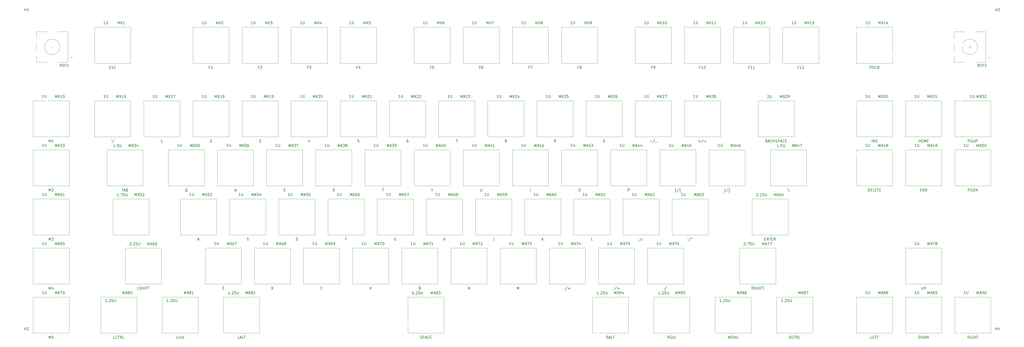
<source format=gto>
%TF.GenerationSoftware,KiCad,Pcbnew,(5.1.10)-1*%
%TF.CreationDate,2021-10-29T02:47:30-04:00*%
%TF.ProjectId,custom_keyboard (f103_ fe2.1),63757374-6f6d-45f6-9b65-79626f617264,rev?*%
%TF.SameCoordinates,Original*%
%TF.FileFunction,Legend,Top*%
%TF.FilePolarity,Positive*%
%FSLAX46Y46*%
G04 Gerber Fmt 4.6, Leading zero omitted, Abs format (unit mm)*
G04 Created by KiCad (PCBNEW (5.1.10)-1) date 2021-10-29 02:47:30*
%MOMM*%
%LPD*%
G01*
G04 APERTURE LIST*
%ADD10C,0.120000*%
%ADD11C,0.150000*%
%ADD12C,1.000000*%
%ADD13O,1.700000X1.700000*%
%ADD14R,1.700000X1.700000*%
%ADD15C,3.000000*%
%ADD16C,1.750000*%
%ADD17C,4.000000*%
%ADD18C,0.650000*%
%ADD19O,2.100000X1.000000*%
%ADD20O,1.600000X1.000000*%
%ADD21C,3.500000*%
%ADD22O,1.500000X2.000000*%
%ADD23O,1.000000X2.100000*%
%ADD24O,1.000000X1.600000*%
%ADD25C,3.048000*%
%ADD26C,3.987800*%
%ADD27O,2.000000X1.500000*%
%ADD28R,2.000000X2.000000*%
%ADD29C,2.000000*%
%ADD30R,3.200000X2.000000*%
%ADD31C,1.397000*%
%ADD32C,6.400000*%
%ADD33C,0.800000*%
G04 APERTURE END LIST*
D10*
%TO.C,MX7*%
X248571400Y-161264400D02*
X248571400Y-175264400D01*
X248571400Y-161264400D02*
X262571400Y-161264400D01*
X262571400Y-161264400D02*
X262571400Y-175264400D01*
X262571400Y-175264400D02*
X248571400Y-175264400D01*
%TO.C,MX6*%
X229522600Y-161264400D02*
X229522600Y-175264400D01*
X229522600Y-161264400D02*
X243522600Y-161264400D01*
X243522600Y-161264400D02*
X243522600Y-175264400D01*
X243522600Y-175264400D02*
X229522600Y-175264400D01*
%TO.C,MX78*%
X420010600Y-246984000D02*
X420010600Y-260984000D01*
X420010600Y-246984000D02*
X434010600Y-246984000D01*
X434010600Y-246984000D02*
X434010600Y-260984000D01*
X434010600Y-260984000D02*
X420010600Y-260984000D01*
%TO.C,MX19*%
X162851800Y-189837600D02*
X162851800Y-203837600D01*
X162851800Y-189837600D02*
X176851800Y-189837600D01*
X176851800Y-189837600D02*
X176851800Y-203837600D01*
X176851800Y-203837600D02*
X162851800Y-203837600D01*
%TO.C,MX83*%
X241141500Y-280032800D02*
X227141500Y-280032800D01*
X241141500Y-266032800D02*
X241141500Y-280032800D01*
X227141500Y-266032800D02*
X241141500Y-266032800D01*
X227141500Y-266032800D02*
X227141500Y-280032800D01*
%TO.C,MX84*%
X312574500Y-280032800D02*
X298574500Y-280032800D01*
X312574500Y-266032800D02*
X312574500Y-280032800D01*
X298574500Y-266032800D02*
X312574500Y-266032800D01*
X298574500Y-266032800D02*
X298574500Y-280032800D01*
%TO.C,MX32*%
X439059400Y-189837600D02*
X439059400Y-203837600D01*
X439059400Y-189837600D02*
X453059400Y-189837600D01*
X453059400Y-189837600D02*
X453059400Y-203837600D01*
X453059400Y-203837600D02*
X439059400Y-203837600D01*
%TO.C,ROT1*%
X89831400Y-168939200D02*
X88831400Y-168939200D01*
X89331400Y-169439200D02*
X89331400Y-168439200D01*
X83231400Y-165439200D02*
X83231400Y-163039200D01*
X83231400Y-170239200D02*
X83231400Y-167639200D01*
X83231400Y-174839200D02*
X83231400Y-172439200D01*
X96531400Y-173039200D02*
X96831400Y-172739200D01*
X97131400Y-173039200D02*
X96531400Y-173039200D01*
X96831400Y-172739200D02*
X97131400Y-173039200D01*
X95431400Y-174839200D02*
X95431400Y-163039200D01*
X91331400Y-174839200D02*
X95431400Y-174839200D01*
X91331400Y-163039200D02*
X95431400Y-163039200D01*
X83231400Y-163039200D02*
X87331400Y-163039200D01*
X87331400Y-174839200D02*
X83231400Y-174839200D01*
X92331400Y-168939200D02*
G75*
G03*
X92331400Y-168939200I-3000000J0D01*
G01*
%TO.C,ROT2*%
X445409000Y-168939200D02*
X444409000Y-168939200D01*
X444909000Y-169439200D02*
X444909000Y-168439200D01*
X438809000Y-165439200D02*
X438809000Y-163039200D01*
X438809000Y-170239200D02*
X438809000Y-167639200D01*
X438809000Y-174839200D02*
X438809000Y-172439200D01*
X452109000Y-173039200D02*
X452409000Y-172739200D01*
X452709000Y-173039200D02*
X452109000Y-173039200D01*
X452409000Y-172739200D02*
X452709000Y-173039200D01*
X451009000Y-174839200D02*
X451009000Y-163039200D01*
X446909000Y-174839200D02*
X451009000Y-174839200D01*
X446909000Y-163039200D02*
X451009000Y-163039200D01*
X438809000Y-163039200D02*
X442909000Y-163039200D01*
X442909000Y-174839200D02*
X438809000Y-174839200D01*
X447909000Y-168939200D02*
G75*
G03*
X447909000Y-168939200I-3000000J0D01*
G01*
%TO.C,MX1*%
X105705400Y-161264400D02*
X105705400Y-175264400D01*
X105705400Y-161264400D02*
X119705400Y-161264400D01*
X119705400Y-161264400D02*
X119705400Y-175264400D01*
X119705400Y-175264400D02*
X105705400Y-175264400D01*
%TO.C,MX2*%
X143803000Y-161264400D02*
X143803000Y-175264400D01*
X143803000Y-161264400D02*
X157803000Y-161264400D01*
X157803000Y-161264400D02*
X157803000Y-175264400D01*
X157803000Y-175264400D02*
X143803000Y-175264400D01*
%TO.C,MX3*%
X162851800Y-161264400D02*
X162851800Y-175264400D01*
X162851800Y-161264400D02*
X176851800Y-161264400D01*
X176851800Y-161264400D02*
X176851800Y-175264400D01*
X176851800Y-175264400D02*
X162851800Y-175264400D01*
%TO.C,MX4*%
X181900600Y-161264400D02*
X181900600Y-175264400D01*
X181900600Y-161264400D02*
X195900600Y-161264400D01*
X195900600Y-161264400D02*
X195900600Y-175264400D01*
X195900600Y-175264400D02*
X181900600Y-175264400D01*
%TO.C,MX5*%
X200949400Y-161264400D02*
X200949400Y-175264400D01*
X200949400Y-161264400D02*
X214949400Y-161264400D01*
X214949400Y-161264400D02*
X214949400Y-175264400D01*
X214949400Y-175264400D02*
X200949400Y-175264400D01*
%TO.C,MX8*%
X267620200Y-161264400D02*
X267620200Y-175264400D01*
X267620200Y-161264400D02*
X281620200Y-161264400D01*
X281620200Y-161264400D02*
X281620200Y-175264400D01*
X281620200Y-175264400D02*
X267620200Y-175264400D01*
%TO.C,MX9*%
X286669000Y-161264400D02*
X286669000Y-175264400D01*
X286669000Y-161264400D02*
X300669000Y-161264400D01*
X300669000Y-161264400D02*
X300669000Y-175264400D01*
X300669000Y-175264400D02*
X286669000Y-175264400D01*
%TO.C,MX10*%
X315242200Y-161264400D02*
X315242200Y-175264400D01*
X315242200Y-161264400D02*
X329242200Y-161264400D01*
X329242200Y-161264400D02*
X329242200Y-175264400D01*
X329242200Y-175264400D02*
X315242200Y-175264400D01*
%TO.C,MX11*%
X334291000Y-161264400D02*
X334291000Y-175264400D01*
X334291000Y-161264400D02*
X348291000Y-161264400D01*
X348291000Y-161264400D02*
X348291000Y-175264400D01*
X348291000Y-175264400D02*
X334291000Y-175264400D01*
%TO.C,MX12*%
X353339800Y-161264400D02*
X353339800Y-175264400D01*
X353339800Y-161264400D02*
X367339800Y-161264400D01*
X367339800Y-161264400D02*
X367339800Y-175264400D01*
X367339800Y-175264400D02*
X353339800Y-175264400D01*
%TO.C,MX13*%
X372388600Y-161264400D02*
X372388600Y-175264400D01*
X372388600Y-161264400D02*
X386388600Y-161264400D01*
X386388600Y-161264400D02*
X386388600Y-175264400D01*
X386388600Y-175264400D02*
X372388600Y-175264400D01*
%TO.C,MX14*%
X400961800Y-161264400D02*
X400961800Y-175264400D01*
X400961800Y-161264400D02*
X414961800Y-161264400D01*
X414961800Y-161264400D02*
X414961800Y-175264400D01*
X414961800Y-175264400D02*
X400961800Y-175264400D01*
%TO.C,MX15*%
X81894400Y-189837600D02*
X81894400Y-203837600D01*
X81894400Y-189837600D02*
X95894400Y-189837600D01*
X95894400Y-189837600D02*
X95894400Y-203837600D01*
X95894400Y-203837600D02*
X81894400Y-203837600D01*
%TO.C,MX16*%
X105705400Y-189837600D02*
X105705400Y-203837600D01*
X105705400Y-189837600D02*
X119705400Y-189837600D01*
X119705400Y-189837600D02*
X119705400Y-203837600D01*
X119705400Y-203837600D02*
X105705400Y-203837600D01*
%TO.C,MX17*%
X124754200Y-189837600D02*
X124754200Y-203837600D01*
X124754200Y-189837600D02*
X138754200Y-189837600D01*
X138754200Y-189837600D02*
X138754200Y-203837600D01*
X138754200Y-203837600D02*
X124754200Y-203837600D01*
%TO.C,MX18*%
X143803000Y-189837600D02*
X143803000Y-203837600D01*
X143803000Y-189837600D02*
X157803000Y-189837600D01*
X157803000Y-189837600D02*
X157803000Y-203837600D01*
X157803000Y-203837600D02*
X143803000Y-203837600D01*
%TO.C,MX20*%
X181900600Y-189837600D02*
X181900600Y-203837600D01*
X181900600Y-189837600D02*
X195900600Y-189837600D01*
X195900600Y-189837600D02*
X195900600Y-203837600D01*
X195900600Y-203837600D02*
X181900600Y-203837600D01*
%TO.C,MX21*%
X200949400Y-189837600D02*
X200949400Y-203837600D01*
X200949400Y-189837600D02*
X214949400Y-189837600D01*
X214949400Y-189837600D02*
X214949400Y-203837600D01*
X214949400Y-203837600D02*
X200949400Y-203837600D01*
%TO.C,MX22*%
X219998200Y-189837600D02*
X219998200Y-203837600D01*
X219998200Y-189837600D02*
X233998200Y-189837600D01*
X233998200Y-189837600D02*
X233998200Y-203837600D01*
X233998200Y-203837600D02*
X219998200Y-203837600D01*
%TO.C,MX23*%
X239047000Y-189837600D02*
X239047000Y-203837600D01*
X239047000Y-189837600D02*
X253047000Y-189837600D01*
X253047000Y-189837600D02*
X253047000Y-203837600D01*
X253047000Y-203837600D02*
X239047000Y-203837600D01*
%TO.C,MX24*%
X258095800Y-189837600D02*
X258095800Y-203837600D01*
X258095800Y-189837600D02*
X272095800Y-189837600D01*
X272095800Y-189837600D02*
X272095800Y-203837600D01*
X272095800Y-203837600D02*
X258095800Y-203837600D01*
%TO.C,MX25*%
X277144600Y-189837600D02*
X277144600Y-203837600D01*
X277144600Y-189837600D02*
X291144600Y-189837600D01*
X291144600Y-189837600D02*
X291144600Y-203837600D01*
X291144600Y-203837600D02*
X277144600Y-203837600D01*
%TO.C,MX26*%
X296193400Y-189837600D02*
X296193400Y-203837600D01*
X296193400Y-189837600D02*
X310193400Y-189837600D01*
X310193400Y-189837600D02*
X310193400Y-203837600D01*
X310193400Y-203837600D02*
X296193400Y-203837600D01*
%TO.C,MX27*%
X315242200Y-189837600D02*
X315242200Y-203837600D01*
X315242200Y-189837600D02*
X329242200Y-189837600D01*
X329242200Y-189837600D02*
X329242200Y-203837600D01*
X329242200Y-203837600D02*
X315242200Y-203837600D01*
%TO.C,MX28*%
X334291000Y-189837600D02*
X334291000Y-203837600D01*
X334291000Y-189837600D02*
X348291000Y-189837600D01*
X348291000Y-189837600D02*
X348291000Y-203837600D01*
X348291000Y-203837600D02*
X334291000Y-203837600D01*
%TO.C,MX29*%
X362864200Y-189837600D02*
X362864200Y-203837600D01*
X362864200Y-189837600D02*
X376864200Y-189837600D01*
X376864200Y-189837600D02*
X376864200Y-203837600D01*
X376864200Y-203837600D02*
X362864200Y-203837600D01*
%TO.C,MX30*%
X400961800Y-189837600D02*
X400961800Y-203837600D01*
X400961800Y-189837600D02*
X414961800Y-189837600D01*
X414961800Y-189837600D02*
X414961800Y-203837600D01*
X414961800Y-203837600D02*
X400961800Y-203837600D01*
%TO.C,MX31*%
X420010600Y-189837600D02*
X420010600Y-203837600D01*
X420010600Y-189837600D02*
X434010600Y-189837600D01*
X434010600Y-189837600D02*
X434010600Y-203837600D01*
X434010600Y-203837600D02*
X420010600Y-203837600D01*
%TO.C,MX33*%
X81894400Y-208886400D02*
X81894400Y-222886400D01*
X81894400Y-208886400D02*
X95894400Y-208886400D01*
X95894400Y-208886400D02*
X95894400Y-222886400D01*
X95894400Y-222886400D02*
X81894400Y-222886400D01*
%TO.C,MX34*%
X124467600Y-222886400D02*
X110467600Y-222886400D01*
X124467600Y-208886400D02*
X124467600Y-222886400D01*
X110467600Y-208886400D02*
X124467600Y-208886400D01*
X110467600Y-208886400D02*
X110467600Y-222886400D01*
%TO.C,MX35*%
X134278600Y-208886400D02*
X134278600Y-222886400D01*
X134278600Y-208886400D02*
X148278600Y-208886400D01*
X148278600Y-208886400D02*
X148278600Y-222886400D01*
X148278600Y-222886400D02*
X134278600Y-222886400D01*
%TO.C,MX36*%
X153327400Y-208886400D02*
X153327400Y-222886400D01*
X153327400Y-208886400D02*
X167327400Y-208886400D01*
X167327400Y-208886400D02*
X167327400Y-222886400D01*
X167327400Y-222886400D02*
X153327400Y-222886400D01*
%TO.C,MX37*%
X172376200Y-208886400D02*
X172376200Y-222886400D01*
X172376200Y-208886400D02*
X186376200Y-208886400D01*
X186376200Y-208886400D02*
X186376200Y-222886400D01*
X186376200Y-222886400D02*
X172376200Y-222886400D01*
%TO.C,MX38*%
X191425000Y-208886400D02*
X191425000Y-222886400D01*
X191425000Y-208886400D02*
X205425000Y-208886400D01*
X205425000Y-208886400D02*
X205425000Y-222886400D01*
X205425000Y-222886400D02*
X191425000Y-222886400D01*
%TO.C,MX39*%
X210473800Y-208886400D02*
X210473800Y-222886400D01*
X210473800Y-208886400D02*
X224473800Y-208886400D01*
X224473800Y-208886400D02*
X224473800Y-222886400D01*
X224473800Y-222886400D02*
X210473800Y-222886400D01*
%TO.C,MX40*%
X229522600Y-208886400D02*
X229522600Y-222886400D01*
X229522600Y-208886400D02*
X243522600Y-208886400D01*
X243522600Y-208886400D02*
X243522600Y-222886400D01*
X243522600Y-222886400D02*
X229522600Y-222886400D01*
%TO.C,MX41*%
X248571400Y-208886400D02*
X248571400Y-222886400D01*
X248571400Y-208886400D02*
X262571400Y-208886400D01*
X262571400Y-208886400D02*
X262571400Y-222886400D01*
X262571400Y-222886400D02*
X248571400Y-222886400D01*
%TO.C,MX42*%
X267620200Y-208886400D02*
X267620200Y-222886400D01*
X267620200Y-208886400D02*
X281620200Y-208886400D01*
X281620200Y-208886400D02*
X281620200Y-222886400D01*
X281620200Y-222886400D02*
X267620200Y-222886400D01*
%TO.C,MX43*%
X286669000Y-208886400D02*
X286669000Y-222886400D01*
X286669000Y-208886400D02*
X300669000Y-208886400D01*
X300669000Y-208886400D02*
X300669000Y-222886400D01*
X300669000Y-222886400D02*
X286669000Y-222886400D01*
%TO.C,MX45*%
X324766600Y-208886400D02*
X324766600Y-222886400D01*
X324766600Y-208886400D02*
X338766600Y-208886400D01*
X338766600Y-208886400D02*
X338766600Y-222886400D01*
X338766600Y-222886400D02*
X324766600Y-222886400D01*
%TO.C,MX46*%
X343815400Y-208886400D02*
X343815400Y-222886400D01*
X343815400Y-208886400D02*
X357815400Y-208886400D01*
X357815400Y-208886400D02*
X357815400Y-222886400D01*
X357815400Y-222886400D02*
X343815400Y-222886400D01*
%TO.C,MX48*%
X400961800Y-208886400D02*
X400961800Y-222886400D01*
X400961800Y-208886400D02*
X414961800Y-208886400D01*
X414961800Y-208886400D02*
X414961800Y-222886400D01*
X414961800Y-222886400D02*
X400961800Y-222886400D01*
%TO.C,MX49*%
X420010600Y-208886400D02*
X420010600Y-222886400D01*
X420010600Y-208886400D02*
X434010600Y-208886400D01*
X434010600Y-208886400D02*
X434010600Y-222886400D01*
X434010600Y-222886400D02*
X420010600Y-222886400D01*
%TO.C,MX51*%
X81894400Y-227935200D02*
X81894400Y-241935200D01*
X81894400Y-227935200D02*
X95894400Y-227935200D01*
X95894400Y-227935200D02*
X95894400Y-241935200D01*
X95894400Y-241935200D02*
X81894400Y-241935200D01*
%TO.C,MX52*%
X126848700Y-241935200D02*
X112848700Y-241935200D01*
X126848700Y-227935200D02*
X126848700Y-241935200D01*
X112848700Y-227935200D02*
X126848700Y-227935200D01*
X112848700Y-227935200D02*
X112848700Y-241935200D01*
%TO.C,MX53*%
X138982500Y-227935200D02*
X138982500Y-241935200D01*
X138982500Y-227935200D02*
X152982500Y-227935200D01*
X152982500Y-227935200D02*
X152982500Y-241935200D01*
X152982500Y-241935200D02*
X138982500Y-241935200D01*
%TO.C,MX54*%
X158089600Y-227935200D02*
X158089600Y-241935200D01*
X158089600Y-227935200D02*
X172089600Y-227935200D01*
X172089600Y-227935200D02*
X172089600Y-241935200D01*
X172089600Y-241935200D02*
X158089600Y-241935200D01*
%TO.C,MX55*%
X177138400Y-227935200D02*
X177138400Y-241935200D01*
X177138400Y-227935200D02*
X191138400Y-227935200D01*
X191138400Y-227935200D02*
X191138400Y-241935200D01*
X191138400Y-241935200D02*
X177138400Y-241935200D01*
%TO.C,MX56*%
X196187200Y-227935200D02*
X196187200Y-241935200D01*
X196187200Y-227935200D02*
X210187200Y-227935200D01*
X210187200Y-227935200D02*
X210187200Y-241935200D01*
X210187200Y-241935200D02*
X196187200Y-241935200D01*
%TO.C,MX57*%
X215236000Y-227935200D02*
X215236000Y-241935200D01*
X215236000Y-227935200D02*
X229236000Y-227935200D01*
X229236000Y-227935200D02*
X229236000Y-241935200D01*
X229236000Y-241935200D02*
X215236000Y-241935200D01*
%TO.C,MX59*%
X253333600Y-227935200D02*
X253333600Y-241935200D01*
X253333600Y-227935200D02*
X267333600Y-227935200D01*
X267333600Y-227935200D02*
X267333600Y-241935200D01*
X267333600Y-241935200D02*
X253333600Y-241935200D01*
%TO.C,MX60*%
X272382400Y-227935200D02*
X272382400Y-241935200D01*
X272382400Y-227935200D02*
X286382400Y-227935200D01*
X286382400Y-227935200D02*
X286382400Y-241935200D01*
X286382400Y-241935200D02*
X272382400Y-241935200D01*
%TO.C,MX61*%
X291431200Y-227935200D02*
X291431200Y-241935200D01*
X291431200Y-227935200D02*
X305431200Y-227935200D01*
X305431200Y-227935200D02*
X305431200Y-241935200D01*
X305431200Y-241935200D02*
X291431200Y-241935200D01*
%TO.C,MX63*%
X329528800Y-227935200D02*
X329528800Y-241935200D01*
X329528800Y-227935200D02*
X343528800Y-227935200D01*
X343528800Y-227935200D02*
X343528800Y-241935200D01*
X343528800Y-241935200D02*
X329528800Y-241935200D01*
%TO.C,MX65*%
X81894400Y-246984000D02*
X81894400Y-260984000D01*
X81894400Y-246984000D02*
X95894400Y-246984000D01*
X95894400Y-246984000D02*
X95894400Y-260984000D01*
X95894400Y-260984000D02*
X81894400Y-260984000D01*
%TO.C,MX66*%
X117610900Y-246984000D02*
X117610900Y-260984000D01*
X117610900Y-246984000D02*
X131610900Y-246984000D01*
X131610900Y-246984000D02*
X131610900Y-260984000D01*
X131610900Y-260984000D02*
X117610900Y-260984000D01*
%TO.C,MX67*%
X148565200Y-246984000D02*
X148565200Y-260984000D01*
X148565200Y-246984000D02*
X162565200Y-246984000D01*
X162565200Y-246984000D02*
X162565200Y-260984000D01*
X162565200Y-260984000D02*
X148565200Y-260984000D01*
%TO.C,MX68*%
X167614000Y-246984000D02*
X167614000Y-260984000D01*
X167614000Y-246984000D02*
X181614000Y-246984000D01*
X181614000Y-246984000D02*
X181614000Y-260984000D01*
X181614000Y-260984000D02*
X167614000Y-260984000D01*
%TO.C,MX69*%
X186662800Y-246984000D02*
X186662800Y-260984000D01*
X186662800Y-246984000D02*
X200662800Y-246984000D01*
X200662800Y-246984000D02*
X200662800Y-260984000D01*
X200662800Y-260984000D02*
X186662800Y-260984000D01*
%TO.C,MX70*%
X205711600Y-246984000D02*
X205711600Y-260984000D01*
X205711600Y-246984000D02*
X219711600Y-246984000D01*
X219711600Y-246984000D02*
X219711600Y-260984000D01*
X219711600Y-260984000D02*
X205711600Y-260984000D01*
%TO.C,MX71*%
X224760400Y-246984000D02*
X224760400Y-260984000D01*
X224760400Y-246984000D02*
X238760400Y-246984000D01*
X238760400Y-246984000D02*
X238760400Y-260984000D01*
X238760400Y-260984000D02*
X224760400Y-260984000D01*
%TO.C,MX72*%
X243809200Y-246984000D02*
X243809200Y-260984000D01*
X243809200Y-246984000D02*
X257809200Y-246984000D01*
X257809200Y-246984000D02*
X257809200Y-260984000D01*
X257809200Y-260984000D02*
X243809200Y-260984000D01*
%TO.C,MX73*%
X262858000Y-246984000D02*
X262858000Y-260984000D01*
X262858000Y-246984000D02*
X276858000Y-246984000D01*
X276858000Y-246984000D02*
X276858000Y-260984000D01*
X276858000Y-260984000D02*
X262858000Y-260984000D01*
%TO.C,MX74*%
X281906800Y-246984000D02*
X281906800Y-260984000D01*
X281906800Y-246984000D02*
X295906800Y-246984000D01*
X295906800Y-246984000D02*
X295906800Y-260984000D01*
X295906800Y-260984000D02*
X281906800Y-260984000D01*
%TO.C,MX75*%
X300955600Y-246984000D02*
X300955600Y-260984000D01*
X300955600Y-246984000D02*
X314955600Y-246984000D01*
X314955600Y-246984000D02*
X314955600Y-260984000D01*
X314955600Y-260984000D02*
X300955600Y-260984000D01*
%TO.C,MX76*%
X320004400Y-246984000D02*
X320004400Y-260984000D01*
X320004400Y-246984000D02*
X334004400Y-246984000D01*
X334004400Y-246984000D02*
X334004400Y-260984000D01*
X334004400Y-260984000D02*
X320004400Y-260984000D01*
%TO.C,MX77*%
X369720900Y-260984000D02*
X355720900Y-260984000D01*
X369720900Y-246984000D02*
X369720900Y-260984000D01*
X355720900Y-246984000D02*
X369720900Y-246984000D01*
X355720900Y-246984000D02*
X355720900Y-260984000D01*
%TO.C,MX79*%
X81894400Y-266032800D02*
X81894400Y-280032800D01*
X81894400Y-266032800D02*
X95894400Y-266032800D01*
X95894400Y-266032800D02*
X95894400Y-280032800D01*
X95894400Y-280032800D02*
X81894400Y-280032800D01*
%TO.C,MX80*%
X122086500Y-280032800D02*
X108086500Y-280032800D01*
X122086500Y-266032800D02*
X122086500Y-280032800D01*
X108086500Y-266032800D02*
X122086500Y-266032800D01*
X108086500Y-266032800D02*
X108086500Y-280032800D01*
%TO.C,MX81*%
X145897500Y-280032800D02*
X131897500Y-280032800D01*
X145897500Y-266032800D02*
X145897500Y-280032800D01*
X131897500Y-266032800D02*
X145897500Y-266032800D01*
X131897500Y-266032800D02*
X131897500Y-280032800D01*
%TO.C,MX82*%
X169708500Y-280032800D02*
X155708500Y-280032800D01*
X169708500Y-266032800D02*
X169708500Y-280032800D01*
X155708500Y-266032800D02*
X169708500Y-266032800D01*
X155708500Y-266032800D02*
X155708500Y-280032800D01*
%TO.C,MX85*%
X336385500Y-280032800D02*
X322385500Y-280032800D01*
X336385500Y-266032800D02*
X336385500Y-280032800D01*
X322385500Y-266032800D02*
X336385500Y-266032800D01*
X322385500Y-266032800D02*
X322385500Y-280032800D01*
%TO.C,MX86*%
X360196500Y-280032800D02*
X346196500Y-280032800D01*
X360196500Y-266032800D02*
X360196500Y-280032800D01*
X346196500Y-266032800D02*
X360196500Y-266032800D01*
X346196500Y-266032800D02*
X346196500Y-280032800D01*
%TO.C,MX89*%
X420010600Y-266032800D02*
X420010600Y-280032800D01*
X420010600Y-266032800D02*
X434010600Y-266032800D01*
X434010600Y-266032800D02*
X434010600Y-280032800D01*
X434010600Y-280032800D02*
X420010600Y-280032800D01*
%TO.C,MX64*%
X360483100Y-227935200D02*
X360483100Y-241935200D01*
X360483100Y-227935200D02*
X374483100Y-227935200D01*
X374483100Y-227935200D02*
X374483100Y-241935200D01*
X374483100Y-241935200D02*
X360483100Y-241935200D01*
%TO.C,MX47*%
X381626400Y-222886400D02*
X367626400Y-222886400D01*
X381626400Y-208886400D02*
X381626400Y-222886400D01*
X367626400Y-208886400D02*
X381626400Y-208886400D01*
X367626400Y-208886400D02*
X367626400Y-222886400D01*
%TO.C,MX44*%
X305717800Y-208886400D02*
X305717800Y-222886400D01*
X305717800Y-208886400D02*
X319717800Y-208886400D01*
X319717800Y-208886400D02*
X319717800Y-222886400D01*
X319717800Y-222886400D02*
X305717800Y-222886400D01*
%TO.C,MX88*%
X400961800Y-266032800D02*
X400961800Y-280032800D01*
X400961800Y-266032800D02*
X414961800Y-266032800D01*
X414961800Y-266032800D02*
X414961800Y-280032800D01*
X414961800Y-280032800D02*
X400961800Y-280032800D01*
%TO.C,MX87*%
X384007500Y-280032800D02*
X370007500Y-280032800D01*
X384007500Y-266032800D02*
X384007500Y-280032800D01*
X370007500Y-266032800D02*
X384007500Y-266032800D01*
X370007500Y-266032800D02*
X370007500Y-280032800D01*
%TO.C,MX50*%
X439059400Y-208886400D02*
X439059400Y-222886400D01*
X439059400Y-208886400D02*
X453059400Y-208886400D01*
X453059400Y-208886400D02*
X453059400Y-222886400D01*
X453059400Y-222886400D02*
X439059400Y-222886400D01*
%TO.C,MX90*%
X439059400Y-266032800D02*
X439059400Y-280032800D01*
X439059400Y-266032800D02*
X453059400Y-266032800D01*
X453059400Y-266032800D02*
X453059400Y-280032800D01*
X453059400Y-280032800D02*
X439059400Y-280032800D01*
%TO.C,MX58*%
X234284800Y-227935200D02*
X234284800Y-241935200D01*
X234284800Y-227935200D02*
X248284800Y-227935200D01*
X248284800Y-227935200D02*
X248284800Y-241935200D01*
X248284800Y-241935200D02*
X234284800Y-241935200D01*
%TO.C,MX62*%
X310480000Y-227935200D02*
X310480000Y-241935200D01*
X310480000Y-227935200D02*
X324480000Y-227935200D01*
X324480000Y-227935200D02*
X324480000Y-241935200D01*
X324480000Y-241935200D02*
X310480000Y-241935200D01*
%TO.C,MX7*%
D11*
X257651185Y-160080780D02*
X257651185Y-159080780D01*
X257984519Y-159795066D01*
X258317852Y-159080780D01*
X258317852Y-160080780D01*
X258698804Y-159080780D02*
X259365471Y-160080780D01*
X259365471Y-159080780D02*
X258698804Y-160080780D01*
X259651185Y-159080780D02*
X260317852Y-159080780D01*
X259889280Y-160080780D01*
X255238066Y-176855471D02*
X254904733Y-176855471D01*
X254904733Y-177379280D02*
X254904733Y-176379280D01*
X255380923Y-176379280D01*
X256190447Y-176379280D02*
X255999971Y-176379280D01*
X255904733Y-176426900D01*
X255857114Y-176474519D01*
X255761876Y-176617376D01*
X255714257Y-176807852D01*
X255714257Y-177188804D01*
X255761876Y-177284042D01*
X255809495Y-177331661D01*
X255904733Y-177379280D01*
X256095209Y-177379280D01*
X256190447Y-177331661D01*
X256238066Y-177284042D01*
X256285685Y-177188804D01*
X256285685Y-176950709D01*
X256238066Y-176855471D01*
X256190447Y-176807852D01*
X256095209Y-176760233D01*
X255904733Y-176760233D01*
X255809495Y-176807852D01*
X255761876Y-176855471D01*
X255714257Y-176950709D01*
X252729804Y-160017280D02*
X252158376Y-160017280D01*
X252444090Y-160017280D02*
X252444090Y-159017280D01*
X252348852Y-159160138D01*
X252253614Y-159255376D01*
X252158376Y-159302995D01*
X253158376Y-159017280D02*
X253158376Y-159826804D01*
X253205995Y-159922042D01*
X253253614Y-159969661D01*
X253348852Y-160017280D01*
X253539328Y-160017280D01*
X253634566Y-159969661D01*
X253682185Y-159922042D01*
X253729804Y-159826804D01*
X253729804Y-159017280D01*
%TO.C,MX6*%
X238602385Y-160080780D02*
X238602385Y-159080780D01*
X238935719Y-159795066D01*
X239269052Y-159080780D01*
X239269052Y-160080780D01*
X239650004Y-159080780D02*
X240316671Y-160080780D01*
X240316671Y-159080780D02*
X239650004Y-160080780D01*
X241126195Y-159080780D02*
X240935719Y-159080780D01*
X240840480Y-159128400D01*
X240792861Y-159176019D01*
X240697623Y-159318876D01*
X240650004Y-159509352D01*
X240650004Y-159890304D01*
X240697623Y-159985542D01*
X240745242Y-160033161D01*
X240840480Y-160080780D01*
X241030957Y-160080780D01*
X241126195Y-160033161D01*
X241173814Y-159985542D01*
X241221433Y-159890304D01*
X241221433Y-159652209D01*
X241173814Y-159556971D01*
X241126195Y-159509352D01*
X241030957Y-159461733D01*
X240840480Y-159461733D01*
X240745242Y-159509352D01*
X240697623Y-159556971D01*
X240650004Y-159652209D01*
X236189266Y-176855471D02*
X235855933Y-176855471D01*
X235855933Y-177379280D02*
X235855933Y-176379280D01*
X236332123Y-176379280D01*
X237189266Y-176379280D02*
X236713076Y-176379280D01*
X236665457Y-176855471D01*
X236713076Y-176807852D01*
X236808314Y-176760233D01*
X237046409Y-176760233D01*
X237141647Y-176807852D01*
X237189266Y-176855471D01*
X237236885Y-176950709D01*
X237236885Y-177188804D01*
X237189266Y-177284042D01*
X237141647Y-177331661D01*
X237046409Y-177379280D01*
X236808314Y-177379280D01*
X236713076Y-177331661D01*
X236665457Y-177284042D01*
X233681004Y-160017280D02*
X233109576Y-160017280D01*
X233395290Y-160017280D02*
X233395290Y-159017280D01*
X233300052Y-159160138D01*
X233204814Y-159255376D01*
X233109576Y-159302995D01*
X234109576Y-159017280D02*
X234109576Y-159826804D01*
X234157195Y-159922042D01*
X234204814Y-159969661D01*
X234300052Y-160017280D01*
X234490528Y-160017280D01*
X234585766Y-159969661D01*
X234633385Y-159922042D01*
X234681004Y-159826804D01*
X234681004Y-159017280D01*
%TO.C,MX78*%
X428614195Y-245800380D02*
X428614195Y-244800380D01*
X428947528Y-245514666D01*
X429280861Y-244800380D01*
X429280861Y-245800380D01*
X429661814Y-244800380D02*
X430328480Y-245800380D01*
X430328480Y-244800380D02*
X429661814Y-245800380D01*
X430614195Y-244800380D02*
X431280861Y-244800380D01*
X430852290Y-245800380D01*
X431804671Y-245228952D02*
X431709433Y-245181333D01*
X431661814Y-245133714D01*
X431614195Y-245038476D01*
X431614195Y-244990857D01*
X431661814Y-244895619D01*
X431709433Y-244848000D01*
X431804671Y-244800380D01*
X431995147Y-244800380D01*
X432090385Y-244848000D01*
X432138004Y-244895619D01*
X432185623Y-244990857D01*
X432185623Y-245038476D01*
X432138004Y-245133714D01*
X432090385Y-245181333D01*
X431995147Y-245228952D01*
X431804671Y-245228952D01*
X431709433Y-245276571D01*
X431661814Y-245324190D01*
X431614195Y-245419428D01*
X431614195Y-245609904D01*
X431661814Y-245705142D01*
X431709433Y-245752761D01*
X431804671Y-245800380D01*
X431995147Y-245800380D01*
X432090385Y-245752761D01*
X432138004Y-245705142D01*
X432185623Y-245609904D01*
X432185623Y-245419428D01*
X432138004Y-245324190D01*
X432090385Y-245276571D01*
X431995147Y-245228952D01*
X426224885Y-262098880D02*
X426224885Y-262908404D01*
X426272504Y-263003642D01*
X426320123Y-263051261D01*
X426415361Y-263098880D01*
X426605838Y-263098880D01*
X426701076Y-263051261D01*
X426748695Y-263003642D01*
X426796314Y-262908404D01*
X426796314Y-262098880D01*
X427272504Y-263098880D02*
X427272504Y-262098880D01*
X427653457Y-262098880D01*
X427748695Y-262146500D01*
X427796314Y-262194119D01*
X427843933Y-262289357D01*
X427843933Y-262432214D01*
X427796314Y-262527452D01*
X427748695Y-262575071D01*
X427653457Y-262622690D01*
X427272504Y-262622690D01*
X424169004Y-245736880D02*
X423597576Y-245736880D01*
X423883290Y-245736880D02*
X423883290Y-244736880D01*
X423788052Y-244879738D01*
X423692814Y-244974976D01*
X423597576Y-245022595D01*
X424597576Y-244736880D02*
X424597576Y-245546404D01*
X424645195Y-245641642D01*
X424692814Y-245689261D01*
X424788052Y-245736880D01*
X424978528Y-245736880D01*
X425073766Y-245689261D01*
X425121385Y-245641642D01*
X425169004Y-245546404D01*
X425169004Y-244736880D01*
%TO.C,MX19*%
X171455395Y-188653980D02*
X171455395Y-187653980D01*
X171788728Y-188368266D01*
X172122061Y-187653980D01*
X172122061Y-188653980D01*
X172503014Y-187653980D02*
X173169680Y-188653980D01*
X173169680Y-187653980D02*
X172503014Y-188653980D01*
X174074442Y-188653980D02*
X173503014Y-188653980D01*
X173788728Y-188653980D02*
X173788728Y-187653980D01*
X173693490Y-187796838D01*
X173598252Y-187892076D01*
X173503014Y-187939695D01*
X174550633Y-188653980D02*
X174741109Y-188653980D01*
X174836347Y-188606361D01*
X174883966Y-188558742D01*
X174979204Y-188415885D01*
X175026823Y-188225409D01*
X175026823Y-187844457D01*
X174979204Y-187749219D01*
X174931585Y-187701600D01*
X174836347Y-187653980D01*
X174645871Y-187653980D01*
X174550633Y-187701600D01*
X174503014Y-187749219D01*
X174455395Y-187844457D01*
X174455395Y-188082552D01*
X174503014Y-188177790D01*
X174550633Y-188225409D01*
X174645871Y-188273028D01*
X174836347Y-188273028D01*
X174931585Y-188225409D01*
X174979204Y-188177790D01*
X175026823Y-188082552D01*
X169518466Y-204952480D02*
X170137514Y-204952480D01*
X169804180Y-205333433D01*
X169947038Y-205333433D01*
X170042276Y-205381052D01*
X170089895Y-205428671D01*
X170137514Y-205523909D01*
X170137514Y-205762004D01*
X170089895Y-205857242D01*
X170042276Y-205904861D01*
X169947038Y-205952480D01*
X169661323Y-205952480D01*
X169566085Y-205904861D01*
X169518466Y-205857242D01*
X167010204Y-188590480D02*
X166438776Y-188590480D01*
X166724490Y-188590480D02*
X166724490Y-187590480D01*
X166629252Y-187733338D01*
X166534014Y-187828576D01*
X166438776Y-187876195D01*
X167438776Y-187590480D02*
X167438776Y-188400004D01*
X167486395Y-188495242D01*
X167534014Y-188542861D01*
X167629252Y-188590480D01*
X167819728Y-188590480D01*
X167914966Y-188542861D01*
X167962585Y-188495242D01*
X168010204Y-188400004D01*
X168010204Y-187590480D01*
%TO.C,MX83*%
X236087995Y-264899980D02*
X236087995Y-263899980D01*
X236421328Y-264614266D01*
X236754661Y-263899980D01*
X236754661Y-264899980D01*
X237135614Y-263899980D02*
X237802280Y-264899980D01*
X237802280Y-263899980D02*
X237135614Y-264899980D01*
X238326090Y-264328552D02*
X238230852Y-264280933D01*
X238183233Y-264233314D01*
X238135614Y-264138076D01*
X238135614Y-264090457D01*
X238183233Y-263995219D01*
X238230852Y-263947600D01*
X238326090Y-263899980D01*
X238516566Y-263899980D01*
X238611804Y-263947600D01*
X238659423Y-263995219D01*
X238707042Y-264090457D01*
X238707042Y-264138076D01*
X238659423Y-264233314D01*
X238611804Y-264280933D01*
X238516566Y-264328552D01*
X238326090Y-264328552D01*
X238230852Y-264376171D01*
X238183233Y-264423790D01*
X238135614Y-264519028D01*
X238135614Y-264709504D01*
X238183233Y-264804742D01*
X238230852Y-264852361D01*
X238326090Y-264899980D01*
X238516566Y-264899980D01*
X238611804Y-264852361D01*
X238659423Y-264804742D01*
X238707042Y-264709504D01*
X238707042Y-264519028D01*
X238659423Y-264423790D01*
X238611804Y-264376171D01*
X238516566Y-264328552D01*
X239040376Y-263899980D02*
X239659423Y-263899980D01*
X239326090Y-264280933D01*
X239468947Y-264280933D01*
X239564185Y-264328552D01*
X239611804Y-264376171D01*
X239659423Y-264471409D01*
X239659423Y-264709504D01*
X239611804Y-264804742D01*
X239564185Y-264852361D01*
X239468947Y-264899980D01*
X239183233Y-264899980D01*
X239087995Y-264852361D01*
X239040376Y-264804742D01*
X231974833Y-282100061D02*
X232117690Y-282147680D01*
X232355785Y-282147680D01*
X232451023Y-282100061D01*
X232498642Y-282052442D01*
X232546261Y-281957204D01*
X232546261Y-281861966D01*
X232498642Y-281766728D01*
X232451023Y-281719109D01*
X232355785Y-281671490D01*
X232165309Y-281623871D01*
X232070071Y-281576252D01*
X232022452Y-281528633D01*
X231974833Y-281433395D01*
X231974833Y-281338157D01*
X232022452Y-281242919D01*
X232070071Y-281195300D01*
X232165309Y-281147680D01*
X232403404Y-281147680D01*
X232546261Y-281195300D01*
X232974833Y-282147680D02*
X232974833Y-281147680D01*
X233355785Y-281147680D01*
X233451023Y-281195300D01*
X233498642Y-281242919D01*
X233546261Y-281338157D01*
X233546261Y-281481014D01*
X233498642Y-281576252D01*
X233451023Y-281623871D01*
X233355785Y-281671490D01*
X232974833Y-281671490D01*
X233927214Y-281861966D02*
X234403404Y-281861966D01*
X233831976Y-282147680D02*
X234165309Y-281147680D01*
X234498642Y-282147680D01*
X235403404Y-282052442D02*
X235355785Y-282100061D01*
X235212928Y-282147680D01*
X235117690Y-282147680D01*
X234974833Y-282100061D01*
X234879595Y-282004823D01*
X234831976Y-281909585D01*
X234784357Y-281719109D01*
X234784357Y-281576252D01*
X234831976Y-281385776D01*
X234879595Y-281290538D01*
X234974833Y-281195300D01*
X235117690Y-281147680D01*
X235212928Y-281147680D01*
X235355785Y-281195300D01*
X235403404Y-281242919D01*
X235831976Y-281623871D02*
X236165309Y-281623871D01*
X236308166Y-282147680D02*
X235831976Y-282147680D01*
X235831976Y-281147680D01*
X236308166Y-281147680D01*
X229379190Y-263899980D02*
X229188714Y-263899980D01*
X229093476Y-263947600D01*
X229045857Y-263995219D01*
X228950619Y-264138076D01*
X228903000Y-264328552D01*
X228903000Y-264709504D01*
X228950619Y-264804742D01*
X228998238Y-264852361D01*
X229093476Y-264899980D01*
X229283952Y-264899980D01*
X229379190Y-264852361D01*
X229426809Y-264804742D01*
X229474428Y-264709504D01*
X229474428Y-264471409D01*
X229426809Y-264376171D01*
X229379190Y-264328552D01*
X229283952Y-264280933D01*
X229093476Y-264280933D01*
X228998238Y-264328552D01*
X228950619Y-264376171D01*
X228903000Y-264471409D01*
X229903000Y-264804742D02*
X229950619Y-264852361D01*
X229903000Y-264899980D01*
X229855380Y-264852361D01*
X229903000Y-264804742D01*
X229903000Y-264899980D01*
X230331571Y-263995219D02*
X230379190Y-263947600D01*
X230474428Y-263899980D01*
X230712523Y-263899980D01*
X230807761Y-263947600D01*
X230855380Y-263995219D01*
X230903000Y-264090457D01*
X230903000Y-264185695D01*
X230855380Y-264328552D01*
X230283952Y-264899980D01*
X230903000Y-264899980D01*
X231807761Y-263899980D02*
X231331571Y-263899980D01*
X231283952Y-264376171D01*
X231331571Y-264328552D01*
X231426809Y-264280933D01*
X231664904Y-264280933D01*
X231760142Y-264328552D01*
X231807761Y-264376171D01*
X231855380Y-264471409D01*
X231855380Y-264709504D01*
X231807761Y-264804742D01*
X231760142Y-264852361D01*
X231664904Y-264899980D01*
X231426809Y-264899980D01*
X231331571Y-264852361D01*
X231283952Y-264804742D01*
X232283952Y-263899980D02*
X232283952Y-264709504D01*
X232331571Y-264804742D01*
X232379190Y-264852361D01*
X232474428Y-264899980D01*
X232664904Y-264899980D01*
X232760142Y-264852361D01*
X232807761Y-264804742D01*
X232855380Y-264709504D01*
X232855380Y-263899980D01*
%TO.C,MX84*%
X307178095Y-264849180D02*
X307178095Y-263849180D01*
X307511428Y-264563466D01*
X307844761Y-263849180D01*
X307844761Y-264849180D01*
X308225714Y-263849180D02*
X308892380Y-264849180D01*
X308892380Y-263849180D02*
X308225714Y-264849180D01*
X309416190Y-264277752D02*
X309320952Y-264230133D01*
X309273333Y-264182514D01*
X309225714Y-264087276D01*
X309225714Y-264039657D01*
X309273333Y-263944419D01*
X309320952Y-263896800D01*
X309416190Y-263849180D01*
X309606666Y-263849180D01*
X309701904Y-263896800D01*
X309749523Y-263944419D01*
X309797142Y-264039657D01*
X309797142Y-264087276D01*
X309749523Y-264182514D01*
X309701904Y-264230133D01*
X309606666Y-264277752D01*
X309416190Y-264277752D01*
X309320952Y-264325371D01*
X309273333Y-264372990D01*
X309225714Y-264468228D01*
X309225714Y-264658704D01*
X309273333Y-264753942D01*
X309320952Y-264801561D01*
X309416190Y-264849180D01*
X309606666Y-264849180D01*
X309701904Y-264801561D01*
X309749523Y-264753942D01*
X309797142Y-264658704D01*
X309797142Y-264468228D01*
X309749523Y-264372990D01*
X309701904Y-264325371D01*
X309606666Y-264277752D01*
X310654285Y-264182514D02*
X310654285Y-264849180D01*
X310416190Y-263801561D02*
X310178095Y-264515847D01*
X310797142Y-264515847D01*
X304669738Y-282147680D02*
X304336404Y-281671490D01*
X304098309Y-282147680D02*
X304098309Y-281147680D01*
X304479261Y-281147680D01*
X304574500Y-281195300D01*
X304622119Y-281242919D01*
X304669738Y-281338157D01*
X304669738Y-281481014D01*
X304622119Y-281576252D01*
X304574500Y-281623871D01*
X304479261Y-281671490D01*
X304098309Y-281671490D01*
X305050690Y-281861966D02*
X305526880Y-281861966D01*
X304955452Y-282147680D02*
X305288785Y-281147680D01*
X305622119Y-282147680D01*
X306431642Y-282147680D02*
X305955452Y-282147680D01*
X305955452Y-281147680D01*
X306622119Y-281147680D02*
X307193547Y-281147680D01*
X306907833Y-282147680D02*
X306907833Y-281147680D01*
X301034428Y-264912680D02*
X300463000Y-264912680D01*
X300748714Y-264912680D02*
X300748714Y-263912680D01*
X300653476Y-264055538D01*
X300558238Y-264150776D01*
X300463000Y-264198395D01*
X301463000Y-264817442D02*
X301510619Y-264865061D01*
X301463000Y-264912680D01*
X301415380Y-264865061D01*
X301463000Y-264817442D01*
X301463000Y-264912680D01*
X301891571Y-264007919D02*
X301939190Y-263960300D01*
X302034428Y-263912680D01*
X302272523Y-263912680D01*
X302367761Y-263960300D01*
X302415380Y-264007919D01*
X302463000Y-264103157D01*
X302463000Y-264198395D01*
X302415380Y-264341252D01*
X301843952Y-264912680D01*
X302463000Y-264912680D01*
X303367761Y-263912680D02*
X302891571Y-263912680D01*
X302843952Y-264388871D01*
X302891571Y-264341252D01*
X302986809Y-264293633D01*
X303224904Y-264293633D01*
X303320142Y-264341252D01*
X303367761Y-264388871D01*
X303415380Y-264484109D01*
X303415380Y-264722204D01*
X303367761Y-264817442D01*
X303320142Y-264865061D01*
X303224904Y-264912680D01*
X302986809Y-264912680D01*
X302891571Y-264865061D01*
X302843952Y-264817442D01*
X303843952Y-263912680D02*
X303843952Y-264722204D01*
X303891571Y-264817442D01*
X303939190Y-264865061D01*
X304034428Y-264912680D01*
X304224904Y-264912680D01*
X304320142Y-264865061D01*
X304367761Y-264817442D01*
X304415380Y-264722204D01*
X304415380Y-263912680D01*
%TO.C,MX32*%
X447662995Y-188653980D02*
X447662995Y-187653980D01*
X447996328Y-188368266D01*
X448329661Y-187653980D01*
X448329661Y-188653980D01*
X448710614Y-187653980D02*
X449377280Y-188653980D01*
X449377280Y-187653980D02*
X448710614Y-188653980D01*
X449662995Y-187653980D02*
X450282042Y-187653980D01*
X449948709Y-188034933D01*
X450091566Y-188034933D01*
X450186804Y-188082552D01*
X450234423Y-188130171D01*
X450282042Y-188225409D01*
X450282042Y-188463504D01*
X450234423Y-188558742D01*
X450186804Y-188606361D01*
X450091566Y-188653980D01*
X449805852Y-188653980D01*
X449710614Y-188606361D01*
X449662995Y-188558742D01*
X450662995Y-187749219D02*
X450710614Y-187701600D01*
X450805852Y-187653980D01*
X451043947Y-187653980D01*
X451139185Y-187701600D01*
X451186804Y-187749219D01*
X451234423Y-187844457D01*
X451234423Y-187939695D01*
X451186804Y-188082552D01*
X450615376Y-188653980D01*
X451234423Y-188653980D01*
X444273685Y-205952480D02*
X444273685Y-204952480D01*
X444654638Y-204952480D01*
X444749876Y-205000100D01*
X444797495Y-205047719D01*
X444845114Y-205142957D01*
X444845114Y-205285814D01*
X444797495Y-205381052D01*
X444749876Y-205428671D01*
X444654638Y-205476290D01*
X444273685Y-205476290D01*
X445797495Y-205000100D02*
X445702257Y-204952480D01*
X445559400Y-204952480D01*
X445416542Y-205000100D01*
X445321304Y-205095338D01*
X445273685Y-205190576D01*
X445226066Y-205381052D01*
X445226066Y-205523909D01*
X445273685Y-205714385D01*
X445321304Y-205809623D01*
X445416542Y-205904861D01*
X445559400Y-205952480D01*
X445654638Y-205952480D01*
X445797495Y-205904861D01*
X445845114Y-205857242D01*
X445845114Y-205523909D01*
X445654638Y-205523909D01*
X446273685Y-204952480D02*
X446273685Y-205762004D01*
X446321304Y-205857242D01*
X446368923Y-205904861D01*
X446464161Y-205952480D01*
X446654638Y-205952480D01*
X446749876Y-205904861D01*
X446797495Y-205857242D01*
X446845114Y-205762004D01*
X446845114Y-204952480D01*
X447321304Y-205952480D02*
X447321304Y-204952480D01*
X447702257Y-204952480D01*
X447797495Y-205000100D01*
X447845114Y-205047719D01*
X447892733Y-205142957D01*
X447892733Y-205285814D01*
X447845114Y-205381052D01*
X447797495Y-205428671D01*
X447702257Y-205476290D01*
X447321304Y-205476290D01*
X445598904Y-188590480D02*
X445027476Y-188590480D01*
X445313190Y-188590480D02*
X445313190Y-187590480D01*
X445217952Y-187733338D01*
X445122714Y-187828576D01*
X445027476Y-187876195D01*
X446027476Y-187590480D02*
X446027476Y-188400004D01*
X446075095Y-188495242D01*
X446122714Y-188542861D01*
X446217952Y-188590480D01*
X446408428Y-188590480D01*
X446503666Y-188542861D01*
X446551285Y-188495242D01*
X446598904Y-188400004D01*
X446598904Y-187590480D01*
%TO.C,ROT1*%
X92959971Y-176591580D02*
X92626638Y-176115390D01*
X92388542Y-176591580D02*
X92388542Y-175591580D01*
X92769495Y-175591580D01*
X92864733Y-175639200D01*
X92912352Y-175686819D01*
X92959971Y-175782057D01*
X92959971Y-175924914D01*
X92912352Y-176020152D01*
X92864733Y-176067771D01*
X92769495Y-176115390D01*
X92388542Y-176115390D01*
X93579019Y-175591580D02*
X93769495Y-175591580D01*
X93864733Y-175639200D01*
X93959971Y-175734438D01*
X94007590Y-175924914D01*
X94007590Y-176258247D01*
X93959971Y-176448723D01*
X93864733Y-176543961D01*
X93769495Y-176591580D01*
X93579019Y-176591580D01*
X93483780Y-176543961D01*
X93388542Y-176448723D01*
X93340923Y-176258247D01*
X93340923Y-175924914D01*
X93388542Y-175734438D01*
X93483780Y-175639200D01*
X93579019Y-175591580D01*
X94293304Y-175591580D02*
X94864733Y-175591580D01*
X94579019Y-176591580D02*
X94579019Y-175591580D01*
X95721876Y-176591580D02*
X95150447Y-176591580D01*
X95436161Y-176591580D02*
X95436161Y-175591580D01*
X95340923Y-175734438D01*
X95245685Y-175829676D01*
X95150447Y-175877295D01*
%TO.C,ROT2*%
X448537571Y-176591580D02*
X448204238Y-176115390D01*
X447966142Y-176591580D02*
X447966142Y-175591580D01*
X448347095Y-175591580D01*
X448442333Y-175639200D01*
X448489952Y-175686819D01*
X448537571Y-175782057D01*
X448537571Y-175924914D01*
X448489952Y-176020152D01*
X448442333Y-176067771D01*
X448347095Y-176115390D01*
X447966142Y-176115390D01*
X449156619Y-175591580D02*
X449347095Y-175591580D01*
X449442333Y-175639200D01*
X449537571Y-175734438D01*
X449585190Y-175924914D01*
X449585190Y-176258247D01*
X449537571Y-176448723D01*
X449442333Y-176543961D01*
X449347095Y-176591580D01*
X449156619Y-176591580D01*
X449061380Y-176543961D01*
X448966142Y-176448723D01*
X448918523Y-176258247D01*
X448918523Y-175924914D01*
X448966142Y-175734438D01*
X449061380Y-175639200D01*
X449156619Y-175591580D01*
X449870904Y-175591580D02*
X450442333Y-175591580D01*
X450156619Y-176591580D02*
X450156619Y-175591580D01*
X450728047Y-175686819D02*
X450775666Y-175639200D01*
X450870904Y-175591580D01*
X451109000Y-175591580D01*
X451204238Y-175639200D01*
X451251857Y-175686819D01*
X451299476Y-175782057D01*
X451299476Y-175877295D01*
X451251857Y-176020152D01*
X450680428Y-176591580D01*
X451299476Y-176591580D01*
%TO.C,MX1*%
X114785185Y-160080780D02*
X114785185Y-159080780D01*
X115118519Y-159795066D01*
X115451852Y-159080780D01*
X115451852Y-160080780D01*
X115832804Y-159080780D02*
X116499471Y-160080780D01*
X116499471Y-159080780D02*
X115832804Y-160080780D01*
X117404233Y-160080780D02*
X116832804Y-160080780D01*
X117118519Y-160080780D02*
X117118519Y-159080780D01*
X117023280Y-159223638D01*
X116928042Y-159318876D01*
X116832804Y-159366495D01*
X111514923Y-176855471D02*
X111848257Y-176855471D01*
X111991114Y-177379280D02*
X111514923Y-177379280D01*
X111514923Y-176379280D01*
X111991114Y-176379280D01*
X112372066Y-177331661D02*
X112514923Y-177379280D01*
X112753019Y-177379280D01*
X112848257Y-177331661D01*
X112895876Y-177284042D01*
X112943495Y-177188804D01*
X112943495Y-177093566D01*
X112895876Y-176998328D01*
X112848257Y-176950709D01*
X112753019Y-176903090D01*
X112562542Y-176855471D01*
X112467304Y-176807852D01*
X112419685Y-176760233D01*
X112372066Y-176664995D01*
X112372066Y-176569757D01*
X112419685Y-176474519D01*
X112467304Y-176426900D01*
X112562542Y-176379280D01*
X112800638Y-176379280D01*
X112943495Y-176426900D01*
X113943495Y-177284042D02*
X113895876Y-177331661D01*
X113753019Y-177379280D01*
X113657780Y-177379280D01*
X113514923Y-177331661D01*
X113419685Y-177236423D01*
X113372066Y-177141185D01*
X113324447Y-176950709D01*
X113324447Y-176807852D01*
X113372066Y-176617376D01*
X113419685Y-176522138D01*
X113514923Y-176426900D01*
X113657780Y-176379280D01*
X113753019Y-176379280D01*
X113895876Y-176426900D01*
X113943495Y-176474519D01*
X109863804Y-160017280D02*
X109292376Y-160017280D01*
X109578090Y-160017280D02*
X109578090Y-159017280D01*
X109482852Y-159160138D01*
X109387614Y-159255376D01*
X109292376Y-159302995D01*
X110292376Y-159017280D02*
X110292376Y-159826804D01*
X110339995Y-159922042D01*
X110387614Y-159969661D01*
X110482852Y-160017280D01*
X110673328Y-160017280D01*
X110768566Y-159969661D01*
X110816185Y-159922042D01*
X110863804Y-159826804D01*
X110863804Y-159017280D01*
%TO.C,MX2*%
X152882785Y-160080780D02*
X152882785Y-159080780D01*
X153216119Y-159795066D01*
X153549452Y-159080780D01*
X153549452Y-160080780D01*
X153930404Y-159080780D02*
X154597071Y-160080780D01*
X154597071Y-159080780D02*
X153930404Y-160080780D01*
X154930404Y-159176019D02*
X154978023Y-159128400D01*
X155073261Y-159080780D01*
X155311357Y-159080780D01*
X155406595Y-159128400D01*
X155454214Y-159176019D01*
X155501833Y-159271257D01*
X155501833Y-159366495D01*
X155454214Y-159509352D01*
X154882785Y-160080780D01*
X155501833Y-160080780D01*
X150469666Y-176855471D02*
X150136333Y-176855471D01*
X150136333Y-177379280D02*
X150136333Y-176379280D01*
X150612523Y-176379280D01*
X151517285Y-177379280D02*
X150945857Y-177379280D01*
X151231571Y-177379280D02*
X151231571Y-176379280D01*
X151136333Y-176522138D01*
X151041095Y-176617376D01*
X150945857Y-176664995D01*
X147961404Y-160017280D02*
X147389976Y-160017280D01*
X147675690Y-160017280D02*
X147675690Y-159017280D01*
X147580452Y-159160138D01*
X147485214Y-159255376D01*
X147389976Y-159302995D01*
X148389976Y-159017280D02*
X148389976Y-159826804D01*
X148437595Y-159922042D01*
X148485214Y-159969661D01*
X148580452Y-160017280D01*
X148770928Y-160017280D01*
X148866166Y-159969661D01*
X148913785Y-159922042D01*
X148961404Y-159826804D01*
X148961404Y-159017280D01*
%TO.C,MX3*%
X171931585Y-160080780D02*
X171931585Y-159080780D01*
X172264919Y-159795066D01*
X172598252Y-159080780D01*
X172598252Y-160080780D01*
X172979204Y-159080780D02*
X173645871Y-160080780D01*
X173645871Y-159080780D02*
X172979204Y-160080780D01*
X173931585Y-159080780D02*
X174550633Y-159080780D01*
X174217300Y-159461733D01*
X174360157Y-159461733D01*
X174455395Y-159509352D01*
X174503014Y-159556971D01*
X174550633Y-159652209D01*
X174550633Y-159890304D01*
X174503014Y-159985542D01*
X174455395Y-160033161D01*
X174360157Y-160080780D01*
X174074442Y-160080780D01*
X173979204Y-160033161D01*
X173931585Y-159985542D01*
X169518466Y-176855471D02*
X169185133Y-176855471D01*
X169185133Y-177379280D02*
X169185133Y-176379280D01*
X169661323Y-176379280D01*
X169994657Y-176474519D02*
X170042276Y-176426900D01*
X170137514Y-176379280D01*
X170375609Y-176379280D01*
X170470847Y-176426900D01*
X170518466Y-176474519D01*
X170566085Y-176569757D01*
X170566085Y-176664995D01*
X170518466Y-176807852D01*
X169947038Y-177379280D01*
X170566085Y-177379280D01*
X167010204Y-160017280D02*
X166438776Y-160017280D01*
X166724490Y-160017280D02*
X166724490Y-159017280D01*
X166629252Y-159160138D01*
X166534014Y-159255376D01*
X166438776Y-159302995D01*
X167438776Y-159017280D02*
X167438776Y-159826804D01*
X167486395Y-159922042D01*
X167534014Y-159969661D01*
X167629252Y-160017280D01*
X167819728Y-160017280D01*
X167914966Y-159969661D01*
X167962585Y-159922042D01*
X168010204Y-159826804D01*
X168010204Y-159017280D01*
%TO.C,MX4*%
X190980385Y-160080780D02*
X190980385Y-159080780D01*
X191313719Y-159795066D01*
X191647052Y-159080780D01*
X191647052Y-160080780D01*
X192028004Y-159080780D02*
X192694671Y-160080780D01*
X192694671Y-159080780D02*
X192028004Y-160080780D01*
X193504195Y-159414114D02*
X193504195Y-160080780D01*
X193266100Y-159033161D02*
X193028004Y-159747447D01*
X193647052Y-159747447D01*
X188567266Y-176855471D02*
X188233933Y-176855471D01*
X188233933Y-177379280D02*
X188233933Y-176379280D01*
X188710123Y-176379280D01*
X188995838Y-176379280D02*
X189614885Y-176379280D01*
X189281552Y-176760233D01*
X189424409Y-176760233D01*
X189519647Y-176807852D01*
X189567266Y-176855471D01*
X189614885Y-176950709D01*
X189614885Y-177188804D01*
X189567266Y-177284042D01*
X189519647Y-177331661D01*
X189424409Y-177379280D01*
X189138695Y-177379280D01*
X189043457Y-177331661D01*
X188995838Y-177284042D01*
X186059004Y-160017280D02*
X185487576Y-160017280D01*
X185773290Y-160017280D02*
X185773290Y-159017280D01*
X185678052Y-159160138D01*
X185582814Y-159255376D01*
X185487576Y-159302995D01*
X186487576Y-159017280D02*
X186487576Y-159826804D01*
X186535195Y-159922042D01*
X186582814Y-159969661D01*
X186678052Y-160017280D01*
X186868528Y-160017280D01*
X186963766Y-159969661D01*
X187011385Y-159922042D01*
X187059004Y-159826804D01*
X187059004Y-159017280D01*
%TO.C,MX5*%
X210029185Y-160080780D02*
X210029185Y-159080780D01*
X210362519Y-159795066D01*
X210695852Y-159080780D01*
X210695852Y-160080780D01*
X211076804Y-159080780D02*
X211743471Y-160080780D01*
X211743471Y-159080780D02*
X211076804Y-160080780D01*
X212600614Y-159080780D02*
X212124423Y-159080780D01*
X212076804Y-159556971D01*
X212124423Y-159509352D01*
X212219661Y-159461733D01*
X212457757Y-159461733D01*
X212552995Y-159509352D01*
X212600614Y-159556971D01*
X212648233Y-159652209D01*
X212648233Y-159890304D01*
X212600614Y-159985542D01*
X212552995Y-160033161D01*
X212457757Y-160080780D01*
X212219661Y-160080780D01*
X212124423Y-160033161D01*
X212076804Y-159985542D01*
X207616066Y-176855471D02*
X207282733Y-176855471D01*
X207282733Y-177379280D02*
X207282733Y-176379280D01*
X207758923Y-176379280D01*
X208568447Y-176712614D02*
X208568447Y-177379280D01*
X208330352Y-176331661D02*
X208092257Y-177045947D01*
X208711304Y-177045947D01*
X205107804Y-160017280D02*
X204536376Y-160017280D01*
X204822090Y-160017280D02*
X204822090Y-159017280D01*
X204726852Y-159160138D01*
X204631614Y-159255376D01*
X204536376Y-159302995D01*
X205536376Y-159017280D02*
X205536376Y-159826804D01*
X205583995Y-159922042D01*
X205631614Y-159969661D01*
X205726852Y-160017280D01*
X205917328Y-160017280D01*
X206012566Y-159969661D01*
X206060185Y-159922042D01*
X206107804Y-159826804D01*
X206107804Y-159017280D01*
%TO.C,MX8*%
X276699985Y-160080780D02*
X276699985Y-159080780D01*
X277033319Y-159795066D01*
X277366652Y-159080780D01*
X277366652Y-160080780D01*
X277747604Y-159080780D02*
X278414271Y-160080780D01*
X278414271Y-159080780D02*
X277747604Y-160080780D01*
X278938080Y-159509352D02*
X278842842Y-159461733D01*
X278795223Y-159414114D01*
X278747604Y-159318876D01*
X278747604Y-159271257D01*
X278795223Y-159176019D01*
X278842842Y-159128400D01*
X278938080Y-159080780D01*
X279128557Y-159080780D01*
X279223795Y-159128400D01*
X279271414Y-159176019D01*
X279319033Y-159271257D01*
X279319033Y-159318876D01*
X279271414Y-159414114D01*
X279223795Y-159461733D01*
X279128557Y-159509352D01*
X278938080Y-159509352D01*
X278842842Y-159556971D01*
X278795223Y-159604590D01*
X278747604Y-159699828D01*
X278747604Y-159890304D01*
X278795223Y-159985542D01*
X278842842Y-160033161D01*
X278938080Y-160080780D01*
X279128557Y-160080780D01*
X279223795Y-160033161D01*
X279271414Y-159985542D01*
X279319033Y-159890304D01*
X279319033Y-159699828D01*
X279271414Y-159604590D01*
X279223795Y-159556971D01*
X279128557Y-159509352D01*
X274286866Y-176855471D02*
X273953533Y-176855471D01*
X273953533Y-177379280D02*
X273953533Y-176379280D01*
X274429723Y-176379280D01*
X274715438Y-176379280D02*
X275382104Y-176379280D01*
X274953533Y-177379280D01*
X271778604Y-160017280D02*
X271207176Y-160017280D01*
X271492890Y-160017280D02*
X271492890Y-159017280D01*
X271397652Y-159160138D01*
X271302414Y-159255376D01*
X271207176Y-159302995D01*
X272207176Y-159017280D02*
X272207176Y-159826804D01*
X272254795Y-159922042D01*
X272302414Y-159969661D01*
X272397652Y-160017280D01*
X272588128Y-160017280D01*
X272683366Y-159969661D01*
X272730985Y-159922042D01*
X272778604Y-159826804D01*
X272778604Y-159017280D01*
%TO.C,MX9*%
X295748785Y-160080780D02*
X295748785Y-159080780D01*
X296082119Y-159795066D01*
X296415452Y-159080780D01*
X296415452Y-160080780D01*
X296796404Y-159080780D02*
X297463071Y-160080780D01*
X297463071Y-159080780D02*
X296796404Y-160080780D01*
X297891642Y-160080780D02*
X298082119Y-160080780D01*
X298177357Y-160033161D01*
X298224976Y-159985542D01*
X298320214Y-159842685D01*
X298367833Y-159652209D01*
X298367833Y-159271257D01*
X298320214Y-159176019D01*
X298272595Y-159128400D01*
X298177357Y-159080780D01*
X297986880Y-159080780D01*
X297891642Y-159128400D01*
X297844023Y-159176019D01*
X297796404Y-159271257D01*
X297796404Y-159509352D01*
X297844023Y-159604590D01*
X297891642Y-159652209D01*
X297986880Y-159699828D01*
X298177357Y-159699828D01*
X298272595Y-159652209D01*
X298320214Y-159604590D01*
X298367833Y-159509352D01*
X293335666Y-176855471D02*
X293002333Y-176855471D01*
X293002333Y-177379280D02*
X293002333Y-176379280D01*
X293478523Y-176379280D01*
X294002333Y-176807852D02*
X293907095Y-176760233D01*
X293859476Y-176712614D01*
X293811857Y-176617376D01*
X293811857Y-176569757D01*
X293859476Y-176474519D01*
X293907095Y-176426900D01*
X294002333Y-176379280D01*
X294192809Y-176379280D01*
X294288047Y-176426900D01*
X294335666Y-176474519D01*
X294383285Y-176569757D01*
X294383285Y-176617376D01*
X294335666Y-176712614D01*
X294288047Y-176760233D01*
X294192809Y-176807852D01*
X294002333Y-176807852D01*
X293907095Y-176855471D01*
X293859476Y-176903090D01*
X293811857Y-176998328D01*
X293811857Y-177188804D01*
X293859476Y-177284042D01*
X293907095Y-177331661D01*
X294002333Y-177379280D01*
X294192809Y-177379280D01*
X294288047Y-177331661D01*
X294335666Y-177284042D01*
X294383285Y-177188804D01*
X294383285Y-176998328D01*
X294335666Y-176903090D01*
X294288047Y-176855471D01*
X294192809Y-176807852D01*
X290827404Y-160017280D02*
X290255976Y-160017280D01*
X290541690Y-160017280D02*
X290541690Y-159017280D01*
X290446452Y-159160138D01*
X290351214Y-159255376D01*
X290255976Y-159302995D01*
X291255976Y-159017280D02*
X291255976Y-159826804D01*
X291303595Y-159922042D01*
X291351214Y-159969661D01*
X291446452Y-160017280D01*
X291636928Y-160017280D01*
X291732166Y-159969661D01*
X291779785Y-159922042D01*
X291827404Y-159826804D01*
X291827404Y-159017280D01*
%TO.C,MX10*%
X323845795Y-160080780D02*
X323845795Y-159080780D01*
X324179128Y-159795066D01*
X324512461Y-159080780D01*
X324512461Y-160080780D01*
X324893414Y-159080780D02*
X325560080Y-160080780D01*
X325560080Y-159080780D02*
X324893414Y-160080780D01*
X326464842Y-160080780D02*
X325893414Y-160080780D01*
X326179128Y-160080780D02*
X326179128Y-159080780D01*
X326083890Y-159223638D01*
X325988652Y-159318876D01*
X325893414Y-159366495D01*
X327083890Y-159080780D02*
X327179128Y-159080780D01*
X327274366Y-159128400D01*
X327321985Y-159176019D01*
X327369604Y-159271257D01*
X327417223Y-159461733D01*
X327417223Y-159699828D01*
X327369604Y-159890304D01*
X327321985Y-159985542D01*
X327274366Y-160033161D01*
X327179128Y-160080780D01*
X327083890Y-160080780D01*
X326988652Y-160033161D01*
X326941033Y-159985542D01*
X326893414Y-159890304D01*
X326845795Y-159699828D01*
X326845795Y-159461733D01*
X326893414Y-159271257D01*
X326941033Y-159176019D01*
X326988652Y-159128400D01*
X327083890Y-159080780D01*
X321908866Y-176855471D02*
X321575533Y-176855471D01*
X321575533Y-177379280D02*
X321575533Y-176379280D01*
X322051723Y-176379280D01*
X322480295Y-177379280D02*
X322670771Y-177379280D01*
X322766009Y-177331661D01*
X322813628Y-177284042D01*
X322908866Y-177141185D01*
X322956485Y-176950709D01*
X322956485Y-176569757D01*
X322908866Y-176474519D01*
X322861247Y-176426900D01*
X322766009Y-176379280D01*
X322575533Y-176379280D01*
X322480295Y-176426900D01*
X322432676Y-176474519D01*
X322385057Y-176569757D01*
X322385057Y-176807852D01*
X322432676Y-176903090D01*
X322480295Y-176950709D01*
X322575533Y-176998328D01*
X322766009Y-176998328D01*
X322861247Y-176950709D01*
X322908866Y-176903090D01*
X322956485Y-176807852D01*
X319400604Y-160017280D02*
X318829176Y-160017280D01*
X319114890Y-160017280D02*
X319114890Y-159017280D01*
X319019652Y-159160138D01*
X318924414Y-159255376D01*
X318829176Y-159302995D01*
X319829176Y-159017280D02*
X319829176Y-159826804D01*
X319876795Y-159922042D01*
X319924414Y-159969661D01*
X320019652Y-160017280D01*
X320210128Y-160017280D01*
X320305366Y-159969661D01*
X320352985Y-159922042D01*
X320400604Y-159826804D01*
X320400604Y-159017280D01*
%TO.C,MX11*%
X342894595Y-160080780D02*
X342894595Y-159080780D01*
X343227928Y-159795066D01*
X343561261Y-159080780D01*
X343561261Y-160080780D01*
X343942214Y-159080780D02*
X344608880Y-160080780D01*
X344608880Y-159080780D02*
X343942214Y-160080780D01*
X345513642Y-160080780D02*
X344942214Y-160080780D01*
X345227928Y-160080780D02*
X345227928Y-159080780D01*
X345132690Y-159223638D01*
X345037452Y-159318876D01*
X344942214Y-159366495D01*
X346466023Y-160080780D02*
X345894595Y-160080780D01*
X346180309Y-160080780D02*
X346180309Y-159080780D01*
X346085071Y-159223638D01*
X345989833Y-159318876D01*
X345894595Y-159366495D01*
X340481476Y-176855471D02*
X340148142Y-176855471D01*
X340148142Y-177379280D02*
X340148142Y-176379280D01*
X340624333Y-176379280D01*
X341529095Y-177379280D02*
X340957666Y-177379280D01*
X341243380Y-177379280D02*
X341243380Y-176379280D01*
X341148142Y-176522138D01*
X341052904Y-176617376D01*
X340957666Y-176664995D01*
X342148142Y-176379280D02*
X342243380Y-176379280D01*
X342338619Y-176426900D01*
X342386238Y-176474519D01*
X342433857Y-176569757D01*
X342481476Y-176760233D01*
X342481476Y-176998328D01*
X342433857Y-177188804D01*
X342386238Y-177284042D01*
X342338619Y-177331661D01*
X342243380Y-177379280D01*
X342148142Y-177379280D01*
X342052904Y-177331661D01*
X342005285Y-177284042D01*
X341957666Y-177188804D01*
X341910047Y-176998328D01*
X341910047Y-176760233D01*
X341957666Y-176569757D01*
X342005285Y-176474519D01*
X342052904Y-176426900D01*
X342148142Y-176379280D01*
X338449404Y-160017280D02*
X337877976Y-160017280D01*
X338163690Y-160017280D02*
X338163690Y-159017280D01*
X338068452Y-159160138D01*
X337973214Y-159255376D01*
X337877976Y-159302995D01*
X338877976Y-159017280D02*
X338877976Y-159826804D01*
X338925595Y-159922042D01*
X338973214Y-159969661D01*
X339068452Y-160017280D01*
X339258928Y-160017280D01*
X339354166Y-159969661D01*
X339401785Y-159922042D01*
X339449404Y-159826804D01*
X339449404Y-159017280D01*
%TO.C,MX12*%
X361943395Y-160080780D02*
X361943395Y-159080780D01*
X362276728Y-159795066D01*
X362610061Y-159080780D01*
X362610061Y-160080780D01*
X362991014Y-159080780D02*
X363657680Y-160080780D01*
X363657680Y-159080780D02*
X362991014Y-160080780D01*
X364562442Y-160080780D02*
X363991014Y-160080780D01*
X364276728Y-160080780D02*
X364276728Y-159080780D01*
X364181490Y-159223638D01*
X364086252Y-159318876D01*
X363991014Y-159366495D01*
X364943395Y-159176019D02*
X364991014Y-159128400D01*
X365086252Y-159080780D01*
X365324347Y-159080780D01*
X365419585Y-159128400D01*
X365467204Y-159176019D01*
X365514823Y-159271257D01*
X365514823Y-159366495D01*
X365467204Y-159509352D01*
X364895776Y-160080780D01*
X365514823Y-160080780D01*
X359530276Y-176855471D02*
X359196942Y-176855471D01*
X359196942Y-177379280D02*
X359196942Y-176379280D01*
X359673133Y-176379280D01*
X360577895Y-177379280D02*
X360006466Y-177379280D01*
X360292180Y-177379280D02*
X360292180Y-176379280D01*
X360196942Y-176522138D01*
X360101704Y-176617376D01*
X360006466Y-176664995D01*
X361530276Y-177379280D02*
X360958847Y-177379280D01*
X361244561Y-177379280D02*
X361244561Y-176379280D01*
X361149323Y-176522138D01*
X361054085Y-176617376D01*
X360958847Y-176664995D01*
X357498204Y-160017280D02*
X356926776Y-160017280D01*
X357212490Y-160017280D02*
X357212490Y-159017280D01*
X357117252Y-159160138D01*
X357022014Y-159255376D01*
X356926776Y-159302995D01*
X357926776Y-159017280D02*
X357926776Y-159826804D01*
X357974395Y-159922042D01*
X358022014Y-159969661D01*
X358117252Y-160017280D01*
X358307728Y-160017280D01*
X358402966Y-159969661D01*
X358450585Y-159922042D01*
X358498204Y-159826804D01*
X358498204Y-159017280D01*
%TO.C,MX13*%
X380992195Y-160080780D02*
X380992195Y-159080780D01*
X381325528Y-159795066D01*
X381658861Y-159080780D01*
X381658861Y-160080780D01*
X382039814Y-159080780D02*
X382706480Y-160080780D01*
X382706480Y-159080780D02*
X382039814Y-160080780D01*
X383611242Y-160080780D02*
X383039814Y-160080780D01*
X383325528Y-160080780D02*
X383325528Y-159080780D01*
X383230290Y-159223638D01*
X383135052Y-159318876D01*
X383039814Y-159366495D01*
X383944576Y-159080780D02*
X384563623Y-159080780D01*
X384230290Y-159461733D01*
X384373147Y-159461733D01*
X384468385Y-159509352D01*
X384516004Y-159556971D01*
X384563623Y-159652209D01*
X384563623Y-159890304D01*
X384516004Y-159985542D01*
X384468385Y-160033161D01*
X384373147Y-160080780D01*
X384087433Y-160080780D01*
X383992195Y-160033161D01*
X383944576Y-159985542D01*
X378579076Y-176855471D02*
X378245742Y-176855471D01*
X378245742Y-177379280D02*
X378245742Y-176379280D01*
X378721933Y-176379280D01*
X379626695Y-177379280D02*
X379055266Y-177379280D01*
X379340980Y-177379280D02*
X379340980Y-176379280D01*
X379245742Y-176522138D01*
X379150504Y-176617376D01*
X379055266Y-176664995D01*
X380007647Y-176474519D02*
X380055266Y-176426900D01*
X380150504Y-176379280D01*
X380388600Y-176379280D01*
X380483838Y-176426900D01*
X380531457Y-176474519D01*
X380579076Y-176569757D01*
X380579076Y-176664995D01*
X380531457Y-176807852D01*
X379960028Y-177379280D01*
X380579076Y-177379280D01*
X376547004Y-160017280D02*
X375975576Y-160017280D01*
X376261290Y-160017280D02*
X376261290Y-159017280D01*
X376166052Y-159160138D01*
X376070814Y-159255376D01*
X375975576Y-159302995D01*
X376975576Y-159017280D02*
X376975576Y-159826804D01*
X377023195Y-159922042D01*
X377070814Y-159969661D01*
X377166052Y-160017280D01*
X377356528Y-160017280D01*
X377451766Y-159969661D01*
X377499385Y-159922042D01*
X377547004Y-159826804D01*
X377547004Y-159017280D01*
%TO.C,MX14*%
X409565395Y-160080780D02*
X409565395Y-159080780D01*
X409898728Y-159795066D01*
X410232061Y-159080780D01*
X410232061Y-160080780D01*
X410613014Y-159080780D02*
X411279680Y-160080780D01*
X411279680Y-159080780D02*
X410613014Y-160080780D01*
X412184442Y-160080780D02*
X411613014Y-160080780D01*
X411898728Y-160080780D02*
X411898728Y-159080780D01*
X411803490Y-159223638D01*
X411708252Y-159318876D01*
X411613014Y-159366495D01*
X413041585Y-159414114D02*
X413041585Y-160080780D01*
X412803490Y-159033161D02*
X412565395Y-159747447D01*
X413184442Y-159747447D01*
X406223704Y-177379280D02*
X406223704Y-176379280D01*
X406604657Y-176379280D01*
X406699895Y-176426900D01*
X406747514Y-176474519D01*
X406795133Y-176569757D01*
X406795133Y-176712614D01*
X406747514Y-176807852D01*
X406699895Y-176855471D01*
X406604657Y-176903090D01*
X406223704Y-176903090D01*
X407176085Y-177331661D02*
X407318942Y-177379280D01*
X407557038Y-177379280D01*
X407652276Y-177331661D01*
X407699895Y-177284042D01*
X407747514Y-177188804D01*
X407747514Y-177093566D01*
X407699895Y-176998328D01*
X407652276Y-176950709D01*
X407557038Y-176903090D01*
X407366561Y-176855471D01*
X407271323Y-176807852D01*
X407223704Y-176760233D01*
X407176085Y-176664995D01*
X407176085Y-176569757D01*
X407223704Y-176474519D01*
X407271323Y-176426900D01*
X407366561Y-176379280D01*
X407604657Y-176379280D01*
X407747514Y-176426900D01*
X408747514Y-177284042D02*
X408699895Y-177331661D01*
X408557038Y-177379280D01*
X408461800Y-177379280D01*
X408318942Y-177331661D01*
X408223704Y-177236423D01*
X408176085Y-177141185D01*
X408128466Y-176950709D01*
X408128466Y-176807852D01*
X408176085Y-176617376D01*
X408223704Y-176522138D01*
X408318942Y-176426900D01*
X408461800Y-176379280D01*
X408557038Y-176379280D01*
X408699895Y-176426900D01*
X408747514Y-176474519D01*
X409747514Y-177379280D02*
X409414180Y-176903090D01*
X409176085Y-177379280D02*
X409176085Y-176379280D01*
X409557038Y-176379280D01*
X409652276Y-176426900D01*
X409699895Y-176474519D01*
X409747514Y-176569757D01*
X409747514Y-176712614D01*
X409699895Y-176807852D01*
X409652276Y-176855471D01*
X409557038Y-176903090D01*
X409176085Y-176903090D01*
X405120204Y-160017280D02*
X404548776Y-160017280D01*
X404834490Y-160017280D02*
X404834490Y-159017280D01*
X404739252Y-159160138D01*
X404644014Y-159255376D01*
X404548776Y-159302995D01*
X405548776Y-159017280D02*
X405548776Y-159826804D01*
X405596395Y-159922042D01*
X405644014Y-159969661D01*
X405739252Y-160017280D01*
X405929728Y-160017280D01*
X406024966Y-159969661D01*
X406072585Y-159922042D01*
X406120204Y-159826804D01*
X406120204Y-159017280D01*
%TO.C,MX15*%
X90497995Y-188653980D02*
X90497995Y-187653980D01*
X90831328Y-188368266D01*
X91164661Y-187653980D01*
X91164661Y-188653980D01*
X91545614Y-187653980D02*
X92212280Y-188653980D01*
X92212280Y-187653980D02*
X91545614Y-188653980D01*
X93117042Y-188653980D02*
X92545614Y-188653980D01*
X92831328Y-188653980D02*
X92831328Y-187653980D01*
X92736090Y-187796838D01*
X92640852Y-187892076D01*
X92545614Y-187939695D01*
X94021804Y-187653980D02*
X93545614Y-187653980D01*
X93497995Y-188130171D01*
X93545614Y-188082552D01*
X93640852Y-188034933D01*
X93878947Y-188034933D01*
X93974185Y-188082552D01*
X94021804Y-188130171D01*
X94069423Y-188225409D01*
X94069423Y-188463504D01*
X94021804Y-188558742D01*
X93974185Y-188606361D01*
X93878947Y-188653980D01*
X93640852Y-188653980D01*
X93545614Y-188606361D01*
X93497995Y-188558742D01*
X88084876Y-205952480D02*
X88084876Y-204952480D01*
X88418209Y-205666766D01*
X88751542Y-204952480D01*
X88751542Y-205952480D01*
X89751542Y-205952480D02*
X89180114Y-205952480D01*
X89465828Y-205952480D02*
X89465828Y-204952480D01*
X89370590Y-205095338D01*
X89275352Y-205190576D01*
X89180114Y-205238195D01*
X86052804Y-188590480D02*
X85481376Y-188590480D01*
X85767090Y-188590480D02*
X85767090Y-187590480D01*
X85671852Y-187733338D01*
X85576614Y-187828576D01*
X85481376Y-187876195D01*
X86481376Y-187590480D02*
X86481376Y-188400004D01*
X86528995Y-188495242D01*
X86576614Y-188542861D01*
X86671852Y-188590480D01*
X86862328Y-188590480D01*
X86957566Y-188542861D01*
X87005185Y-188495242D01*
X87052804Y-188400004D01*
X87052804Y-187590480D01*
%TO.C,MX16*%
X114308995Y-188653980D02*
X114308995Y-187653980D01*
X114642328Y-188368266D01*
X114975661Y-187653980D01*
X114975661Y-188653980D01*
X115356614Y-187653980D02*
X116023280Y-188653980D01*
X116023280Y-187653980D02*
X115356614Y-188653980D01*
X116928042Y-188653980D02*
X116356614Y-188653980D01*
X116642328Y-188653980D02*
X116642328Y-187653980D01*
X116547090Y-187796838D01*
X116451852Y-187892076D01*
X116356614Y-187939695D01*
X117785185Y-187653980D02*
X117594709Y-187653980D01*
X117499471Y-187701600D01*
X117451852Y-187749219D01*
X117356614Y-187892076D01*
X117308995Y-188082552D01*
X117308995Y-188463504D01*
X117356614Y-188558742D01*
X117404233Y-188606361D01*
X117499471Y-188653980D01*
X117689947Y-188653980D01*
X117785185Y-188606361D01*
X117832804Y-188558742D01*
X117880423Y-188463504D01*
X117880423Y-188225409D01*
X117832804Y-188130171D01*
X117785185Y-188082552D01*
X117689947Y-188034933D01*
X117499471Y-188034933D01*
X117404233Y-188082552D01*
X117356614Y-188130171D01*
X117308995Y-188225409D01*
X112086352Y-204904861D02*
X112229209Y-205047719D01*
X113324447Y-204904861D02*
X112467304Y-206190576D01*
X109863804Y-188590480D02*
X109292376Y-188590480D01*
X109578090Y-188590480D02*
X109578090Y-187590480D01*
X109482852Y-187733338D01*
X109387614Y-187828576D01*
X109292376Y-187876195D01*
X110292376Y-187590480D02*
X110292376Y-188400004D01*
X110339995Y-188495242D01*
X110387614Y-188542861D01*
X110482852Y-188590480D01*
X110673328Y-188590480D01*
X110768566Y-188542861D01*
X110816185Y-188495242D01*
X110863804Y-188400004D01*
X110863804Y-187590480D01*
%TO.C,MX17*%
X133357795Y-188653980D02*
X133357795Y-187653980D01*
X133691128Y-188368266D01*
X134024461Y-187653980D01*
X134024461Y-188653980D01*
X134405414Y-187653980D02*
X135072080Y-188653980D01*
X135072080Y-187653980D02*
X134405414Y-188653980D01*
X135976842Y-188653980D02*
X135405414Y-188653980D01*
X135691128Y-188653980D02*
X135691128Y-187653980D01*
X135595890Y-187796838D01*
X135500652Y-187892076D01*
X135405414Y-187939695D01*
X136310176Y-187653980D02*
X136976842Y-187653980D01*
X136548271Y-188653980D01*
X132039914Y-205952480D02*
X131468485Y-205952480D01*
X131754200Y-205952480D02*
X131754200Y-204952480D01*
X131658961Y-205095338D01*
X131563723Y-205190576D01*
X131468485Y-205238195D01*
X128912604Y-188590480D02*
X128341176Y-188590480D01*
X128626890Y-188590480D02*
X128626890Y-187590480D01*
X128531652Y-187733338D01*
X128436414Y-187828576D01*
X128341176Y-187876195D01*
X129341176Y-187590480D02*
X129341176Y-188400004D01*
X129388795Y-188495242D01*
X129436414Y-188542861D01*
X129531652Y-188590480D01*
X129722128Y-188590480D01*
X129817366Y-188542861D01*
X129864985Y-188495242D01*
X129912604Y-188400004D01*
X129912604Y-187590480D01*
%TO.C,MX18*%
X152406595Y-188653980D02*
X152406595Y-187653980D01*
X152739928Y-188368266D01*
X153073261Y-187653980D01*
X153073261Y-188653980D01*
X153454214Y-187653980D02*
X154120880Y-188653980D01*
X154120880Y-187653980D02*
X153454214Y-188653980D01*
X155025642Y-188653980D02*
X154454214Y-188653980D01*
X154739928Y-188653980D02*
X154739928Y-187653980D01*
X154644690Y-187796838D01*
X154549452Y-187892076D01*
X154454214Y-187939695D01*
X155597071Y-188082552D02*
X155501833Y-188034933D01*
X155454214Y-187987314D01*
X155406595Y-187892076D01*
X155406595Y-187844457D01*
X155454214Y-187749219D01*
X155501833Y-187701600D01*
X155597071Y-187653980D01*
X155787547Y-187653980D01*
X155882785Y-187701600D01*
X155930404Y-187749219D01*
X155978023Y-187844457D01*
X155978023Y-187892076D01*
X155930404Y-187987314D01*
X155882785Y-188034933D01*
X155787547Y-188082552D01*
X155597071Y-188082552D01*
X155501833Y-188130171D01*
X155454214Y-188177790D01*
X155406595Y-188273028D01*
X155406595Y-188463504D01*
X155454214Y-188558742D01*
X155501833Y-188606361D01*
X155597071Y-188653980D01*
X155787547Y-188653980D01*
X155882785Y-188606361D01*
X155930404Y-188558742D01*
X155978023Y-188463504D01*
X155978023Y-188273028D01*
X155930404Y-188177790D01*
X155882785Y-188130171D01*
X155787547Y-188082552D01*
X150517285Y-205047719D02*
X150564904Y-205000100D01*
X150660142Y-204952480D01*
X150898238Y-204952480D01*
X150993476Y-205000100D01*
X151041095Y-205047719D01*
X151088714Y-205142957D01*
X151088714Y-205238195D01*
X151041095Y-205381052D01*
X150469666Y-205952480D01*
X151088714Y-205952480D01*
X147961404Y-188590480D02*
X147389976Y-188590480D01*
X147675690Y-188590480D02*
X147675690Y-187590480D01*
X147580452Y-187733338D01*
X147485214Y-187828576D01*
X147389976Y-187876195D01*
X148389976Y-187590480D02*
X148389976Y-188400004D01*
X148437595Y-188495242D01*
X148485214Y-188542861D01*
X148580452Y-188590480D01*
X148770928Y-188590480D01*
X148866166Y-188542861D01*
X148913785Y-188495242D01*
X148961404Y-188400004D01*
X148961404Y-187590480D01*
%TO.C,MX20*%
X190504195Y-188653980D02*
X190504195Y-187653980D01*
X190837528Y-188368266D01*
X191170861Y-187653980D01*
X191170861Y-188653980D01*
X191551814Y-187653980D02*
X192218480Y-188653980D01*
X192218480Y-187653980D02*
X191551814Y-188653980D01*
X192551814Y-187749219D02*
X192599433Y-187701600D01*
X192694671Y-187653980D01*
X192932766Y-187653980D01*
X193028004Y-187701600D01*
X193075623Y-187749219D01*
X193123242Y-187844457D01*
X193123242Y-187939695D01*
X193075623Y-188082552D01*
X192504195Y-188653980D01*
X193123242Y-188653980D01*
X193742290Y-187653980D02*
X193837528Y-187653980D01*
X193932766Y-187701600D01*
X193980385Y-187749219D01*
X194028004Y-187844457D01*
X194075623Y-188034933D01*
X194075623Y-188273028D01*
X194028004Y-188463504D01*
X193980385Y-188558742D01*
X193932766Y-188606361D01*
X193837528Y-188653980D01*
X193742290Y-188653980D01*
X193647052Y-188606361D01*
X193599433Y-188558742D01*
X193551814Y-188463504D01*
X193504195Y-188273028D01*
X193504195Y-188034933D01*
X193551814Y-187844457D01*
X193599433Y-187749219D01*
X193647052Y-187701600D01*
X193742290Y-187653980D01*
X189091076Y-205285814D02*
X189091076Y-205952480D01*
X188852980Y-204904861D02*
X188614885Y-205619147D01*
X189233933Y-205619147D01*
X186059004Y-188590480D02*
X185487576Y-188590480D01*
X185773290Y-188590480D02*
X185773290Y-187590480D01*
X185678052Y-187733338D01*
X185582814Y-187828576D01*
X185487576Y-187876195D01*
X186487576Y-187590480D02*
X186487576Y-188400004D01*
X186535195Y-188495242D01*
X186582814Y-188542861D01*
X186678052Y-188590480D01*
X186868528Y-188590480D01*
X186963766Y-188542861D01*
X187011385Y-188495242D01*
X187059004Y-188400004D01*
X187059004Y-187590480D01*
%TO.C,MX21*%
X209552995Y-188653980D02*
X209552995Y-187653980D01*
X209886328Y-188368266D01*
X210219661Y-187653980D01*
X210219661Y-188653980D01*
X210600614Y-187653980D02*
X211267280Y-188653980D01*
X211267280Y-187653980D02*
X210600614Y-188653980D01*
X211600614Y-187749219D02*
X211648233Y-187701600D01*
X211743471Y-187653980D01*
X211981566Y-187653980D01*
X212076804Y-187701600D01*
X212124423Y-187749219D01*
X212172042Y-187844457D01*
X212172042Y-187939695D01*
X212124423Y-188082552D01*
X211552995Y-188653980D01*
X212172042Y-188653980D01*
X213124423Y-188653980D02*
X212552995Y-188653980D01*
X212838709Y-188653980D02*
X212838709Y-187653980D01*
X212743471Y-187796838D01*
X212648233Y-187892076D01*
X212552995Y-187939695D01*
X208187495Y-204952480D02*
X207711304Y-204952480D01*
X207663685Y-205428671D01*
X207711304Y-205381052D01*
X207806542Y-205333433D01*
X208044638Y-205333433D01*
X208139876Y-205381052D01*
X208187495Y-205428671D01*
X208235114Y-205523909D01*
X208235114Y-205762004D01*
X208187495Y-205857242D01*
X208139876Y-205904861D01*
X208044638Y-205952480D01*
X207806542Y-205952480D01*
X207711304Y-205904861D01*
X207663685Y-205857242D01*
X205107804Y-188590480D02*
X204536376Y-188590480D01*
X204822090Y-188590480D02*
X204822090Y-187590480D01*
X204726852Y-187733338D01*
X204631614Y-187828576D01*
X204536376Y-187876195D01*
X205536376Y-187590480D02*
X205536376Y-188400004D01*
X205583995Y-188495242D01*
X205631614Y-188542861D01*
X205726852Y-188590480D01*
X205917328Y-188590480D01*
X206012566Y-188542861D01*
X206060185Y-188495242D01*
X206107804Y-188400004D01*
X206107804Y-187590480D01*
%TO.C,MX22*%
X228601795Y-188653980D02*
X228601795Y-187653980D01*
X228935128Y-188368266D01*
X229268461Y-187653980D01*
X229268461Y-188653980D01*
X229649414Y-187653980D02*
X230316080Y-188653980D01*
X230316080Y-187653980D02*
X229649414Y-188653980D01*
X230649414Y-187749219D02*
X230697033Y-187701600D01*
X230792271Y-187653980D01*
X231030366Y-187653980D01*
X231125604Y-187701600D01*
X231173223Y-187749219D01*
X231220842Y-187844457D01*
X231220842Y-187939695D01*
X231173223Y-188082552D01*
X230601795Y-188653980D01*
X231220842Y-188653980D01*
X231601795Y-187749219D02*
X231649414Y-187701600D01*
X231744652Y-187653980D01*
X231982747Y-187653980D01*
X232077985Y-187701600D01*
X232125604Y-187749219D01*
X232173223Y-187844457D01*
X232173223Y-187939695D01*
X232125604Y-188082552D01*
X231554176Y-188653980D01*
X232173223Y-188653980D01*
X227188676Y-204952480D02*
X226998200Y-204952480D01*
X226902961Y-205000100D01*
X226855342Y-205047719D01*
X226760104Y-205190576D01*
X226712485Y-205381052D01*
X226712485Y-205762004D01*
X226760104Y-205857242D01*
X226807723Y-205904861D01*
X226902961Y-205952480D01*
X227093438Y-205952480D01*
X227188676Y-205904861D01*
X227236295Y-205857242D01*
X227283914Y-205762004D01*
X227283914Y-205523909D01*
X227236295Y-205428671D01*
X227188676Y-205381052D01*
X227093438Y-205333433D01*
X226902961Y-205333433D01*
X226807723Y-205381052D01*
X226760104Y-205428671D01*
X226712485Y-205523909D01*
X224156604Y-188590480D02*
X223585176Y-188590480D01*
X223870890Y-188590480D02*
X223870890Y-187590480D01*
X223775652Y-187733338D01*
X223680414Y-187828576D01*
X223585176Y-187876195D01*
X224585176Y-187590480D02*
X224585176Y-188400004D01*
X224632795Y-188495242D01*
X224680414Y-188542861D01*
X224775652Y-188590480D01*
X224966128Y-188590480D01*
X225061366Y-188542861D01*
X225108985Y-188495242D01*
X225156604Y-188400004D01*
X225156604Y-187590480D01*
%TO.C,MX23*%
X247650595Y-188653980D02*
X247650595Y-187653980D01*
X247983928Y-188368266D01*
X248317261Y-187653980D01*
X248317261Y-188653980D01*
X248698214Y-187653980D02*
X249364880Y-188653980D01*
X249364880Y-187653980D02*
X248698214Y-188653980D01*
X249698214Y-187749219D02*
X249745833Y-187701600D01*
X249841071Y-187653980D01*
X250079166Y-187653980D01*
X250174404Y-187701600D01*
X250222023Y-187749219D01*
X250269642Y-187844457D01*
X250269642Y-187939695D01*
X250222023Y-188082552D01*
X249650595Y-188653980D01*
X250269642Y-188653980D01*
X250602976Y-187653980D02*
X251222023Y-187653980D01*
X250888690Y-188034933D01*
X251031547Y-188034933D01*
X251126785Y-188082552D01*
X251174404Y-188130171D01*
X251222023Y-188225409D01*
X251222023Y-188463504D01*
X251174404Y-188558742D01*
X251126785Y-188606361D01*
X251031547Y-188653980D01*
X250745833Y-188653980D01*
X250650595Y-188606361D01*
X250602976Y-188558742D01*
X245713666Y-204952480D02*
X246380333Y-204952480D01*
X245951761Y-205952480D01*
X243205404Y-188590480D02*
X242633976Y-188590480D01*
X242919690Y-188590480D02*
X242919690Y-187590480D01*
X242824452Y-187733338D01*
X242729214Y-187828576D01*
X242633976Y-187876195D01*
X243633976Y-187590480D02*
X243633976Y-188400004D01*
X243681595Y-188495242D01*
X243729214Y-188542861D01*
X243824452Y-188590480D01*
X244014928Y-188590480D01*
X244110166Y-188542861D01*
X244157785Y-188495242D01*
X244205404Y-188400004D01*
X244205404Y-187590480D01*
%TO.C,MX24*%
X266699395Y-188653980D02*
X266699395Y-187653980D01*
X267032728Y-188368266D01*
X267366061Y-187653980D01*
X267366061Y-188653980D01*
X267747014Y-187653980D02*
X268413680Y-188653980D01*
X268413680Y-187653980D02*
X267747014Y-188653980D01*
X268747014Y-187749219D02*
X268794633Y-187701600D01*
X268889871Y-187653980D01*
X269127966Y-187653980D01*
X269223204Y-187701600D01*
X269270823Y-187749219D01*
X269318442Y-187844457D01*
X269318442Y-187939695D01*
X269270823Y-188082552D01*
X268699395Y-188653980D01*
X269318442Y-188653980D01*
X270175585Y-187987314D02*
X270175585Y-188653980D01*
X269937490Y-187606361D02*
X269699395Y-188320647D01*
X270318442Y-188320647D01*
X265000561Y-205381052D02*
X264905323Y-205333433D01*
X264857704Y-205285814D01*
X264810085Y-205190576D01*
X264810085Y-205142957D01*
X264857704Y-205047719D01*
X264905323Y-205000100D01*
X265000561Y-204952480D01*
X265191038Y-204952480D01*
X265286276Y-205000100D01*
X265333895Y-205047719D01*
X265381514Y-205142957D01*
X265381514Y-205190576D01*
X265333895Y-205285814D01*
X265286276Y-205333433D01*
X265191038Y-205381052D01*
X265000561Y-205381052D01*
X264905323Y-205428671D01*
X264857704Y-205476290D01*
X264810085Y-205571528D01*
X264810085Y-205762004D01*
X264857704Y-205857242D01*
X264905323Y-205904861D01*
X265000561Y-205952480D01*
X265191038Y-205952480D01*
X265286276Y-205904861D01*
X265333895Y-205857242D01*
X265381514Y-205762004D01*
X265381514Y-205571528D01*
X265333895Y-205476290D01*
X265286276Y-205428671D01*
X265191038Y-205381052D01*
X262254204Y-188590480D02*
X261682776Y-188590480D01*
X261968490Y-188590480D02*
X261968490Y-187590480D01*
X261873252Y-187733338D01*
X261778014Y-187828576D01*
X261682776Y-187876195D01*
X262682776Y-187590480D02*
X262682776Y-188400004D01*
X262730395Y-188495242D01*
X262778014Y-188542861D01*
X262873252Y-188590480D01*
X263063728Y-188590480D01*
X263158966Y-188542861D01*
X263206585Y-188495242D01*
X263254204Y-188400004D01*
X263254204Y-187590480D01*
%TO.C,MX25*%
X285748195Y-188653980D02*
X285748195Y-187653980D01*
X286081528Y-188368266D01*
X286414861Y-187653980D01*
X286414861Y-188653980D01*
X286795814Y-187653980D02*
X287462480Y-188653980D01*
X287462480Y-187653980D02*
X286795814Y-188653980D01*
X287795814Y-187749219D02*
X287843433Y-187701600D01*
X287938671Y-187653980D01*
X288176766Y-187653980D01*
X288272004Y-187701600D01*
X288319623Y-187749219D01*
X288367242Y-187844457D01*
X288367242Y-187939695D01*
X288319623Y-188082552D01*
X287748195Y-188653980D01*
X288367242Y-188653980D01*
X289272004Y-187653980D02*
X288795814Y-187653980D01*
X288748195Y-188130171D01*
X288795814Y-188082552D01*
X288891052Y-188034933D01*
X289129147Y-188034933D01*
X289224385Y-188082552D01*
X289272004Y-188130171D01*
X289319623Y-188225409D01*
X289319623Y-188463504D01*
X289272004Y-188558742D01*
X289224385Y-188606361D01*
X289129147Y-188653980D01*
X288891052Y-188653980D01*
X288795814Y-188606361D01*
X288748195Y-188558742D01*
X283954123Y-205952480D02*
X284144600Y-205952480D01*
X284239838Y-205904861D01*
X284287457Y-205857242D01*
X284382695Y-205714385D01*
X284430314Y-205523909D01*
X284430314Y-205142957D01*
X284382695Y-205047719D01*
X284335076Y-205000100D01*
X284239838Y-204952480D01*
X284049361Y-204952480D01*
X283954123Y-205000100D01*
X283906504Y-205047719D01*
X283858885Y-205142957D01*
X283858885Y-205381052D01*
X283906504Y-205476290D01*
X283954123Y-205523909D01*
X284049361Y-205571528D01*
X284239838Y-205571528D01*
X284335076Y-205523909D01*
X284382695Y-205476290D01*
X284430314Y-205381052D01*
X281303004Y-188590480D02*
X280731576Y-188590480D01*
X281017290Y-188590480D02*
X281017290Y-187590480D01*
X280922052Y-187733338D01*
X280826814Y-187828576D01*
X280731576Y-187876195D01*
X281731576Y-187590480D02*
X281731576Y-188400004D01*
X281779195Y-188495242D01*
X281826814Y-188542861D01*
X281922052Y-188590480D01*
X282112528Y-188590480D01*
X282207766Y-188542861D01*
X282255385Y-188495242D01*
X282303004Y-188400004D01*
X282303004Y-187590480D01*
%TO.C,MX26*%
X304796995Y-188653980D02*
X304796995Y-187653980D01*
X305130328Y-188368266D01*
X305463661Y-187653980D01*
X305463661Y-188653980D01*
X305844614Y-187653980D02*
X306511280Y-188653980D01*
X306511280Y-187653980D02*
X305844614Y-188653980D01*
X306844614Y-187749219D02*
X306892233Y-187701600D01*
X306987471Y-187653980D01*
X307225566Y-187653980D01*
X307320804Y-187701600D01*
X307368423Y-187749219D01*
X307416042Y-187844457D01*
X307416042Y-187939695D01*
X307368423Y-188082552D01*
X306796995Y-188653980D01*
X307416042Y-188653980D01*
X308273185Y-187653980D02*
X308082709Y-187653980D01*
X307987471Y-187701600D01*
X307939852Y-187749219D01*
X307844614Y-187892076D01*
X307796995Y-188082552D01*
X307796995Y-188463504D01*
X307844614Y-188558742D01*
X307892233Y-188606361D01*
X307987471Y-188653980D01*
X308177947Y-188653980D01*
X308273185Y-188606361D01*
X308320804Y-188558742D01*
X308368423Y-188463504D01*
X308368423Y-188225409D01*
X308320804Y-188130171D01*
X308273185Y-188082552D01*
X308177947Y-188034933D01*
X307987471Y-188034933D01*
X307892233Y-188082552D01*
X307844614Y-188130171D01*
X307796995Y-188225409D01*
X303145780Y-204952480D02*
X303241019Y-204952480D01*
X303336257Y-205000100D01*
X303383876Y-205047719D01*
X303431495Y-205142957D01*
X303479114Y-205333433D01*
X303479114Y-205571528D01*
X303431495Y-205762004D01*
X303383876Y-205857242D01*
X303336257Y-205904861D01*
X303241019Y-205952480D01*
X303145780Y-205952480D01*
X303050542Y-205904861D01*
X303002923Y-205857242D01*
X302955304Y-205762004D01*
X302907685Y-205571528D01*
X302907685Y-205333433D01*
X302955304Y-205142957D01*
X303002923Y-205047719D01*
X303050542Y-205000100D01*
X303145780Y-204952480D01*
X300351804Y-188590480D02*
X299780376Y-188590480D01*
X300066090Y-188590480D02*
X300066090Y-187590480D01*
X299970852Y-187733338D01*
X299875614Y-187828576D01*
X299780376Y-187876195D01*
X300780376Y-187590480D02*
X300780376Y-188400004D01*
X300827995Y-188495242D01*
X300875614Y-188542861D01*
X300970852Y-188590480D01*
X301161328Y-188590480D01*
X301256566Y-188542861D01*
X301304185Y-188495242D01*
X301351804Y-188400004D01*
X301351804Y-187590480D01*
%TO.C,MX27*%
X323845795Y-188653980D02*
X323845795Y-187653980D01*
X324179128Y-188368266D01*
X324512461Y-187653980D01*
X324512461Y-188653980D01*
X324893414Y-187653980D02*
X325560080Y-188653980D01*
X325560080Y-187653980D02*
X324893414Y-188653980D01*
X325893414Y-187749219D02*
X325941033Y-187701600D01*
X326036271Y-187653980D01*
X326274366Y-187653980D01*
X326369604Y-187701600D01*
X326417223Y-187749219D01*
X326464842Y-187844457D01*
X326464842Y-187939695D01*
X326417223Y-188082552D01*
X325845795Y-188653980D01*
X326464842Y-188653980D01*
X326798176Y-187653980D02*
X327464842Y-187653980D01*
X327036271Y-188653980D01*
X320956485Y-205571528D02*
X321718390Y-205571528D01*
X322908866Y-204904861D02*
X322051723Y-206190576D01*
X323004104Y-206047719D02*
X323766009Y-206047719D01*
X319400604Y-188590480D02*
X318829176Y-188590480D01*
X319114890Y-188590480D02*
X319114890Y-187590480D01*
X319019652Y-187733338D01*
X318924414Y-187828576D01*
X318829176Y-187876195D01*
X319829176Y-187590480D02*
X319829176Y-188400004D01*
X319876795Y-188495242D01*
X319924414Y-188542861D01*
X320019652Y-188590480D01*
X320210128Y-188590480D01*
X320305366Y-188542861D01*
X320352985Y-188495242D01*
X320400604Y-188400004D01*
X320400604Y-187590480D01*
%TO.C,MX28*%
X342894595Y-188653980D02*
X342894595Y-187653980D01*
X343227928Y-188368266D01*
X343561261Y-187653980D01*
X343561261Y-188653980D01*
X343942214Y-187653980D02*
X344608880Y-188653980D01*
X344608880Y-187653980D02*
X343942214Y-188653980D01*
X344942214Y-187749219D02*
X344989833Y-187701600D01*
X345085071Y-187653980D01*
X345323166Y-187653980D01*
X345418404Y-187701600D01*
X345466023Y-187749219D01*
X345513642Y-187844457D01*
X345513642Y-187939695D01*
X345466023Y-188082552D01*
X344894595Y-188653980D01*
X345513642Y-188653980D01*
X346085071Y-188082552D02*
X345989833Y-188034933D01*
X345942214Y-187987314D01*
X345894595Y-187892076D01*
X345894595Y-187844457D01*
X345942214Y-187749219D01*
X345989833Y-187701600D01*
X346085071Y-187653980D01*
X346275547Y-187653980D01*
X346370785Y-187701600D01*
X346418404Y-187749219D01*
X346466023Y-187844457D01*
X346466023Y-187892076D01*
X346418404Y-187987314D01*
X346370785Y-188034933D01*
X346275547Y-188082552D01*
X346085071Y-188082552D01*
X345989833Y-188130171D01*
X345942214Y-188177790D01*
X345894595Y-188273028D01*
X345894595Y-188463504D01*
X345942214Y-188558742D01*
X345989833Y-188606361D01*
X346085071Y-188653980D01*
X346275547Y-188653980D01*
X346370785Y-188606361D01*
X346418404Y-188558742D01*
X346466023Y-188463504D01*
X346466023Y-188273028D01*
X346418404Y-188177790D01*
X346370785Y-188130171D01*
X346275547Y-188082552D01*
X339767190Y-205428671D02*
X340529095Y-205428671D01*
X340529095Y-205714385D02*
X339767190Y-205714385D01*
X341719571Y-204904861D02*
X340862428Y-206190576D01*
X342052904Y-205571528D02*
X342814809Y-205571528D01*
X342433857Y-205952480D02*
X342433857Y-205190576D01*
X338449404Y-188590480D02*
X337877976Y-188590480D01*
X338163690Y-188590480D02*
X338163690Y-187590480D01*
X338068452Y-187733338D01*
X337973214Y-187828576D01*
X337877976Y-187876195D01*
X338877976Y-187590480D02*
X338877976Y-188400004D01*
X338925595Y-188495242D01*
X338973214Y-188542861D01*
X339068452Y-188590480D01*
X339258928Y-188590480D01*
X339354166Y-188542861D01*
X339401785Y-188495242D01*
X339449404Y-188400004D01*
X339449404Y-187590480D01*
%TO.C,MX29*%
X371455095Y-188653980D02*
X371455095Y-187653980D01*
X371788428Y-188368266D01*
X372121761Y-187653980D01*
X372121761Y-188653980D01*
X372502714Y-187653980D02*
X373169380Y-188653980D01*
X373169380Y-187653980D02*
X372502714Y-188653980D01*
X373502714Y-187749219D02*
X373550333Y-187701600D01*
X373645571Y-187653980D01*
X373883666Y-187653980D01*
X373978904Y-187701600D01*
X374026523Y-187749219D01*
X374074142Y-187844457D01*
X374074142Y-187939695D01*
X374026523Y-188082552D01*
X373455095Y-188653980D01*
X374074142Y-188653980D01*
X374550333Y-188653980D02*
X374740809Y-188653980D01*
X374836047Y-188606361D01*
X374883666Y-188558742D01*
X374978904Y-188415885D01*
X375026523Y-188225409D01*
X375026523Y-187844457D01*
X374978904Y-187749219D01*
X374931285Y-187701600D01*
X374836047Y-187653980D01*
X374645571Y-187653980D01*
X374550333Y-187701600D01*
X374502714Y-187749219D01*
X374455095Y-187844457D01*
X374455095Y-188082552D01*
X374502714Y-188177790D01*
X374550333Y-188225409D01*
X374645571Y-188273028D01*
X374836047Y-188273028D01*
X374931285Y-188225409D01*
X374978904Y-188177790D01*
X375026523Y-188082552D01*
X366149914Y-205428671D02*
X366292771Y-205476290D01*
X366340390Y-205523909D01*
X366388009Y-205619147D01*
X366388009Y-205762004D01*
X366340390Y-205857242D01*
X366292771Y-205904861D01*
X366197533Y-205952480D01*
X365816580Y-205952480D01*
X365816580Y-204952480D01*
X366149914Y-204952480D01*
X366245152Y-205000100D01*
X366292771Y-205047719D01*
X366340390Y-205142957D01*
X366340390Y-205238195D01*
X366292771Y-205333433D01*
X366245152Y-205381052D01*
X366149914Y-205428671D01*
X365816580Y-205428671D01*
X366768961Y-205666766D02*
X367245152Y-205666766D01*
X366673723Y-205952480D02*
X367007057Y-204952480D01*
X367340390Y-205952480D01*
X368245152Y-205857242D02*
X368197533Y-205904861D01*
X368054676Y-205952480D01*
X367959438Y-205952480D01*
X367816580Y-205904861D01*
X367721342Y-205809623D01*
X367673723Y-205714385D01*
X367626104Y-205523909D01*
X367626104Y-205381052D01*
X367673723Y-205190576D01*
X367721342Y-205095338D01*
X367816580Y-205000100D01*
X367959438Y-204952480D01*
X368054676Y-204952480D01*
X368197533Y-205000100D01*
X368245152Y-205047719D01*
X368673723Y-205952480D02*
X368673723Y-204952480D01*
X369245152Y-205952480D02*
X368816580Y-205381052D01*
X369245152Y-204952480D02*
X368673723Y-205523909D01*
X369626104Y-205904861D02*
X369768961Y-205952480D01*
X370007057Y-205952480D01*
X370102295Y-205904861D01*
X370149914Y-205857242D01*
X370197533Y-205762004D01*
X370197533Y-205666766D01*
X370149914Y-205571528D01*
X370102295Y-205523909D01*
X370007057Y-205476290D01*
X369816580Y-205428671D01*
X369721342Y-205381052D01*
X369673723Y-205333433D01*
X369626104Y-205238195D01*
X369626104Y-205142957D01*
X369673723Y-205047719D01*
X369721342Y-205000100D01*
X369816580Y-204952480D01*
X370054676Y-204952480D01*
X370197533Y-205000100D01*
X370626104Y-205952480D02*
X370626104Y-204952480D01*
X371007057Y-204952480D01*
X371102295Y-205000100D01*
X371149914Y-205047719D01*
X371197533Y-205142957D01*
X371197533Y-205285814D01*
X371149914Y-205381052D01*
X371102295Y-205428671D01*
X371007057Y-205476290D01*
X370626104Y-205476290D01*
X371578485Y-205666766D02*
X372054676Y-205666766D01*
X371483247Y-205952480D02*
X371816580Y-204952480D01*
X372149914Y-205952480D01*
X373054676Y-205857242D02*
X373007057Y-205904861D01*
X372864200Y-205952480D01*
X372768961Y-205952480D01*
X372626104Y-205904861D01*
X372530866Y-205809623D01*
X372483247Y-205714385D01*
X372435628Y-205523909D01*
X372435628Y-205381052D01*
X372483247Y-205190576D01*
X372530866Y-205095338D01*
X372626104Y-205000100D01*
X372768961Y-204952480D01*
X372864200Y-204952480D01*
X373007057Y-205000100D01*
X373054676Y-205047719D01*
X373483247Y-205428671D02*
X373816580Y-205428671D01*
X373959438Y-205952480D02*
X373483247Y-205952480D01*
X373483247Y-204952480D01*
X373959438Y-204952480D01*
X366514676Y-187800019D02*
X366562295Y-187752400D01*
X366657533Y-187704780D01*
X366895628Y-187704780D01*
X366990866Y-187752400D01*
X367038485Y-187800019D01*
X367086104Y-187895257D01*
X367086104Y-187990495D01*
X367038485Y-188133352D01*
X366467057Y-188704780D01*
X367086104Y-188704780D01*
X367514676Y-187704780D02*
X367514676Y-188514304D01*
X367562295Y-188609542D01*
X367609914Y-188657161D01*
X367705152Y-188704780D01*
X367895628Y-188704780D01*
X367990866Y-188657161D01*
X368038485Y-188609542D01*
X368086104Y-188514304D01*
X368086104Y-187704780D01*
%TO.C,MX30*%
X409565395Y-188653980D02*
X409565395Y-187653980D01*
X409898728Y-188368266D01*
X410232061Y-187653980D01*
X410232061Y-188653980D01*
X410613014Y-187653980D02*
X411279680Y-188653980D01*
X411279680Y-187653980D02*
X410613014Y-188653980D01*
X411565395Y-187653980D02*
X412184442Y-187653980D01*
X411851109Y-188034933D01*
X411993966Y-188034933D01*
X412089204Y-188082552D01*
X412136823Y-188130171D01*
X412184442Y-188225409D01*
X412184442Y-188463504D01*
X412136823Y-188558742D01*
X412089204Y-188606361D01*
X411993966Y-188653980D01*
X411708252Y-188653980D01*
X411613014Y-188606361D01*
X411565395Y-188558742D01*
X412803490Y-187653980D02*
X412898728Y-187653980D01*
X412993966Y-187701600D01*
X413041585Y-187749219D01*
X413089204Y-187844457D01*
X413136823Y-188034933D01*
X413136823Y-188273028D01*
X413089204Y-188463504D01*
X413041585Y-188558742D01*
X412993966Y-188606361D01*
X412898728Y-188653980D01*
X412803490Y-188653980D01*
X412708252Y-188606361D01*
X412660633Y-188558742D01*
X412613014Y-188463504D01*
X412565395Y-188273028D01*
X412565395Y-188034933D01*
X412613014Y-187844457D01*
X412660633Y-187749219D01*
X412708252Y-187701600D01*
X412803490Y-187653980D01*
X406961800Y-205952480D02*
X406961800Y-204952480D01*
X407437990Y-205952480D02*
X407437990Y-204952480D01*
X408009419Y-205952480D01*
X408009419Y-204952480D01*
X408437990Y-205904861D02*
X408580847Y-205952480D01*
X408818942Y-205952480D01*
X408914180Y-205904861D01*
X408961800Y-205857242D01*
X409009419Y-205762004D01*
X409009419Y-205666766D01*
X408961800Y-205571528D01*
X408914180Y-205523909D01*
X408818942Y-205476290D01*
X408628466Y-205428671D01*
X408533228Y-205381052D01*
X408485609Y-205333433D01*
X408437990Y-205238195D01*
X408437990Y-205142957D01*
X408485609Y-205047719D01*
X408533228Y-205000100D01*
X408628466Y-204952480D01*
X408866561Y-204952480D01*
X409009419Y-205000100D01*
X405120204Y-188590480D02*
X404548776Y-188590480D01*
X404834490Y-188590480D02*
X404834490Y-187590480D01*
X404739252Y-187733338D01*
X404644014Y-187828576D01*
X404548776Y-187876195D01*
X405548776Y-187590480D02*
X405548776Y-188400004D01*
X405596395Y-188495242D01*
X405644014Y-188542861D01*
X405739252Y-188590480D01*
X405929728Y-188590480D01*
X406024966Y-188542861D01*
X406072585Y-188495242D01*
X406120204Y-188400004D01*
X406120204Y-187590480D01*
%TO.C,MX31*%
X428614195Y-188653980D02*
X428614195Y-187653980D01*
X428947528Y-188368266D01*
X429280861Y-187653980D01*
X429280861Y-188653980D01*
X429661814Y-187653980D02*
X430328480Y-188653980D01*
X430328480Y-187653980D02*
X429661814Y-188653980D01*
X430614195Y-187653980D02*
X431233242Y-187653980D01*
X430899909Y-188034933D01*
X431042766Y-188034933D01*
X431138004Y-188082552D01*
X431185623Y-188130171D01*
X431233242Y-188225409D01*
X431233242Y-188463504D01*
X431185623Y-188558742D01*
X431138004Y-188606361D01*
X431042766Y-188653980D01*
X430757052Y-188653980D01*
X430661814Y-188606361D01*
X430614195Y-188558742D01*
X432185623Y-188653980D02*
X431614195Y-188653980D01*
X431899909Y-188653980D02*
X431899909Y-187653980D01*
X431804671Y-187796838D01*
X431709433Y-187892076D01*
X431614195Y-187939695D01*
X425177266Y-205952480D02*
X425177266Y-204952480D01*
X425177266Y-205428671D02*
X425748695Y-205428671D01*
X425748695Y-205952480D02*
X425748695Y-204952480D01*
X426415361Y-204952480D02*
X426605838Y-204952480D01*
X426701076Y-205000100D01*
X426796314Y-205095338D01*
X426843933Y-205285814D01*
X426843933Y-205619147D01*
X426796314Y-205809623D01*
X426701076Y-205904861D01*
X426605838Y-205952480D01*
X426415361Y-205952480D01*
X426320123Y-205904861D01*
X426224885Y-205809623D01*
X426177266Y-205619147D01*
X426177266Y-205285814D01*
X426224885Y-205095338D01*
X426320123Y-205000100D01*
X426415361Y-204952480D01*
X427272504Y-205952480D02*
X427272504Y-204952480D01*
X427605838Y-205666766D01*
X427939171Y-204952480D01*
X427939171Y-205952480D01*
X428415361Y-205428671D02*
X428748695Y-205428671D01*
X428891552Y-205952480D02*
X428415361Y-205952480D01*
X428415361Y-204952480D01*
X428891552Y-204952480D01*
X424169004Y-188590480D02*
X423597576Y-188590480D01*
X423883290Y-188590480D02*
X423883290Y-187590480D01*
X423788052Y-187733338D01*
X423692814Y-187828576D01*
X423597576Y-187876195D01*
X424597576Y-187590480D02*
X424597576Y-188400004D01*
X424645195Y-188495242D01*
X424692814Y-188542861D01*
X424788052Y-188590480D01*
X424978528Y-188590480D01*
X425073766Y-188542861D01*
X425121385Y-188495242D01*
X425169004Y-188400004D01*
X425169004Y-187590480D01*
%TO.C,MX33*%
X90497995Y-207702780D02*
X90497995Y-206702780D01*
X90831328Y-207417066D01*
X91164661Y-206702780D01*
X91164661Y-207702780D01*
X91545614Y-206702780D02*
X92212280Y-207702780D01*
X92212280Y-206702780D02*
X91545614Y-207702780D01*
X92497995Y-206702780D02*
X93117042Y-206702780D01*
X92783709Y-207083733D01*
X92926566Y-207083733D01*
X93021804Y-207131352D01*
X93069423Y-207178971D01*
X93117042Y-207274209D01*
X93117042Y-207512304D01*
X93069423Y-207607542D01*
X93021804Y-207655161D01*
X92926566Y-207702780D01*
X92640852Y-207702780D01*
X92545614Y-207655161D01*
X92497995Y-207607542D01*
X93450376Y-206702780D02*
X94069423Y-206702780D01*
X93736090Y-207083733D01*
X93878947Y-207083733D01*
X93974185Y-207131352D01*
X94021804Y-207178971D01*
X94069423Y-207274209D01*
X94069423Y-207512304D01*
X94021804Y-207607542D01*
X93974185Y-207655161D01*
X93878947Y-207702780D01*
X93593233Y-207702780D01*
X93497995Y-207655161D01*
X93450376Y-207607542D01*
X88084876Y-225001280D02*
X88084876Y-224001280D01*
X88418209Y-224715566D01*
X88751542Y-224001280D01*
X88751542Y-225001280D01*
X89180114Y-224096519D02*
X89227733Y-224048900D01*
X89322971Y-224001280D01*
X89561066Y-224001280D01*
X89656304Y-224048900D01*
X89703923Y-224096519D01*
X89751542Y-224191757D01*
X89751542Y-224286995D01*
X89703923Y-224429852D01*
X89132495Y-225001280D01*
X89751542Y-225001280D01*
X86052804Y-207639280D02*
X85481376Y-207639280D01*
X85767090Y-207639280D02*
X85767090Y-206639280D01*
X85671852Y-206782138D01*
X85576614Y-206877376D01*
X85481376Y-206924995D01*
X86481376Y-206639280D02*
X86481376Y-207448804D01*
X86528995Y-207544042D01*
X86576614Y-207591661D01*
X86671852Y-207639280D01*
X86862328Y-207639280D01*
X86957566Y-207591661D01*
X87005185Y-207544042D01*
X87052804Y-207448804D01*
X87052804Y-206639280D01*
%TO.C,MX34*%
X119007695Y-207702780D02*
X119007695Y-206702780D01*
X119341028Y-207417066D01*
X119674361Y-206702780D01*
X119674361Y-207702780D01*
X120055314Y-206702780D02*
X120721980Y-207702780D01*
X120721980Y-206702780D02*
X120055314Y-207702780D01*
X121007695Y-206702780D02*
X121626742Y-206702780D01*
X121293409Y-207083733D01*
X121436266Y-207083733D01*
X121531504Y-207131352D01*
X121579123Y-207178971D01*
X121626742Y-207274209D01*
X121626742Y-207512304D01*
X121579123Y-207607542D01*
X121531504Y-207655161D01*
X121436266Y-207702780D01*
X121150552Y-207702780D01*
X121055314Y-207655161D01*
X121007695Y-207607542D01*
X122483885Y-207036114D02*
X122483885Y-207702780D01*
X122245790Y-206655161D02*
X122007695Y-207369447D01*
X122626742Y-207369447D01*
X116253314Y-224001280D02*
X116824742Y-224001280D01*
X116539028Y-225001280D02*
X116539028Y-224001280D01*
X117110457Y-224715566D02*
X117586647Y-224715566D01*
X117015219Y-225001280D02*
X117348552Y-224001280D01*
X117681885Y-225001280D01*
X118348552Y-224477471D02*
X118491409Y-224525090D01*
X118539028Y-224572709D01*
X118586647Y-224667947D01*
X118586647Y-224810804D01*
X118539028Y-224906042D01*
X118491409Y-224953661D01*
X118396171Y-225001280D01*
X118015219Y-225001280D01*
X118015219Y-224001280D01*
X118348552Y-224001280D01*
X118443790Y-224048900D01*
X118491409Y-224096519D01*
X118539028Y-224191757D01*
X118539028Y-224286995D01*
X118491409Y-224382233D01*
X118443790Y-224429852D01*
X118348552Y-224477471D01*
X118015219Y-224477471D01*
X113657719Y-207766280D02*
X113086290Y-207766280D01*
X113372004Y-207766280D02*
X113372004Y-206766280D01*
X113276766Y-206909138D01*
X113181528Y-207004376D01*
X113086290Y-207051995D01*
X114086290Y-207671042D02*
X114133909Y-207718661D01*
X114086290Y-207766280D01*
X114038671Y-207718661D01*
X114086290Y-207671042D01*
X114086290Y-207766280D01*
X115038671Y-206766280D02*
X114562480Y-206766280D01*
X114514861Y-207242471D01*
X114562480Y-207194852D01*
X114657719Y-207147233D01*
X114895814Y-207147233D01*
X114991052Y-207194852D01*
X115038671Y-207242471D01*
X115086290Y-207337709D01*
X115086290Y-207575804D01*
X115038671Y-207671042D01*
X114991052Y-207718661D01*
X114895814Y-207766280D01*
X114657719Y-207766280D01*
X114562480Y-207718661D01*
X114514861Y-207671042D01*
X115514861Y-206766280D02*
X115514861Y-207575804D01*
X115562480Y-207671042D01*
X115610100Y-207718661D01*
X115705338Y-207766280D01*
X115895814Y-207766280D01*
X115991052Y-207718661D01*
X116038671Y-207671042D01*
X116086290Y-207575804D01*
X116086290Y-206766280D01*
%TO.C,MX35*%
X142882195Y-207702780D02*
X142882195Y-206702780D01*
X143215528Y-207417066D01*
X143548861Y-206702780D01*
X143548861Y-207702780D01*
X143929814Y-206702780D02*
X144596480Y-207702780D01*
X144596480Y-206702780D02*
X143929814Y-207702780D01*
X144882195Y-206702780D02*
X145501242Y-206702780D01*
X145167909Y-207083733D01*
X145310766Y-207083733D01*
X145406004Y-207131352D01*
X145453623Y-207178971D01*
X145501242Y-207274209D01*
X145501242Y-207512304D01*
X145453623Y-207607542D01*
X145406004Y-207655161D01*
X145310766Y-207702780D01*
X145025052Y-207702780D01*
X144929814Y-207655161D01*
X144882195Y-207607542D01*
X146406004Y-206702780D02*
X145929814Y-206702780D01*
X145882195Y-207178971D01*
X145929814Y-207131352D01*
X146025052Y-207083733D01*
X146263147Y-207083733D01*
X146358385Y-207131352D01*
X146406004Y-207178971D01*
X146453623Y-207274209D01*
X146453623Y-207512304D01*
X146406004Y-207607542D01*
X146358385Y-207655161D01*
X146263147Y-207702780D01*
X146025052Y-207702780D01*
X145929814Y-207655161D01*
X145882195Y-207607542D01*
X141659552Y-225096519D02*
X141564314Y-225048900D01*
X141469076Y-224953661D01*
X141326219Y-224810804D01*
X141230980Y-224763185D01*
X141135742Y-224763185D01*
X141183361Y-225001280D02*
X141088123Y-224953661D01*
X140992885Y-224858423D01*
X140945266Y-224667947D01*
X140945266Y-224334614D01*
X140992885Y-224144138D01*
X141088123Y-224048900D01*
X141183361Y-224001280D01*
X141373838Y-224001280D01*
X141469076Y-224048900D01*
X141564314Y-224144138D01*
X141611933Y-224334614D01*
X141611933Y-224667947D01*
X141564314Y-224858423D01*
X141469076Y-224953661D01*
X141373838Y-225001280D01*
X141183361Y-225001280D01*
X138437004Y-207639280D02*
X137865576Y-207639280D01*
X138151290Y-207639280D02*
X138151290Y-206639280D01*
X138056052Y-206782138D01*
X137960814Y-206877376D01*
X137865576Y-206924995D01*
X138865576Y-206639280D02*
X138865576Y-207448804D01*
X138913195Y-207544042D01*
X138960814Y-207591661D01*
X139056052Y-207639280D01*
X139246528Y-207639280D01*
X139341766Y-207591661D01*
X139389385Y-207544042D01*
X139437004Y-207448804D01*
X139437004Y-206639280D01*
%TO.C,MX36*%
X161930995Y-207702780D02*
X161930995Y-206702780D01*
X162264328Y-207417066D01*
X162597661Y-206702780D01*
X162597661Y-207702780D01*
X162978614Y-206702780D02*
X163645280Y-207702780D01*
X163645280Y-206702780D02*
X162978614Y-207702780D01*
X163930995Y-206702780D02*
X164550042Y-206702780D01*
X164216709Y-207083733D01*
X164359566Y-207083733D01*
X164454804Y-207131352D01*
X164502423Y-207178971D01*
X164550042Y-207274209D01*
X164550042Y-207512304D01*
X164502423Y-207607542D01*
X164454804Y-207655161D01*
X164359566Y-207702780D01*
X164073852Y-207702780D01*
X163978614Y-207655161D01*
X163930995Y-207607542D01*
X165407185Y-206702780D02*
X165216709Y-206702780D01*
X165121471Y-206750400D01*
X165073852Y-206798019D01*
X164978614Y-206940876D01*
X164930995Y-207131352D01*
X164930995Y-207512304D01*
X164978614Y-207607542D01*
X165026233Y-207655161D01*
X165121471Y-207702780D01*
X165311947Y-207702780D01*
X165407185Y-207655161D01*
X165454804Y-207607542D01*
X165502423Y-207512304D01*
X165502423Y-207274209D01*
X165454804Y-207178971D01*
X165407185Y-207131352D01*
X165311947Y-207083733D01*
X165121471Y-207083733D01*
X165026233Y-207131352D01*
X164978614Y-207178971D01*
X164930995Y-207274209D01*
X159898828Y-224001280D02*
X160136923Y-225001280D01*
X160327400Y-224286995D01*
X160517876Y-225001280D01*
X160755971Y-224001280D01*
X157485804Y-207639280D02*
X156914376Y-207639280D01*
X157200090Y-207639280D02*
X157200090Y-206639280D01*
X157104852Y-206782138D01*
X157009614Y-206877376D01*
X156914376Y-206924995D01*
X157914376Y-206639280D02*
X157914376Y-207448804D01*
X157961995Y-207544042D01*
X158009614Y-207591661D01*
X158104852Y-207639280D01*
X158295328Y-207639280D01*
X158390566Y-207591661D01*
X158438185Y-207544042D01*
X158485804Y-207448804D01*
X158485804Y-206639280D01*
%TO.C,MX37*%
X180979795Y-207702780D02*
X180979795Y-206702780D01*
X181313128Y-207417066D01*
X181646461Y-206702780D01*
X181646461Y-207702780D01*
X182027414Y-206702780D02*
X182694080Y-207702780D01*
X182694080Y-206702780D02*
X182027414Y-207702780D01*
X182979795Y-206702780D02*
X183598842Y-206702780D01*
X183265509Y-207083733D01*
X183408366Y-207083733D01*
X183503604Y-207131352D01*
X183551223Y-207178971D01*
X183598842Y-207274209D01*
X183598842Y-207512304D01*
X183551223Y-207607542D01*
X183503604Y-207655161D01*
X183408366Y-207702780D01*
X183122652Y-207702780D01*
X183027414Y-207655161D01*
X182979795Y-207607542D01*
X183932176Y-206702780D02*
X184598842Y-206702780D01*
X184170271Y-207702780D01*
X179161914Y-224477471D02*
X179495247Y-224477471D01*
X179638104Y-225001280D02*
X179161914Y-225001280D01*
X179161914Y-224001280D01*
X179638104Y-224001280D01*
X176534604Y-207639280D02*
X175963176Y-207639280D01*
X176248890Y-207639280D02*
X176248890Y-206639280D01*
X176153652Y-206782138D01*
X176058414Y-206877376D01*
X175963176Y-206924995D01*
X176963176Y-206639280D02*
X176963176Y-207448804D01*
X177010795Y-207544042D01*
X177058414Y-207591661D01*
X177153652Y-207639280D01*
X177344128Y-207639280D01*
X177439366Y-207591661D01*
X177486985Y-207544042D01*
X177534604Y-207448804D01*
X177534604Y-206639280D01*
%TO.C,MX38*%
X200028595Y-207702780D02*
X200028595Y-206702780D01*
X200361928Y-207417066D01*
X200695261Y-206702780D01*
X200695261Y-207702780D01*
X201076214Y-206702780D02*
X201742880Y-207702780D01*
X201742880Y-206702780D02*
X201076214Y-207702780D01*
X202028595Y-206702780D02*
X202647642Y-206702780D01*
X202314309Y-207083733D01*
X202457166Y-207083733D01*
X202552404Y-207131352D01*
X202600023Y-207178971D01*
X202647642Y-207274209D01*
X202647642Y-207512304D01*
X202600023Y-207607542D01*
X202552404Y-207655161D01*
X202457166Y-207702780D01*
X202171452Y-207702780D01*
X202076214Y-207655161D01*
X202028595Y-207607542D01*
X203219071Y-207131352D02*
X203123833Y-207083733D01*
X203076214Y-207036114D01*
X203028595Y-206940876D01*
X203028595Y-206893257D01*
X203076214Y-206798019D01*
X203123833Y-206750400D01*
X203219071Y-206702780D01*
X203409547Y-206702780D01*
X203504785Y-206750400D01*
X203552404Y-206798019D01*
X203600023Y-206893257D01*
X203600023Y-206940876D01*
X203552404Y-207036114D01*
X203504785Y-207083733D01*
X203409547Y-207131352D01*
X203219071Y-207131352D01*
X203123833Y-207178971D01*
X203076214Y-207226590D01*
X203028595Y-207321828D01*
X203028595Y-207512304D01*
X203076214Y-207607542D01*
X203123833Y-207655161D01*
X203219071Y-207702780D01*
X203409547Y-207702780D01*
X203504785Y-207655161D01*
X203552404Y-207607542D01*
X203600023Y-207512304D01*
X203600023Y-207321828D01*
X203552404Y-207226590D01*
X203504785Y-207178971D01*
X203409547Y-207131352D01*
X198734523Y-225001280D02*
X198401190Y-224525090D01*
X198163095Y-225001280D02*
X198163095Y-224001280D01*
X198544047Y-224001280D01*
X198639285Y-224048900D01*
X198686904Y-224096519D01*
X198734523Y-224191757D01*
X198734523Y-224334614D01*
X198686904Y-224429852D01*
X198639285Y-224477471D01*
X198544047Y-224525090D01*
X198163095Y-224525090D01*
X195583404Y-207639280D02*
X195011976Y-207639280D01*
X195297690Y-207639280D02*
X195297690Y-206639280D01*
X195202452Y-206782138D01*
X195107214Y-206877376D01*
X195011976Y-206924995D01*
X196011976Y-206639280D02*
X196011976Y-207448804D01*
X196059595Y-207544042D01*
X196107214Y-207591661D01*
X196202452Y-207639280D01*
X196392928Y-207639280D01*
X196488166Y-207591661D01*
X196535785Y-207544042D01*
X196583404Y-207448804D01*
X196583404Y-206639280D01*
%TO.C,MX39*%
X219077395Y-207702780D02*
X219077395Y-206702780D01*
X219410728Y-207417066D01*
X219744061Y-206702780D01*
X219744061Y-207702780D01*
X220125014Y-206702780D02*
X220791680Y-207702780D01*
X220791680Y-206702780D02*
X220125014Y-207702780D01*
X221077395Y-206702780D02*
X221696442Y-206702780D01*
X221363109Y-207083733D01*
X221505966Y-207083733D01*
X221601204Y-207131352D01*
X221648823Y-207178971D01*
X221696442Y-207274209D01*
X221696442Y-207512304D01*
X221648823Y-207607542D01*
X221601204Y-207655161D01*
X221505966Y-207702780D01*
X221220252Y-207702780D01*
X221125014Y-207655161D01*
X221077395Y-207607542D01*
X222172633Y-207702780D02*
X222363109Y-207702780D01*
X222458347Y-207655161D01*
X222505966Y-207607542D01*
X222601204Y-207464685D01*
X222648823Y-207274209D01*
X222648823Y-206893257D01*
X222601204Y-206798019D01*
X222553585Y-206750400D01*
X222458347Y-206702780D01*
X222267871Y-206702780D01*
X222172633Y-206750400D01*
X222125014Y-206798019D01*
X222077395Y-206893257D01*
X222077395Y-207131352D01*
X222125014Y-207226590D01*
X222172633Y-207274209D01*
X222267871Y-207321828D01*
X222458347Y-207321828D01*
X222553585Y-207274209D01*
X222601204Y-207226590D01*
X222648823Y-207131352D01*
X217188085Y-224001280D02*
X217759514Y-224001280D01*
X217473800Y-225001280D02*
X217473800Y-224001280D01*
X214632204Y-207639280D02*
X214060776Y-207639280D01*
X214346490Y-207639280D02*
X214346490Y-206639280D01*
X214251252Y-206782138D01*
X214156014Y-206877376D01*
X214060776Y-206924995D01*
X215060776Y-206639280D02*
X215060776Y-207448804D01*
X215108395Y-207544042D01*
X215156014Y-207591661D01*
X215251252Y-207639280D01*
X215441728Y-207639280D01*
X215536966Y-207591661D01*
X215584585Y-207544042D01*
X215632204Y-207448804D01*
X215632204Y-206639280D01*
%TO.C,MX40*%
X238126195Y-207702780D02*
X238126195Y-206702780D01*
X238459528Y-207417066D01*
X238792861Y-206702780D01*
X238792861Y-207702780D01*
X239173814Y-206702780D02*
X239840480Y-207702780D01*
X239840480Y-206702780D02*
X239173814Y-207702780D01*
X240650004Y-207036114D02*
X240650004Y-207702780D01*
X240411909Y-206655161D02*
X240173814Y-207369447D01*
X240792861Y-207369447D01*
X241364290Y-206702780D02*
X241459528Y-206702780D01*
X241554766Y-206750400D01*
X241602385Y-206798019D01*
X241650004Y-206893257D01*
X241697623Y-207083733D01*
X241697623Y-207321828D01*
X241650004Y-207512304D01*
X241602385Y-207607542D01*
X241554766Y-207655161D01*
X241459528Y-207702780D01*
X241364290Y-207702780D01*
X241269052Y-207655161D01*
X241221433Y-207607542D01*
X241173814Y-207512304D01*
X241126195Y-207321828D01*
X241126195Y-207083733D01*
X241173814Y-206893257D01*
X241221433Y-206798019D01*
X241269052Y-206750400D01*
X241364290Y-206702780D01*
X236522600Y-224525090D02*
X236522600Y-225001280D01*
X236189266Y-224001280D02*
X236522600Y-224525090D01*
X236855933Y-224001280D01*
X233681004Y-207639280D02*
X233109576Y-207639280D01*
X233395290Y-207639280D02*
X233395290Y-206639280D01*
X233300052Y-206782138D01*
X233204814Y-206877376D01*
X233109576Y-206924995D01*
X234109576Y-206639280D02*
X234109576Y-207448804D01*
X234157195Y-207544042D01*
X234204814Y-207591661D01*
X234300052Y-207639280D01*
X234490528Y-207639280D01*
X234585766Y-207591661D01*
X234633385Y-207544042D01*
X234681004Y-207448804D01*
X234681004Y-206639280D01*
%TO.C,MX41*%
X257174995Y-207702780D02*
X257174995Y-206702780D01*
X257508328Y-207417066D01*
X257841661Y-206702780D01*
X257841661Y-207702780D01*
X258222614Y-206702780D02*
X258889280Y-207702780D01*
X258889280Y-206702780D02*
X258222614Y-207702780D01*
X259698804Y-207036114D02*
X259698804Y-207702780D01*
X259460709Y-206655161D02*
X259222614Y-207369447D01*
X259841661Y-207369447D01*
X260746423Y-207702780D02*
X260174995Y-207702780D01*
X260460709Y-207702780D02*
X260460709Y-206702780D01*
X260365471Y-206845638D01*
X260270233Y-206940876D01*
X260174995Y-206988495D01*
X255285685Y-224001280D02*
X255285685Y-224810804D01*
X255333304Y-224906042D01*
X255380923Y-224953661D01*
X255476161Y-225001280D01*
X255666638Y-225001280D01*
X255761876Y-224953661D01*
X255809495Y-224906042D01*
X255857114Y-224810804D01*
X255857114Y-224001280D01*
X252729804Y-207639280D02*
X252158376Y-207639280D01*
X252444090Y-207639280D02*
X252444090Y-206639280D01*
X252348852Y-206782138D01*
X252253614Y-206877376D01*
X252158376Y-206924995D01*
X253158376Y-206639280D02*
X253158376Y-207448804D01*
X253205995Y-207544042D01*
X253253614Y-207591661D01*
X253348852Y-207639280D01*
X253539328Y-207639280D01*
X253634566Y-207591661D01*
X253682185Y-207544042D01*
X253729804Y-207448804D01*
X253729804Y-206639280D01*
%TO.C,MX42*%
X276223795Y-207702780D02*
X276223795Y-206702780D01*
X276557128Y-207417066D01*
X276890461Y-206702780D01*
X276890461Y-207702780D01*
X277271414Y-206702780D02*
X277938080Y-207702780D01*
X277938080Y-206702780D02*
X277271414Y-207702780D01*
X278747604Y-207036114D02*
X278747604Y-207702780D01*
X278509509Y-206655161D02*
X278271414Y-207369447D01*
X278890461Y-207369447D01*
X279223795Y-206798019D02*
X279271414Y-206750400D01*
X279366652Y-206702780D01*
X279604747Y-206702780D01*
X279699985Y-206750400D01*
X279747604Y-206798019D01*
X279795223Y-206893257D01*
X279795223Y-206988495D01*
X279747604Y-207131352D01*
X279176176Y-207702780D01*
X279795223Y-207702780D01*
X274620200Y-225001280D02*
X274620200Y-224001280D01*
X271778604Y-207639280D02*
X271207176Y-207639280D01*
X271492890Y-207639280D02*
X271492890Y-206639280D01*
X271397652Y-206782138D01*
X271302414Y-206877376D01*
X271207176Y-206924995D01*
X272207176Y-206639280D02*
X272207176Y-207448804D01*
X272254795Y-207544042D01*
X272302414Y-207591661D01*
X272397652Y-207639280D01*
X272588128Y-207639280D01*
X272683366Y-207591661D01*
X272730985Y-207544042D01*
X272778604Y-207448804D01*
X272778604Y-206639280D01*
%TO.C,MX43*%
X295272595Y-207702780D02*
X295272595Y-206702780D01*
X295605928Y-207417066D01*
X295939261Y-206702780D01*
X295939261Y-207702780D01*
X296320214Y-206702780D02*
X296986880Y-207702780D01*
X296986880Y-206702780D02*
X296320214Y-207702780D01*
X297796404Y-207036114D02*
X297796404Y-207702780D01*
X297558309Y-206655161D02*
X297320214Y-207369447D01*
X297939261Y-207369447D01*
X298224976Y-206702780D02*
X298844023Y-206702780D01*
X298510690Y-207083733D01*
X298653547Y-207083733D01*
X298748785Y-207131352D01*
X298796404Y-207178971D01*
X298844023Y-207274209D01*
X298844023Y-207512304D01*
X298796404Y-207607542D01*
X298748785Y-207655161D01*
X298653547Y-207702780D01*
X298367833Y-207702780D01*
X298272595Y-207655161D01*
X298224976Y-207607542D01*
X293573761Y-224001280D02*
X293764238Y-224001280D01*
X293859476Y-224048900D01*
X293954714Y-224144138D01*
X294002333Y-224334614D01*
X294002333Y-224667947D01*
X293954714Y-224858423D01*
X293859476Y-224953661D01*
X293764238Y-225001280D01*
X293573761Y-225001280D01*
X293478523Y-224953661D01*
X293383285Y-224858423D01*
X293335666Y-224667947D01*
X293335666Y-224334614D01*
X293383285Y-224144138D01*
X293478523Y-224048900D01*
X293573761Y-224001280D01*
X290827404Y-207639280D02*
X290255976Y-207639280D01*
X290541690Y-207639280D02*
X290541690Y-206639280D01*
X290446452Y-206782138D01*
X290351214Y-206877376D01*
X290255976Y-206924995D01*
X291255976Y-206639280D02*
X291255976Y-207448804D01*
X291303595Y-207544042D01*
X291351214Y-207591661D01*
X291446452Y-207639280D01*
X291636928Y-207639280D01*
X291732166Y-207591661D01*
X291779785Y-207544042D01*
X291827404Y-207448804D01*
X291827404Y-206639280D01*
%TO.C,MX45*%
X333370195Y-207702780D02*
X333370195Y-206702780D01*
X333703528Y-207417066D01*
X334036861Y-206702780D01*
X334036861Y-207702780D01*
X334417814Y-206702780D02*
X335084480Y-207702780D01*
X335084480Y-206702780D02*
X334417814Y-207702780D01*
X335894004Y-207036114D02*
X335894004Y-207702780D01*
X335655909Y-206655161D02*
X335417814Y-207369447D01*
X336036861Y-207369447D01*
X336894004Y-206702780D02*
X336417814Y-206702780D01*
X336370195Y-207178971D01*
X336417814Y-207131352D01*
X336513052Y-207083733D01*
X336751147Y-207083733D01*
X336846385Y-207131352D01*
X336894004Y-207178971D01*
X336941623Y-207274209D01*
X336941623Y-207512304D01*
X336894004Y-207607542D01*
X336846385Y-207655161D01*
X336751147Y-207702780D01*
X336513052Y-207702780D01*
X336417814Y-207655161D01*
X336370195Y-207607542D01*
X331099933Y-225334614D02*
X330861838Y-225334614D01*
X330861838Y-223906042D01*
X331099933Y-223906042D01*
X332195171Y-223953661D02*
X331338028Y-225239376D01*
X332814219Y-225382233D02*
X332766600Y-225382233D01*
X332671361Y-225334614D01*
X332623742Y-225239376D01*
X332623742Y-224763185D01*
X332576123Y-224667947D01*
X332480885Y-224620328D01*
X332576123Y-224572709D01*
X332623742Y-224477471D01*
X332623742Y-224001280D01*
X332671361Y-223906042D01*
X332766600Y-223858423D01*
X332814219Y-223858423D01*
X328925004Y-207639280D02*
X328353576Y-207639280D01*
X328639290Y-207639280D02*
X328639290Y-206639280D01*
X328544052Y-206782138D01*
X328448814Y-206877376D01*
X328353576Y-206924995D01*
X329353576Y-206639280D02*
X329353576Y-207448804D01*
X329401195Y-207544042D01*
X329448814Y-207591661D01*
X329544052Y-207639280D01*
X329734528Y-207639280D01*
X329829766Y-207591661D01*
X329877385Y-207544042D01*
X329925004Y-207448804D01*
X329925004Y-206639280D01*
%TO.C,MX46*%
X352418995Y-207702780D02*
X352418995Y-206702780D01*
X352752328Y-207417066D01*
X353085661Y-206702780D01*
X353085661Y-207702780D01*
X353466614Y-206702780D02*
X354133280Y-207702780D01*
X354133280Y-206702780D02*
X353466614Y-207702780D01*
X354942804Y-207036114D02*
X354942804Y-207702780D01*
X354704709Y-206655161D02*
X354466614Y-207369447D01*
X355085661Y-207369447D01*
X355895185Y-206702780D02*
X355704709Y-206702780D01*
X355609471Y-206750400D01*
X355561852Y-206798019D01*
X355466614Y-206940876D01*
X355418995Y-207131352D01*
X355418995Y-207512304D01*
X355466614Y-207607542D01*
X355514233Y-207655161D01*
X355609471Y-207702780D01*
X355799947Y-207702780D01*
X355895185Y-207655161D01*
X355942804Y-207607542D01*
X355990423Y-207512304D01*
X355990423Y-207274209D01*
X355942804Y-207178971D01*
X355895185Y-207131352D01*
X355799947Y-207083733D01*
X355609471Y-207083733D01*
X355514233Y-207131352D01*
X355466614Y-207178971D01*
X355418995Y-207274209D01*
X349767780Y-225334614D02*
X350005876Y-225334614D01*
X350005876Y-223906042D01*
X349767780Y-223906042D01*
X351243971Y-223953661D02*
X350386828Y-225239376D01*
X351482066Y-225382233D02*
X351529685Y-225382233D01*
X351624923Y-225334614D01*
X351672542Y-225239376D01*
X351672542Y-224763185D01*
X351720161Y-224667947D01*
X351815400Y-224620328D01*
X351720161Y-224572709D01*
X351672542Y-224477471D01*
X351672542Y-224001280D01*
X351624923Y-223906042D01*
X351529685Y-223858423D01*
X351482066Y-223858423D01*
X347973804Y-207639280D02*
X347402376Y-207639280D01*
X347688090Y-207639280D02*
X347688090Y-206639280D01*
X347592852Y-206782138D01*
X347497614Y-206877376D01*
X347402376Y-206924995D01*
X348402376Y-206639280D02*
X348402376Y-207448804D01*
X348449995Y-207544042D01*
X348497614Y-207591661D01*
X348592852Y-207639280D01*
X348783328Y-207639280D01*
X348878566Y-207591661D01*
X348926185Y-207544042D01*
X348973804Y-207448804D01*
X348973804Y-206639280D01*
%TO.C,MX48*%
X409565395Y-207702780D02*
X409565395Y-206702780D01*
X409898728Y-207417066D01*
X410232061Y-206702780D01*
X410232061Y-207702780D01*
X410613014Y-206702780D02*
X411279680Y-207702780D01*
X411279680Y-206702780D02*
X410613014Y-207702780D01*
X412089204Y-207036114D02*
X412089204Y-207702780D01*
X411851109Y-206655161D02*
X411613014Y-207369447D01*
X412232061Y-207369447D01*
X412755871Y-207131352D02*
X412660633Y-207083733D01*
X412613014Y-207036114D01*
X412565395Y-206940876D01*
X412565395Y-206893257D01*
X412613014Y-206798019D01*
X412660633Y-206750400D01*
X412755871Y-206702780D01*
X412946347Y-206702780D01*
X413041585Y-206750400D01*
X413089204Y-206798019D01*
X413136823Y-206893257D01*
X413136823Y-206940876D01*
X413089204Y-207036114D01*
X413041585Y-207083733D01*
X412946347Y-207131352D01*
X412755871Y-207131352D01*
X412660633Y-207178971D01*
X412613014Y-207226590D01*
X412565395Y-207321828D01*
X412565395Y-207512304D01*
X412613014Y-207607542D01*
X412660633Y-207655161D01*
X412755871Y-207702780D01*
X412946347Y-207702780D01*
X413041585Y-207655161D01*
X413089204Y-207607542D01*
X413136823Y-207512304D01*
X413136823Y-207321828D01*
X413089204Y-207226590D01*
X413041585Y-207178971D01*
X412946347Y-207131352D01*
X405557038Y-225001280D02*
X405557038Y-224001280D01*
X405795133Y-224001280D01*
X405937990Y-224048900D01*
X406033228Y-224144138D01*
X406080847Y-224239376D01*
X406128466Y-224429852D01*
X406128466Y-224572709D01*
X406080847Y-224763185D01*
X406033228Y-224858423D01*
X405937990Y-224953661D01*
X405795133Y-225001280D01*
X405557038Y-225001280D01*
X406557038Y-224477471D02*
X406890371Y-224477471D01*
X407033228Y-225001280D02*
X406557038Y-225001280D01*
X406557038Y-224001280D01*
X407033228Y-224001280D01*
X407937990Y-225001280D02*
X407461800Y-225001280D01*
X407461800Y-224001280D01*
X408271323Y-224477471D02*
X408604657Y-224477471D01*
X408747514Y-225001280D02*
X408271323Y-225001280D01*
X408271323Y-224001280D01*
X408747514Y-224001280D01*
X409033228Y-224001280D02*
X409604657Y-224001280D01*
X409318942Y-225001280D02*
X409318942Y-224001280D01*
X409937990Y-224477471D02*
X410271323Y-224477471D01*
X410414180Y-225001280D02*
X409937990Y-225001280D01*
X409937990Y-224001280D01*
X410414180Y-224001280D01*
X405120204Y-207639280D02*
X404548776Y-207639280D01*
X404834490Y-207639280D02*
X404834490Y-206639280D01*
X404739252Y-206782138D01*
X404644014Y-206877376D01*
X404548776Y-206924995D01*
X405548776Y-206639280D02*
X405548776Y-207448804D01*
X405596395Y-207544042D01*
X405644014Y-207591661D01*
X405739252Y-207639280D01*
X405929728Y-207639280D01*
X406024966Y-207591661D01*
X406072585Y-207544042D01*
X406120204Y-207448804D01*
X406120204Y-206639280D01*
%TO.C,MX49*%
X428614195Y-207702780D02*
X428614195Y-206702780D01*
X428947528Y-207417066D01*
X429280861Y-206702780D01*
X429280861Y-207702780D01*
X429661814Y-206702780D02*
X430328480Y-207702780D01*
X430328480Y-206702780D02*
X429661814Y-207702780D01*
X431138004Y-207036114D02*
X431138004Y-207702780D01*
X430899909Y-206655161D02*
X430661814Y-207369447D01*
X431280861Y-207369447D01*
X431709433Y-207702780D02*
X431899909Y-207702780D01*
X431995147Y-207655161D01*
X432042766Y-207607542D01*
X432138004Y-207464685D01*
X432185623Y-207274209D01*
X432185623Y-206893257D01*
X432138004Y-206798019D01*
X432090385Y-206750400D01*
X431995147Y-206702780D01*
X431804671Y-206702780D01*
X431709433Y-206750400D01*
X431661814Y-206798019D01*
X431614195Y-206893257D01*
X431614195Y-207131352D01*
X431661814Y-207226590D01*
X431709433Y-207274209D01*
X431804671Y-207321828D01*
X431995147Y-207321828D01*
X432090385Y-207274209D01*
X432138004Y-207226590D01*
X432185623Y-207131352D01*
X425772504Y-224477471D02*
X426105838Y-224477471D01*
X426248695Y-225001280D02*
X425772504Y-225001280D01*
X425772504Y-224001280D01*
X426248695Y-224001280D01*
X426677266Y-225001280D02*
X426677266Y-224001280D01*
X427248695Y-225001280D01*
X427248695Y-224001280D01*
X427724885Y-225001280D02*
X427724885Y-224001280D01*
X427962980Y-224001280D01*
X428105838Y-224048900D01*
X428201076Y-224144138D01*
X428248695Y-224239376D01*
X428296314Y-224429852D01*
X428296314Y-224572709D01*
X428248695Y-224763185D01*
X428201076Y-224858423D01*
X428105838Y-224953661D01*
X427962980Y-225001280D01*
X427724885Y-225001280D01*
X424169004Y-207639280D02*
X423597576Y-207639280D01*
X423883290Y-207639280D02*
X423883290Y-206639280D01*
X423788052Y-206782138D01*
X423692814Y-206877376D01*
X423597576Y-206924995D01*
X424597576Y-206639280D02*
X424597576Y-207448804D01*
X424645195Y-207544042D01*
X424692814Y-207591661D01*
X424788052Y-207639280D01*
X424978528Y-207639280D01*
X425073766Y-207591661D01*
X425121385Y-207544042D01*
X425169004Y-207448804D01*
X425169004Y-206639280D01*
%TO.C,MX51*%
X90497995Y-226751580D02*
X90497995Y-225751580D01*
X90831328Y-226465866D01*
X91164661Y-225751580D01*
X91164661Y-226751580D01*
X91545614Y-225751580D02*
X92212280Y-226751580D01*
X92212280Y-225751580D02*
X91545614Y-226751580D01*
X93069423Y-225751580D02*
X92593233Y-225751580D01*
X92545614Y-226227771D01*
X92593233Y-226180152D01*
X92688471Y-226132533D01*
X92926566Y-226132533D01*
X93021804Y-226180152D01*
X93069423Y-226227771D01*
X93117042Y-226323009D01*
X93117042Y-226561104D01*
X93069423Y-226656342D01*
X93021804Y-226703961D01*
X92926566Y-226751580D01*
X92688471Y-226751580D01*
X92593233Y-226703961D01*
X92545614Y-226656342D01*
X94069423Y-226751580D02*
X93497995Y-226751580D01*
X93783709Y-226751580D02*
X93783709Y-225751580D01*
X93688471Y-225894438D01*
X93593233Y-225989676D01*
X93497995Y-226037295D01*
X88084876Y-244050080D02*
X88084876Y-243050080D01*
X88418209Y-243764366D01*
X88751542Y-243050080D01*
X88751542Y-244050080D01*
X89132495Y-243050080D02*
X89751542Y-243050080D01*
X89418209Y-243431033D01*
X89561066Y-243431033D01*
X89656304Y-243478652D01*
X89703923Y-243526271D01*
X89751542Y-243621509D01*
X89751542Y-243859604D01*
X89703923Y-243954842D01*
X89656304Y-244002461D01*
X89561066Y-244050080D01*
X89275352Y-244050080D01*
X89180114Y-244002461D01*
X89132495Y-243954842D01*
X86052804Y-226688080D02*
X85481376Y-226688080D01*
X85767090Y-226688080D02*
X85767090Y-225688080D01*
X85671852Y-225830938D01*
X85576614Y-225926176D01*
X85481376Y-225973795D01*
X86481376Y-225688080D02*
X86481376Y-226497604D01*
X86528995Y-226592842D01*
X86576614Y-226640461D01*
X86671852Y-226688080D01*
X86862328Y-226688080D01*
X86957566Y-226640461D01*
X87005185Y-226592842D01*
X87052804Y-226497604D01*
X87052804Y-225688080D01*
%TO.C,MX52*%
X121363395Y-226751580D02*
X121363395Y-225751580D01*
X121696728Y-226465866D01*
X122030061Y-225751580D01*
X122030061Y-226751580D01*
X122411014Y-225751580D02*
X123077680Y-226751580D01*
X123077680Y-225751580D02*
X122411014Y-226751580D01*
X123934823Y-225751580D02*
X123458633Y-225751580D01*
X123411014Y-226227771D01*
X123458633Y-226180152D01*
X123553871Y-226132533D01*
X123791966Y-226132533D01*
X123887204Y-226180152D01*
X123934823Y-226227771D01*
X123982442Y-226323009D01*
X123982442Y-226561104D01*
X123934823Y-226656342D01*
X123887204Y-226703961D01*
X123791966Y-226751580D01*
X123553871Y-226751580D01*
X123458633Y-226703961D01*
X123411014Y-226656342D01*
X124363395Y-225846819D02*
X124411014Y-225799200D01*
X124506252Y-225751580D01*
X124744347Y-225751580D01*
X124839585Y-225799200D01*
X124887204Y-225846819D01*
X124934823Y-225942057D01*
X124934823Y-226037295D01*
X124887204Y-226180152D01*
X124315776Y-226751580D01*
X124934823Y-226751580D01*
X115067328Y-226802380D02*
X114495900Y-226802380D01*
X114781614Y-226802380D02*
X114781614Y-225802380D01*
X114686376Y-225945238D01*
X114591138Y-226040476D01*
X114495900Y-226088095D01*
X115495900Y-226707142D02*
X115543519Y-226754761D01*
X115495900Y-226802380D01*
X115448280Y-226754761D01*
X115495900Y-226707142D01*
X115495900Y-226802380D01*
X115876852Y-225802380D02*
X116543519Y-225802380D01*
X116114947Y-226802380D01*
X117400661Y-225802380D02*
X116924471Y-225802380D01*
X116876852Y-226278571D01*
X116924471Y-226230952D01*
X117019709Y-226183333D01*
X117257804Y-226183333D01*
X117353042Y-226230952D01*
X117400661Y-226278571D01*
X117448280Y-226373809D01*
X117448280Y-226611904D01*
X117400661Y-226707142D01*
X117353042Y-226754761D01*
X117257804Y-226802380D01*
X117019709Y-226802380D01*
X116924471Y-226754761D01*
X116876852Y-226707142D01*
X117876852Y-225802380D02*
X117876852Y-226611904D01*
X117924471Y-226707142D01*
X117972090Y-226754761D01*
X118067328Y-226802380D01*
X118257804Y-226802380D01*
X118353042Y-226754761D01*
X118400661Y-226707142D01*
X118448280Y-226611904D01*
X118448280Y-225802380D01*
%TO.C,MX53*%
X147586095Y-226751580D02*
X147586095Y-225751580D01*
X147919428Y-226465866D01*
X148252761Y-225751580D01*
X148252761Y-226751580D01*
X148633714Y-225751580D02*
X149300380Y-226751580D01*
X149300380Y-225751580D02*
X148633714Y-226751580D01*
X150157523Y-225751580D02*
X149681333Y-225751580D01*
X149633714Y-226227771D01*
X149681333Y-226180152D01*
X149776571Y-226132533D01*
X150014666Y-226132533D01*
X150109904Y-226180152D01*
X150157523Y-226227771D01*
X150205142Y-226323009D01*
X150205142Y-226561104D01*
X150157523Y-226656342D01*
X150109904Y-226703961D01*
X150014666Y-226751580D01*
X149776571Y-226751580D01*
X149681333Y-226703961D01*
X149633714Y-226656342D01*
X150538476Y-225751580D02*
X151157523Y-225751580D01*
X150824190Y-226132533D01*
X150967047Y-226132533D01*
X151062285Y-226180152D01*
X151109904Y-226227771D01*
X151157523Y-226323009D01*
X151157523Y-226561104D01*
X151109904Y-226656342D01*
X151062285Y-226703961D01*
X150967047Y-226751580D01*
X150681333Y-226751580D01*
X150586095Y-226703961D01*
X150538476Y-226656342D01*
X145744404Y-243764366D02*
X146220595Y-243764366D01*
X145649166Y-244050080D02*
X145982500Y-243050080D01*
X146315833Y-244050080D01*
X143140904Y-226688080D02*
X142569476Y-226688080D01*
X142855190Y-226688080D02*
X142855190Y-225688080D01*
X142759952Y-225830938D01*
X142664714Y-225926176D01*
X142569476Y-225973795D01*
X143569476Y-225688080D02*
X143569476Y-226497604D01*
X143617095Y-226592842D01*
X143664714Y-226640461D01*
X143759952Y-226688080D01*
X143950428Y-226688080D01*
X144045666Y-226640461D01*
X144093285Y-226592842D01*
X144140904Y-226497604D01*
X144140904Y-225688080D01*
%TO.C,MX54*%
X166693195Y-226751580D02*
X166693195Y-225751580D01*
X167026528Y-226465866D01*
X167359861Y-225751580D01*
X167359861Y-226751580D01*
X167740814Y-225751580D02*
X168407480Y-226751580D01*
X168407480Y-225751580D02*
X167740814Y-226751580D01*
X169264623Y-225751580D02*
X168788433Y-225751580D01*
X168740814Y-226227771D01*
X168788433Y-226180152D01*
X168883671Y-226132533D01*
X169121766Y-226132533D01*
X169217004Y-226180152D01*
X169264623Y-226227771D01*
X169312242Y-226323009D01*
X169312242Y-226561104D01*
X169264623Y-226656342D01*
X169217004Y-226703961D01*
X169121766Y-226751580D01*
X168883671Y-226751580D01*
X168788433Y-226703961D01*
X168740814Y-226656342D01*
X170169385Y-226084914D02*
X170169385Y-226751580D01*
X169931290Y-225703961D02*
X169693195Y-226418247D01*
X170312242Y-226418247D01*
X164803885Y-244002461D02*
X164946742Y-244050080D01*
X165184838Y-244050080D01*
X165280076Y-244002461D01*
X165327695Y-243954842D01*
X165375314Y-243859604D01*
X165375314Y-243764366D01*
X165327695Y-243669128D01*
X165280076Y-243621509D01*
X165184838Y-243573890D01*
X164994361Y-243526271D01*
X164899123Y-243478652D01*
X164851504Y-243431033D01*
X164803885Y-243335795D01*
X164803885Y-243240557D01*
X164851504Y-243145319D01*
X164899123Y-243097700D01*
X164994361Y-243050080D01*
X165232457Y-243050080D01*
X165375314Y-243097700D01*
X162248004Y-226688080D02*
X161676576Y-226688080D01*
X161962290Y-226688080D02*
X161962290Y-225688080D01*
X161867052Y-225830938D01*
X161771814Y-225926176D01*
X161676576Y-225973795D01*
X162676576Y-225688080D02*
X162676576Y-226497604D01*
X162724195Y-226592842D01*
X162771814Y-226640461D01*
X162867052Y-226688080D01*
X163057528Y-226688080D01*
X163152766Y-226640461D01*
X163200385Y-226592842D01*
X163248004Y-226497604D01*
X163248004Y-225688080D01*
%TO.C,MX55*%
X185741995Y-226751580D02*
X185741995Y-225751580D01*
X186075328Y-226465866D01*
X186408661Y-225751580D01*
X186408661Y-226751580D01*
X186789614Y-225751580D02*
X187456280Y-226751580D01*
X187456280Y-225751580D02*
X186789614Y-226751580D01*
X188313423Y-225751580D02*
X187837233Y-225751580D01*
X187789614Y-226227771D01*
X187837233Y-226180152D01*
X187932471Y-226132533D01*
X188170566Y-226132533D01*
X188265804Y-226180152D01*
X188313423Y-226227771D01*
X188361042Y-226323009D01*
X188361042Y-226561104D01*
X188313423Y-226656342D01*
X188265804Y-226703961D01*
X188170566Y-226751580D01*
X187932471Y-226751580D01*
X187837233Y-226703961D01*
X187789614Y-226656342D01*
X189265804Y-225751580D02*
X188789614Y-225751580D01*
X188741995Y-226227771D01*
X188789614Y-226180152D01*
X188884852Y-226132533D01*
X189122947Y-226132533D01*
X189218185Y-226180152D01*
X189265804Y-226227771D01*
X189313423Y-226323009D01*
X189313423Y-226561104D01*
X189265804Y-226656342D01*
X189218185Y-226703961D01*
X189122947Y-226751580D01*
X188884852Y-226751580D01*
X188789614Y-226703961D01*
X188741995Y-226656342D01*
X183876495Y-244050080D02*
X183876495Y-243050080D01*
X184114590Y-243050080D01*
X184257447Y-243097700D01*
X184352685Y-243192938D01*
X184400304Y-243288176D01*
X184447923Y-243478652D01*
X184447923Y-243621509D01*
X184400304Y-243811985D01*
X184352685Y-243907223D01*
X184257447Y-244002461D01*
X184114590Y-244050080D01*
X183876495Y-244050080D01*
X181296804Y-226688080D02*
X180725376Y-226688080D01*
X181011090Y-226688080D02*
X181011090Y-225688080D01*
X180915852Y-225830938D01*
X180820614Y-225926176D01*
X180725376Y-225973795D01*
X181725376Y-225688080D02*
X181725376Y-226497604D01*
X181772995Y-226592842D01*
X181820614Y-226640461D01*
X181915852Y-226688080D01*
X182106328Y-226688080D01*
X182201566Y-226640461D01*
X182249185Y-226592842D01*
X182296804Y-226497604D01*
X182296804Y-225688080D01*
%TO.C,MX56*%
X204790795Y-226751580D02*
X204790795Y-225751580D01*
X205124128Y-226465866D01*
X205457461Y-225751580D01*
X205457461Y-226751580D01*
X205838414Y-225751580D02*
X206505080Y-226751580D01*
X206505080Y-225751580D02*
X205838414Y-226751580D01*
X207362223Y-225751580D02*
X206886033Y-225751580D01*
X206838414Y-226227771D01*
X206886033Y-226180152D01*
X206981271Y-226132533D01*
X207219366Y-226132533D01*
X207314604Y-226180152D01*
X207362223Y-226227771D01*
X207409842Y-226323009D01*
X207409842Y-226561104D01*
X207362223Y-226656342D01*
X207314604Y-226703961D01*
X207219366Y-226751580D01*
X206981271Y-226751580D01*
X206886033Y-226703961D01*
X206838414Y-226656342D01*
X208266985Y-225751580D02*
X208076509Y-225751580D01*
X207981271Y-225799200D01*
X207933652Y-225846819D01*
X207838414Y-225989676D01*
X207790795Y-226180152D01*
X207790795Y-226561104D01*
X207838414Y-226656342D01*
X207886033Y-226703961D01*
X207981271Y-226751580D01*
X208171747Y-226751580D01*
X208266985Y-226703961D01*
X208314604Y-226656342D01*
X208362223Y-226561104D01*
X208362223Y-226323009D01*
X208314604Y-226227771D01*
X208266985Y-226180152D01*
X208171747Y-226132533D01*
X207981271Y-226132533D01*
X207886033Y-226180152D01*
X207838414Y-226227771D01*
X207790795Y-226323009D01*
X203330057Y-243526271D02*
X202996723Y-243526271D01*
X202996723Y-244050080D02*
X202996723Y-243050080D01*
X203472914Y-243050080D01*
X200345604Y-226688080D02*
X199774176Y-226688080D01*
X200059890Y-226688080D02*
X200059890Y-225688080D01*
X199964652Y-225830938D01*
X199869414Y-225926176D01*
X199774176Y-225973795D01*
X200774176Y-225688080D02*
X200774176Y-226497604D01*
X200821795Y-226592842D01*
X200869414Y-226640461D01*
X200964652Y-226688080D01*
X201155128Y-226688080D01*
X201250366Y-226640461D01*
X201297985Y-226592842D01*
X201345604Y-226497604D01*
X201345604Y-225688080D01*
%TO.C,MX57*%
X223839595Y-226751580D02*
X223839595Y-225751580D01*
X224172928Y-226465866D01*
X224506261Y-225751580D01*
X224506261Y-226751580D01*
X224887214Y-225751580D02*
X225553880Y-226751580D01*
X225553880Y-225751580D02*
X224887214Y-226751580D01*
X226411023Y-225751580D02*
X225934833Y-225751580D01*
X225887214Y-226227771D01*
X225934833Y-226180152D01*
X226030071Y-226132533D01*
X226268166Y-226132533D01*
X226363404Y-226180152D01*
X226411023Y-226227771D01*
X226458642Y-226323009D01*
X226458642Y-226561104D01*
X226411023Y-226656342D01*
X226363404Y-226703961D01*
X226268166Y-226751580D01*
X226030071Y-226751580D01*
X225934833Y-226703961D01*
X225887214Y-226656342D01*
X226791976Y-225751580D02*
X227458642Y-225751580D01*
X227030071Y-226751580D01*
X222497904Y-243097700D02*
X222402666Y-243050080D01*
X222259809Y-243050080D01*
X222116952Y-243097700D01*
X222021714Y-243192938D01*
X221974095Y-243288176D01*
X221926476Y-243478652D01*
X221926476Y-243621509D01*
X221974095Y-243811985D01*
X222021714Y-243907223D01*
X222116952Y-244002461D01*
X222259809Y-244050080D01*
X222355047Y-244050080D01*
X222497904Y-244002461D01*
X222545523Y-243954842D01*
X222545523Y-243621509D01*
X222355047Y-243621509D01*
X219394404Y-226688080D02*
X218822976Y-226688080D01*
X219108690Y-226688080D02*
X219108690Y-225688080D01*
X219013452Y-225830938D01*
X218918214Y-225926176D01*
X218822976Y-225973795D01*
X219822976Y-225688080D02*
X219822976Y-226497604D01*
X219870595Y-226592842D01*
X219918214Y-226640461D01*
X220013452Y-226688080D01*
X220203928Y-226688080D01*
X220299166Y-226640461D01*
X220346785Y-226592842D01*
X220394404Y-226497604D01*
X220394404Y-225688080D01*
%TO.C,MX59*%
X261937195Y-226751580D02*
X261937195Y-225751580D01*
X262270528Y-226465866D01*
X262603861Y-225751580D01*
X262603861Y-226751580D01*
X262984814Y-225751580D02*
X263651480Y-226751580D01*
X263651480Y-225751580D02*
X262984814Y-226751580D01*
X264508623Y-225751580D02*
X264032433Y-225751580D01*
X263984814Y-226227771D01*
X264032433Y-226180152D01*
X264127671Y-226132533D01*
X264365766Y-226132533D01*
X264461004Y-226180152D01*
X264508623Y-226227771D01*
X264556242Y-226323009D01*
X264556242Y-226561104D01*
X264508623Y-226656342D01*
X264461004Y-226703961D01*
X264365766Y-226751580D01*
X264127671Y-226751580D01*
X264032433Y-226703961D01*
X263984814Y-226656342D01*
X265032433Y-226751580D02*
X265222909Y-226751580D01*
X265318147Y-226703961D01*
X265365766Y-226656342D01*
X265461004Y-226513485D01*
X265508623Y-226323009D01*
X265508623Y-225942057D01*
X265461004Y-225846819D01*
X265413385Y-225799200D01*
X265318147Y-225751580D01*
X265127671Y-225751580D01*
X265032433Y-225799200D01*
X264984814Y-225846819D01*
X264937195Y-225942057D01*
X264937195Y-226180152D01*
X264984814Y-226275390D01*
X265032433Y-226323009D01*
X265127671Y-226370628D01*
X265318147Y-226370628D01*
X265413385Y-226323009D01*
X265461004Y-226275390D01*
X265508623Y-226180152D01*
X260476457Y-243050080D02*
X260476457Y-243764366D01*
X260428838Y-243907223D01*
X260333600Y-244002461D01*
X260190742Y-244050080D01*
X260095504Y-244050080D01*
X257492004Y-226688080D02*
X256920576Y-226688080D01*
X257206290Y-226688080D02*
X257206290Y-225688080D01*
X257111052Y-225830938D01*
X257015814Y-225926176D01*
X256920576Y-225973795D01*
X257920576Y-225688080D02*
X257920576Y-226497604D01*
X257968195Y-226592842D01*
X258015814Y-226640461D01*
X258111052Y-226688080D01*
X258301528Y-226688080D01*
X258396766Y-226640461D01*
X258444385Y-226592842D01*
X258492004Y-226497604D01*
X258492004Y-225688080D01*
%TO.C,MX60*%
X280985995Y-226751580D02*
X280985995Y-225751580D01*
X281319328Y-226465866D01*
X281652661Y-225751580D01*
X281652661Y-226751580D01*
X282033614Y-225751580D02*
X282700280Y-226751580D01*
X282700280Y-225751580D02*
X282033614Y-226751580D01*
X283509804Y-225751580D02*
X283319328Y-225751580D01*
X283224090Y-225799200D01*
X283176471Y-225846819D01*
X283081233Y-225989676D01*
X283033614Y-226180152D01*
X283033614Y-226561104D01*
X283081233Y-226656342D01*
X283128852Y-226703961D01*
X283224090Y-226751580D01*
X283414566Y-226751580D01*
X283509804Y-226703961D01*
X283557423Y-226656342D01*
X283605042Y-226561104D01*
X283605042Y-226323009D01*
X283557423Y-226227771D01*
X283509804Y-226180152D01*
X283414566Y-226132533D01*
X283224090Y-226132533D01*
X283128852Y-226180152D01*
X283081233Y-226227771D01*
X283033614Y-226323009D01*
X284224090Y-225751580D02*
X284319328Y-225751580D01*
X284414566Y-225799200D01*
X284462185Y-225846819D01*
X284509804Y-225942057D01*
X284557423Y-226132533D01*
X284557423Y-226370628D01*
X284509804Y-226561104D01*
X284462185Y-226656342D01*
X284414566Y-226703961D01*
X284319328Y-226751580D01*
X284224090Y-226751580D01*
X284128852Y-226703961D01*
X284081233Y-226656342D01*
X284033614Y-226561104D01*
X283985995Y-226370628D01*
X283985995Y-226132533D01*
X284033614Y-225942057D01*
X284081233Y-225846819D01*
X284128852Y-225799200D01*
X284224090Y-225751580D01*
X279120495Y-244050080D02*
X279120495Y-243050080D01*
X279691923Y-244050080D02*
X279263352Y-243478652D01*
X279691923Y-243050080D02*
X279120495Y-243621509D01*
X276540804Y-226688080D02*
X275969376Y-226688080D01*
X276255090Y-226688080D02*
X276255090Y-225688080D01*
X276159852Y-225830938D01*
X276064614Y-225926176D01*
X275969376Y-225973795D01*
X276969376Y-225688080D02*
X276969376Y-226497604D01*
X277016995Y-226592842D01*
X277064614Y-226640461D01*
X277159852Y-226688080D01*
X277350328Y-226688080D01*
X277445566Y-226640461D01*
X277493185Y-226592842D01*
X277540804Y-226497604D01*
X277540804Y-225688080D01*
%TO.C,MX61*%
X300034795Y-226751580D02*
X300034795Y-225751580D01*
X300368128Y-226465866D01*
X300701461Y-225751580D01*
X300701461Y-226751580D01*
X301082414Y-225751580D02*
X301749080Y-226751580D01*
X301749080Y-225751580D02*
X301082414Y-226751580D01*
X302558604Y-225751580D02*
X302368128Y-225751580D01*
X302272890Y-225799200D01*
X302225271Y-225846819D01*
X302130033Y-225989676D01*
X302082414Y-226180152D01*
X302082414Y-226561104D01*
X302130033Y-226656342D01*
X302177652Y-226703961D01*
X302272890Y-226751580D01*
X302463366Y-226751580D01*
X302558604Y-226703961D01*
X302606223Y-226656342D01*
X302653842Y-226561104D01*
X302653842Y-226323009D01*
X302606223Y-226227771D01*
X302558604Y-226180152D01*
X302463366Y-226132533D01*
X302272890Y-226132533D01*
X302177652Y-226180152D01*
X302130033Y-226227771D01*
X302082414Y-226323009D01*
X303606223Y-226751580D02*
X303034795Y-226751580D01*
X303320509Y-226751580D02*
X303320509Y-225751580D01*
X303225271Y-225894438D01*
X303130033Y-225989676D01*
X303034795Y-226037295D01*
X298740723Y-244050080D02*
X298264533Y-244050080D01*
X298264533Y-243050080D01*
X295589604Y-226688080D02*
X295018176Y-226688080D01*
X295303890Y-226688080D02*
X295303890Y-225688080D01*
X295208652Y-225830938D01*
X295113414Y-225926176D01*
X295018176Y-225973795D01*
X296018176Y-225688080D02*
X296018176Y-226497604D01*
X296065795Y-226592842D01*
X296113414Y-226640461D01*
X296208652Y-226688080D01*
X296399128Y-226688080D01*
X296494366Y-226640461D01*
X296541985Y-226592842D01*
X296589604Y-226497604D01*
X296589604Y-225688080D01*
%TO.C,MX63*%
X338132395Y-226751580D02*
X338132395Y-225751580D01*
X338465728Y-226465866D01*
X338799061Y-225751580D01*
X338799061Y-226751580D01*
X339180014Y-225751580D02*
X339846680Y-226751580D01*
X339846680Y-225751580D02*
X339180014Y-226751580D01*
X340656204Y-225751580D02*
X340465728Y-225751580D01*
X340370490Y-225799200D01*
X340322871Y-225846819D01*
X340227633Y-225989676D01*
X340180014Y-226180152D01*
X340180014Y-226561104D01*
X340227633Y-226656342D01*
X340275252Y-226703961D01*
X340370490Y-226751580D01*
X340560966Y-226751580D01*
X340656204Y-226703961D01*
X340703823Y-226656342D01*
X340751442Y-226561104D01*
X340751442Y-226323009D01*
X340703823Y-226227771D01*
X340656204Y-226180152D01*
X340560966Y-226132533D01*
X340370490Y-226132533D01*
X340275252Y-226180152D01*
X340227633Y-226227771D01*
X340180014Y-226323009D01*
X341084776Y-225751580D02*
X341703823Y-225751580D01*
X341370490Y-226132533D01*
X341513347Y-226132533D01*
X341608585Y-226180152D01*
X341656204Y-226227771D01*
X341703823Y-226323009D01*
X341703823Y-226561104D01*
X341656204Y-226656342D01*
X341608585Y-226703961D01*
X341513347Y-226751580D01*
X341227633Y-226751580D01*
X341132395Y-226703961D01*
X341084776Y-226656342D01*
X335671657Y-243050080D02*
X335576419Y-243240557D01*
X336814514Y-243002461D02*
X335957371Y-244288176D01*
X337100228Y-243050080D02*
X337100228Y-243240557D01*
X337481180Y-243050080D02*
X337481180Y-243240557D01*
X333687204Y-226688080D02*
X333115776Y-226688080D01*
X333401490Y-226688080D02*
X333401490Y-225688080D01*
X333306252Y-225830938D01*
X333211014Y-225926176D01*
X333115776Y-225973795D01*
X334115776Y-225688080D02*
X334115776Y-226497604D01*
X334163395Y-226592842D01*
X334211014Y-226640461D01*
X334306252Y-226688080D01*
X334496728Y-226688080D01*
X334591966Y-226640461D01*
X334639585Y-226592842D01*
X334687204Y-226497604D01*
X334687204Y-225688080D01*
%TO.C,MX65*%
X90497995Y-245800380D02*
X90497995Y-244800380D01*
X90831328Y-245514666D01*
X91164661Y-244800380D01*
X91164661Y-245800380D01*
X91545614Y-244800380D02*
X92212280Y-245800380D01*
X92212280Y-244800380D02*
X91545614Y-245800380D01*
X93021804Y-244800380D02*
X92831328Y-244800380D01*
X92736090Y-244848000D01*
X92688471Y-244895619D01*
X92593233Y-245038476D01*
X92545614Y-245228952D01*
X92545614Y-245609904D01*
X92593233Y-245705142D01*
X92640852Y-245752761D01*
X92736090Y-245800380D01*
X92926566Y-245800380D01*
X93021804Y-245752761D01*
X93069423Y-245705142D01*
X93117042Y-245609904D01*
X93117042Y-245371809D01*
X93069423Y-245276571D01*
X93021804Y-245228952D01*
X92926566Y-245181333D01*
X92736090Y-245181333D01*
X92640852Y-245228952D01*
X92593233Y-245276571D01*
X92545614Y-245371809D01*
X94021804Y-244800380D02*
X93545614Y-244800380D01*
X93497995Y-245276571D01*
X93545614Y-245228952D01*
X93640852Y-245181333D01*
X93878947Y-245181333D01*
X93974185Y-245228952D01*
X94021804Y-245276571D01*
X94069423Y-245371809D01*
X94069423Y-245609904D01*
X94021804Y-245705142D01*
X93974185Y-245752761D01*
X93878947Y-245800380D01*
X93640852Y-245800380D01*
X93545614Y-245752761D01*
X93497995Y-245705142D01*
X88084876Y-263098880D02*
X88084876Y-262098880D01*
X88418209Y-262813166D01*
X88751542Y-262098880D01*
X88751542Y-263098880D01*
X89656304Y-262432214D02*
X89656304Y-263098880D01*
X89418209Y-262051261D02*
X89180114Y-262765547D01*
X89799161Y-262765547D01*
X86052804Y-245736880D02*
X85481376Y-245736880D01*
X85767090Y-245736880D02*
X85767090Y-244736880D01*
X85671852Y-244879738D01*
X85576614Y-244974976D01*
X85481376Y-245022595D01*
X86481376Y-244736880D02*
X86481376Y-245546404D01*
X86528995Y-245641642D01*
X86576614Y-245689261D01*
X86671852Y-245736880D01*
X86862328Y-245736880D01*
X86957566Y-245689261D01*
X87005185Y-245641642D01*
X87052804Y-245546404D01*
X87052804Y-244736880D01*
%TO.C,MX66*%
X126252595Y-245851180D02*
X126252595Y-244851180D01*
X126585928Y-245565466D01*
X126919261Y-244851180D01*
X126919261Y-245851180D01*
X127300214Y-244851180D02*
X127966880Y-245851180D01*
X127966880Y-244851180D02*
X127300214Y-245851180D01*
X128776404Y-244851180D02*
X128585928Y-244851180D01*
X128490690Y-244898800D01*
X128443071Y-244946419D01*
X128347833Y-245089276D01*
X128300214Y-245279752D01*
X128300214Y-245660704D01*
X128347833Y-245755942D01*
X128395452Y-245803561D01*
X128490690Y-245851180D01*
X128681166Y-245851180D01*
X128776404Y-245803561D01*
X128824023Y-245755942D01*
X128871642Y-245660704D01*
X128871642Y-245422609D01*
X128824023Y-245327371D01*
X128776404Y-245279752D01*
X128681166Y-245232133D01*
X128490690Y-245232133D01*
X128395452Y-245279752D01*
X128347833Y-245327371D01*
X128300214Y-245422609D01*
X129728785Y-244851180D02*
X129538309Y-244851180D01*
X129443071Y-244898800D01*
X129395452Y-244946419D01*
X129300214Y-245089276D01*
X129252595Y-245279752D01*
X129252595Y-245660704D01*
X129300214Y-245755942D01*
X129347833Y-245803561D01*
X129443071Y-245851180D01*
X129633547Y-245851180D01*
X129728785Y-245803561D01*
X129776404Y-245755942D01*
X129824023Y-245660704D01*
X129824023Y-245422609D01*
X129776404Y-245327371D01*
X129728785Y-245279752D01*
X129633547Y-245232133D01*
X129443071Y-245232133D01*
X129347833Y-245279752D01*
X129300214Y-245327371D01*
X129252595Y-245422609D01*
X122872804Y-263098880D02*
X122396614Y-263098880D01*
X122396614Y-262098880D01*
X123158519Y-263051261D02*
X123301376Y-263098880D01*
X123539471Y-263098880D01*
X123634709Y-263051261D01*
X123682328Y-263003642D01*
X123729947Y-262908404D01*
X123729947Y-262813166D01*
X123682328Y-262717928D01*
X123634709Y-262670309D01*
X123539471Y-262622690D01*
X123348995Y-262575071D01*
X123253757Y-262527452D01*
X123206138Y-262479833D01*
X123158519Y-262384595D01*
X123158519Y-262289357D01*
X123206138Y-262194119D01*
X123253757Y-262146500D01*
X123348995Y-262098880D01*
X123587090Y-262098880D01*
X123729947Y-262146500D01*
X124158519Y-263098880D02*
X124158519Y-262098880D01*
X124158519Y-262575071D02*
X124729947Y-262575071D01*
X124729947Y-263098880D02*
X124729947Y-262098880D01*
X125206138Y-263098880D02*
X125206138Y-262098880D01*
X126015661Y-262575071D02*
X125682328Y-262575071D01*
X125682328Y-263098880D02*
X125682328Y-262098880D01*
X126158519Y-262098880D01*
X126396614Y-262098880D02*
X126968042Y-262098880D01*
X126682328Y-263098880D02*
X126682328Y-262098880D01*
X119359700Y-244959119D02*
X119407319Y-244911500D01*
X119502557Y-244863880D01*
X119740652Y-244863880D01*
X119835890Y-244911500D01*
X119883509Y-244959119D01*
X119931128Y-245054357D01*
X119931128Y-245149595D01*
X119883509Y-245292452D01*
X119312080Y-245863880D01*
X119931128Y-245863880D01*
X120359700Y-245768642D02*
X120407319Y-245816261D01*
X120359700Y-245863880D01*
X120312080Y-245816261D01*
X120359700Y-245768642D01*
X120359700Y-245863880D01*
X120788271Y-244959119D02*
X120835890Y-244911500D01*
X120931128Y-244863880D01*
X121169223Y-244863880D01*
X121264461Y-244911500D01*
X121312080Y-244959119D01*
X121359700Y-245054357D01*
X121359700Y-245149595D01*
X121312080Y-245292452D01*
X120740652Y-245863880D01*
X121359700Y-245863880D01*
X122264461Y-244863880D02*
X121788271Y-244863880D01*
X121740652Y-245340071D01*
X121788271Y-245292452D01*
X121883509Y-245244833D01*
X122121604Y-245244833D01*
X122216842Y-245292452D01*
X122264461Y-245340071D01*
X122312080Y-245435309D01*
X122312080Y-245673404D01*
X122264461Y-245768642D01*
X122216842Y-245816261D01*
X122121604Y-245863880D01*
X121883509Y-245863880D01*
X121788271Y-245816261D01*
X121740652Y-245768642D01*
X122740652Y-244863880D02*
X122740652Y-245673404D01*
X122788271Y-245768642D01*
X122835890Y-245816261D01*
X122931128Y-245863880D01*
X123121604Y-245863880D01*
X123216842Y-245816261D01*
X123264461Y-245768642D01*
X123312080Y-245673404D01*
X123312080Y-244863880D01*
%TO.C,MX67*%
X157168795Y-245800380D02*
X157168795Y-244800380D01*
X157502128Y-245514666D01*
X157835461Y-244800380D01*
X157835461Y-245800380D01*
X158216414Y-244800380D02*
X158883080Y-245800380D01*
X158883080Y-244800380D02*
X158216414Y-245800380D01*
X159692604Y-244800380D02*
X159502128Y-244800380D01*
X159406890Y-244848000D01*
X159359271Y-244895619D01*
X159264033Y-245038476D01*
X159216414Y-245228952D01*
X159216414Y-245609904D01*
X159264033Y-245705142D01*
X159311652Y-245752761D01*
X159406890Y-245800380D01*
X159597366Y-245800380D01*
X159692604Y-245752761D01*
X159740223Y-245705142D01*
X159787842Y-245609904D01*
X159787842Y-245371809D01*
X159740223Y-245276571D01*
X159692604Y-245228952D01*
X159597366Y-245181333D01*
X159406890Y-245181333D01*
X159311652Y-245228952D01*
X159264033Y-245276571D01*
X159216414Y-245371809D01*
X160121176Y-244800380D02*
X160787842Y-244800380D01*
X160359271Y-245800380D01*
X155231866Y-262098880D02*
X155898533Y-262098880D01*
X155231866Y-263098880D01*
X155898533Y-263098880D01*
X152723604Y-245736880D02*
X152152176Y-245736880D01*
X152437890Y-245736880D02*
X152437890Y-244736880D01*
X152342652Y-244879738D01*
X152247414Y-244974976D01*
X152152176Y-245022595D01*
X153152176Y-244736880D02*
X153152176Y-245546404D01*
X153199795Y-245641642D01*
X153247414Y-245689261D01*
X153342652Y-245736880D01*
X153533128Y-245736880D01*
X153628366Y-245689261D01*
X153675985Y-245641642D01*
X153723604Y-245546404D01*
X153723604Y-244736880D01*
%TO.C,MX68*%
X176217595Y-245800380D02*
X176217595Y-244800380D01*
X176550928Y-245514666D01*
X176884261Y-244800380D01*
X176884261Y-245800380D01*
X177265214Y-244800380D02*
X177931880Y-245800380D01*
X177931880Y-244800380D02*
X177265214Y-245800380D01*
X178741404Y-244800380D02*
X178550928Y-244800380D01*
X178455690Y-244848000D01*
X178408071Y-244895619D01*
X178312833Y-245038476D01*
X178265214Y-245228952D01*
X178265214Y-245609904D01*
X178312833Y-245705142D01*
X178360452Y-245752761D01*
X178455690Y-245800380D01*
X178646166Y-245800380D01*
X178741404Y-245752761D01*
X178789023Y-245705142D01*
X178836642Y-245609904D01*
X178836642Y-245371809D01*
X178789023Y-245276571D01*
X178741404Y-245228952D01*
X178646166Y-245181333D01*
X178455690Y-245181333D01*
X178360452Y-245228952D01*
X178312833Y-245276571D01*
X178265214Y-245371809D01*
X179408071Y-245228952D02*
X179312833Y-245181333D01*
X179265214Y-245133714D01*
X179217595Y-245038476D01*
X179217595Y-244990857D01*
X179265214Y-244895619D01*
X179312833Y-244848000D01*
X179408071Y-244800380D01*
X179598547Y-244800380D01*
X179693785Y-244848000D01*
X179741404Y-244895619D01*
X179789023Y-244990857D01*
X179789023Y-245038476D01*
X179741404Y-245133714D01*
X179693785Y-245181333D01*
X179598547Y-245228952D01*
X179408071Y-245228952D01*
X179312833Y-245276571D01*
X179265214Y-245324190D01*
X179217595Y-245419428D01*
X179217595Y-245609904D01*
X179265214Y-245705142D01*
X179312833Y-245752761D01*
X179408071Y-245800380D01*
X179598547Y-245800380D01*
X179693785Y-245752761D01*
X179741404Y-245705142D01*
X179789023Y-245609904D01*
X179789023Y-245419428D01*
X179741404Y-245324190D01*
X179693785Y-245276571D01*
X179598547Y-245228952D01*
X174280666Y-262098880D02*
X174947333Y-263098880D01*
X174947333Y-262098880D02*
X174280666Y-263098880D01*
X171772404Y-245736880D02*
X171200976Y-245736880D01*
X171486690Y-245736880D02*
X171486690Y-244736880D01*
X171391452Y-244879738D01*
X171296214Y-244974976D01*
X171200976Y-245022595D01*
X172200976Y-244736880D02*
X172200976Y-245546404D01*
X172248595Y-245641642D01*
X172296214Y-245689261D01*
X172391452Y-245736880D01*
X172581928Y-245736880D01*
X172677166Y-245689261D01*
X172724785Y-245641642D01*
X172772404Y-245546404D01*
X172772404Y-244736880D01*
%TO.C,MX69*%
X195266395Y-245800380D02*
X195266395Y-244800380D01*
X195599728Y-245514666D01*
X195933061Y-244800380D01*
X195933061Y-245800380D01*
X196314014Y-244800380D02*
X196980680Y-245800380D01*
X196980680Y-244800380D02*
X196314014Y-245800380D01*
X197790204Y-244800380D02*
X197599728Y-244800380D01*
X197504490Y-244848000D01*
X197456871Y-244895619D01*
X197361633Y-245038476D01*
X197314014Y-245228952D01*
X197314014Y-245609904D01*
X197361633Y-245705142D01*
X197409252Y-245752761D01*
X197504490Y-245800380D01*
X197694966Y-245800380D01*
X197790204Y-245752761D01*
X197837823Y-245705142D01*
X197885442Y-245609904D01*
X197885442Y-245371809D01*
X197837823Y-245276571D01*
X197790204Y-245228952D01*
X197694966Y-245181333D01*
X197504490Y-245181333D01*
X197409252Y-245228952D01*
X197361633Y-245276571D01*
X197314014Y-245371809D01*
X198361633Y-245800380D02*
X198552109Y-245800380D01*
X198647347Y-245752761D01*
X198694966Y-245705142D01*
X198790204Y-245562285D01*
X198837823Y-245371809D01*
X198837823Y-244990857D01*
X198790204Y-244895619D01*
X198742585Y-244848000D01*
X198647347Y-244800380D01*
X198456871Y-244800380D01*
X198361633Y-244848000D01*
X198314014Y-244895619D01*
X198266395Y-244990857D01*
X198266395Y-245228952D01*
X198314014Y-245324190D01*
X198361633Y-245371809D01*
X198456871Y-245419428D01*
X198647347Y-245419428D01*
X198742585Y-245371809D01*
X198790204Y-245324190D01*
X198837823Y-245228952D01*
X193972323Y-263003642D02*
X193924704Y-263051261D01*
X193781847Y-263098880D01*
X193686609Y-263098880D01*
X193543752Y-263051261D01*
X193448514Y-262956023D01*
X193400895Y-262860785D01*
X193353276Y-262670309D01*
X193353276Y-262527452D01*
X193400895Y-262336976D01*
X193448514Y-262241738D01*
X193543752Y-262146500D01*
X193686609Y-262098880D01*
X193781847Y-262098880D01*
X193924704Y-262146500D01*
X193972323Y-262194119D01*
X190821204Y-245736880D02*
X190249776Y-245736880D01*
X190535490Y-245736880D02*
X190535490Y-244736880D01*
X190440252Y-244879738D01*
X190345014Y-244974976D01*
X190249776Y-245022595D01*
X191249776Y-244736880D02*
X191249776Y-245546404D01*
X191297395Y-245641642D01*
X191345014Y-245689261D01*
X191440252Y-245736880D01*
X191630728Y-245736880D01*
X191725966Y-245689261D01*
X191773585Y-245641642D01*
X191821204Y-245546404D01*
X191821204Y-244736880D01*
%TO.C,MX70*%
X214315195Y-245800380D02*
X214315195Y-244800380D01*
X214648528Y-245514666D01*
X214981861Y-244800380D01*
X214981861Y-245800380D01*
X215362814Y-244800380D02*
X216029480Y-245800380D01*
X216029480Y-244800380D02*
X215362814Y-245800380D01*
X216315195Y-244800380D02*
X216981861Y-244800380D01*
X216553290Y-245800380D01*
X217553290Y-244800380D02*
X217648528Y-244800380D01*
X217743766Y-244848000D01*
X217791385Y-244895619D01*
X217839004Y-244990857D01*
X217886623Y-245181333D01*
X217886623Y-245419428D01*
X217839004Y-245609904D01*
X217791385Y-245705142D01*
X217743766Y-245752761D01*
X217648528Y-245800380D01*
X217553290Y-245800380D01*
X217458052Y-245752761D01*
X217410433Y-245705142D01*
X217362814Y-245609904D01*
X217315195Y-245419428D01*
X217315195Y-245181333D01*
X217362814Y-244990857D01*
X217410433Y-244895619D01*
X217458052Y-244848000D01*
X217553290Y-244800380D01*
X212378266Y-262098880D02*
X212711600Y-263098880D01*
X213044933Y-262098880D01*
X209870004Y-245736880D02*
X209298576Y-245736880D01*
X209584290Y-245736880D02*
X209584290Y-244736880D01*
X209489052Y-244879738D01*
X209393814Y-244974976D01*
X209298576Y-245022595D01*
X210298576Y-244736880D02*
X210298576Y-245546404D01*
X210346195Y-245641642D01*
X210393814Y-245689261D01*
X210489052Y-245736880D01*
X210679528Y-245736880D01*
X210774766Y-245689261D01*
X210822385Y-245641642D01*
X210870004Y-245546404D01*
X210870004Y-244736880D01*
%TO.C,MX71*%
X233363995Y-245800380D02*
X233363995Y-244800380D01*
X233697328Y-245514666D01*
X234030661Y-244800380D01*
X234030661Y-245800380D01*
X234411614Y-244800380D02*
X235078280Y-245800380D01*
X235078280Y-244800380D02*
X234411614Y-245800380D01*
X235363995Y-244800380D02*
X236030661Y-244800380D01*
X235602090Y-245800380D01*
X236935423Y-245800380D02*
X236363995Y-245800380D01*
X236649709Y-245800380D02*
X236649709Y-244800380D01*
X236554471Y-244943238D01*
X236459233Y-245038476D01*
X236363995Y-245086095D01*
X231831828Y-262575071D02*
X231974685Y-262622690D01*
X232022304Y-262670309D01*
X232069923Y-262765547D01*
X232069923Y-262908404D01*
X232022304Y-263003642D01*
X231974685Y-263051261D01*
X231879447Y-263098880D01*
X231498495Y-263098880D01*
X231498495Y-262098880D01*
X231831828Y-262098880D01*
X231927066Y-262146500D01*
X231974685Y-262194119D01*
X232022304Y-262289357D01*
X232022304Y-262384595D01*
X231974685Y-262479833D01*
X231927066Y-262527452D01*
X231831828Y-262575071D01*
X231498495Y-262575071D01*
X228918804Y-245736880D02*
X228347376Y-245736880D01*
X228633090Y-245736880D02*
X228633090Y-244736880D01*
X228537852Y-244879738D01*
X228442614Y-244974976D01*
X228347376Y-245022595D01*
X229347376Y-244736880D02*
X229347376Y-245546404D01*
X229394995Y-245641642D01*
X229442614Y-245689261D01*
X229537852Y-245736880D01*
X229728328Y-245736880D01*
X229823566Y-245689261D01*
X229871185Y-245641642D01*
X229918804Y-245546404D01*
X229918804Y-244736880D01*
%TO.C,MX72*%
X252412795Y-245800380D02*
X252412795Y-244800380D01*
X252746128Y-245514666D01*
X253079461Y-244800380D01*
X253079461Y-245800380D01*
X253460414Y-244800380D02*
X254127080Y-245800380D01*
X254127080Y-244800380D02*
X253460414Y-245800380D01*
X254412795Y-244800380D02*
X255079461Y-244800380D01*
X254650890Y-245800380D01*
X255412795Y-244895619D02*
X255460414Y-244848000D01*
X255555652Y-244800380D01*
X255793747Y-244800380D01*
X255888985Y-244848000D01*
X255936604Y-244895619D01*
X255984223Y-244990857D01*
X255984223Y-245086095D01*
X255936604Y-245228952D01*
X255365176Y-245800380D01*
X255984223Y-245800380D01*
X250523485Y-263098880D02*
X250523485Y-262098880D01*
X251094914Y-263098880D01*
X251094914Y-262098880D01*
X247967604Y-245736880D02*
X247396176Y-245736880D01*
X247681890Y-245736880D02*
X247681890Y-244736880D01*
X247586652Y-244879738D01*
X247491414Y-244974976D01*
X247396176Y-245022595D01*
X248396176Y-244736880D02*
X248396176Y-245546404D01*
X248443795Y-245641642D01*
X248491414Y-245689261D01*
X248586652Y-245736880D01*
X248777128Y-245736880D01*
X248872366Y-245689261D01*
X248919985Y-245641642D01*
X248967604Y-245546404D01*
X248967604Y-244736880D01*
%TO.C,MX73*%
X271461595Y-245800380D02*
X271461595Y-244800380D01*
X271794928Y-245514666D01*
X272128261Y-244800380D01*
X272128261Y-245800380D01*
X272509214Y-244800380D02*
X273175880Y-245800380D01*
X273175880Y-244800380D02*
X272509214Y-245800380D01*
X273461595Y-244800380D02*
X274128261Y-244800380D01*
X273699690Y-245800380D01*
X274413976Y-244800380D02*
X275033023Y-244800380D01*
X274699690Y-245181333D01*
X274842547Y-245181333D01*
X274937785Y-245228952D01*
X274985404Y-245276571D01*
X275033023Y-245371809D01*
X275033023Y-245609904D01*
X274985404Y-245705142D01*
X274937785Y-245752761D01*
X274842547Y-245800380D01*
X274556833Y-245800380D01*
X274461595Y-245752761D01*
X274413976Y-245705142D01*
X269524666Y-263098880D02*
X269524666Y-262098880D01*
X269858000Y-262813166D01*
X270191333Y-262098880D01*
X270191333Y-263098880D01*
X267016404Y-245736880D02*
X266444976Y-245736880D01*
X266730690Y-245736880D02*
X266730690Y-244736880D01*
X266635452Y-244879738D01*
X266540214Y-244974976D01*
X266444976Y-245022595D01*
X267444976Y-244736880D02*
X267444976Y-245546404D01*
X267492595Y-245641642D01*
X267540214Y-245689261D01*
X267635452Y-245736880D01*
X267825928Y-245736880D01*
X267921166Y-245689261D01*
X267968785Y-245641642D01*
X268016404Y-245546404D01*
X268016404Y-244736880D01*
%TO.C,MX74*%
X290510395Y-245800380D02*
X290510395Y-244800380D01*
X290843728Y-245514666D01*
X291177061Y-244800380D01*
X291177061Y-245800380D01*
X291558014Y-244800380D02*
X292224680Y-245800380D01*
X292224680Y-244800380D02*
X291558014Y-245800380D01*
X292510395Y-244800380D02*
X293177061Y-244800380D01*
X292748490Y-245800380D01*
X293986585Y-245133714D02*
X293986585Y-245800380D01*
X293748490Y-244752761D02*
X293510395Y-245467047D01*
X294129442Y-245467047D01*
X287811561Y-263051261D02*
X287811561Y-263098880D01*
X287763942Y-263194119D01*
X287716323Y-263241738D01*
X288954419Y-262051261D02*
X288097276Y-263336976D01*
X290049657Y-262432214D02*
X289287752Y-262717928D01*
X290049657Y-263003642D01*
X286065204Y-245736880D02*
X285493776Y-245736880D01*
X285779490Y-245736880D02*
X285779490Y-244736880D01*
X285684252Y-244879738D01*
X285589014Y-244974976D01*
X285493776Y-245022595D01*
X286493776Y-244736880D02*
X286493776Y-245546404D01*
X286541395Y-245641642D01*
X286589014Y-245689261D01*
X286684252Y-245736880D01*
X286874728Y-245736880D01*
X286969966Y-245689261D01*
X287017585Y-245641642D01*
X287065204Y-245546404D01*
X287065204Y-244736880D01*
%TO.C,MX75*%
X309559195Y-245800380D02*
X309559195Y-244800380D01*
X309892528Y-245514666D01*
X310225861Y-244800380D01*
X310225861Y-245800380D01*
X310606814Y-244800380D02*
X311273480Y-245800380D01*
X311273480Y-244800380D02*
X310606814Y-245800380D01*
X311559195Y-244800380D02*
X312225861Y-244800380D01*
X311797290Y-245800380D01*
X313083004Y-244800380D02*
X312606814Y-244800380D01*
X312559195Y-245276571D01*
X312606814Y-245228952D01*
X312702052Y-245181333D01*
X312940147Y-245181333D01*
X313035385Y-245228952D01*
X313083004Y-245276571D01*
X313130623Y-245371809D01*
X313130623Y-245609904D01*
X313083004Y-245705142D01*
X313035385Y-245752761D01*
X312940147Y-245800380D01*
X312702052Y-245800380D01*
X312606814Y-245752761D01*
X312559195Y-245705142D01*
X306812742Y-263003642D02*
X306860361Y-263051261D01*
X306812742Y-263098880D01*
X306765123Y-263051261D01*
X306812742Y-263003642D01*
X306812742Y-263098880D01*
X308003219Y-262051261D02*
X307146076Y-263336976D01*
X308336552Y-262432214D02*
X309098457Y-262717928D01*
X308336552Y-263003642D01*
X305114004Y-245736880D02*
X304542576Y-245736880D01*
X304828290Y-245736880D02*
X304828290Y-244736880D01*
X304733052Y-244879738D01*
X304637814Y-244974976D01*
X304542576Y-245022595D01*
X305542576Y-244736880D02*
X305542576Y-245546404D01*
X305590195Y-245641642D01*
X305637814Y-245689261D01*
X305733052Y-245736880D01*
X305923528Y-245736880D01*
X306018766Y-245689261D01*
X306066385Y-245641642D01*
X306114004Y-245546404D01*
X306114004Y-244736880D01*
%TO.C,MX76*%
X328607995Y-245800380D02*
X328607995Y-244800380D01*
X328941328Y-245514666D01*
X329274661Y-244800380D01*
X329274661Y-245800380D01*
X329655614Y-244800380D02*
X330322280Y-245800380D01*
X330322280Y-244800380D02*
X329655614Y-245800380D01*
X330607995Y-244800380D02*
X331274661Y-244800380D01*
X330846090Y-245800380D01*
X332084185Y-244800380D02*
X331893709Y-244800380D01*
X331798471Y-244848000D01*
X331750852Y-244895619D01*
X331655614Y-245038476D01*
X331607995Y-245228952D01*
X331607995Y-245609904D01*
X331655614Y-245705142D01*
X331703233Y-245752761D01*
X331798471Y-245800380D01*
X331988947Y-245800380D01*
X332084185Y-245752761D01*
X332131804Y-245705142D01*
X332179423Y-245609904D01*
X332179423Y-245371809D01*
X332131804Y-245276571D01*
X332084185Y-245228952D01*
X331988947Y-245181333D01*
X331798471Y-245181333D01*
X331703233Y-245228952D01*
X331655614Y-245276571D01*
X331607995Y-245371809D01*
X327432971Y-262051261D02*
X326575828Y-263336976D01*
X324162804Y-245736880D02*
X323591376Y-245736880D01*
X323877090Y-245736880D02*
X323877090Y-244736880D01*
X323781852Y-244879738D01*
X323686614Y-244974976D01*
X323591376Y-245022595D01*
X324591376Y-244736880D02*
X324591376Y-245546404D01*
X324638995Y-245641642D01*
X324686614Y-245689261D01*
X324781852Y-245736880D01*
X324972328Y-245736880D01*
X325067566Y-245689261D01*
X325115185Y-245641642D01*
X325162804Y-245546404D01*
X325162804Y-244736880D01*
%TO.C,MX77*%
X364565795Y-245851180D02*
X364565795Y-244851180D01*
X364899128Y-245565466D01*
X365232461Y-244851180D01*
X365232461Y-245851180D01*
X365613414Y-244851180D02*
X366280080Y-245851180D01*
X366280080Y-244851180D02*
X365613414Y-245851180D01*
X366565795Y-244851180D02*
X367232461Y-244851180D01*
X366803890Y-245851180D01*
X367518176Y-244851180D02*
X368184842Y-244851180D01*
X367756271Y-245851180D01*
X360982804Y-263098880D02*
X360649471Y-262622690D01*
X360411376Y-263098880D02*
X360411376Y-262098880D01*
X360792328Y-262098880D01*
X360887566Y-262146500D01*
X360935185Y-262194119D01*
X360982804Y-262289357D01*
X360982804Y-262432214D01*
X360935185Y-262527452D01*
X360887566Y-262575071D01*
X360792328Y-262622690D01*
X360411376Y-262622690D01*
X361363757Y-263051261D02*
X361506614Y-263098880D01*
X361744709Y-263098880D01*
X361839947Y-263051261D01*
X361887566Y-263003642D01*
X361935185Y-262908404D01*
X361935185Y-262813166D01*
X361887566Y-262717928D01*
X361839947Y-262670309D01*
X361744709Y-262622690D01*
X361554233Y-262575071D01*
X361458995Y-262527452D01*
X361411376Y-262479833D01*
X361363757Y-262384595D01*
X361363757Y-262289357D01*
X361411376Y-262194119D01*
X361458995Y-262146500D01*
X361554233Y-262098880D01*
X361792328Y-262098880D01*
X361935185Y-262146500D01*
X362363757Y-263098880D02*
X362363757Y-262098880D01*
X362363757Y-262575071D02*
X362935185Y-262575071D01*
X362935185Y-263098880D02*
X362935185Y-262098880D01*
X363411376Y-263098880D02*
X363411376Y-262098880D01*
X364220900Y-262575071D02*
X363887566Y-262575071D01*
X363887566Y-263098880D02*
X363887566Y-262098880D01*
X364363757Y-262098880D01*
X364601852Y-262098880D02*
X365173280Y-262098880D01*
X364887566Y-263098880D02*
X364887566Y-262098880D01*
X357317300Y-244946419D02*
X357364919Y-244898800D01*
X357460157Y-244851180D01*
X357698252Y-244851180D01*
X357793490Y-244898800D01*
X357841109Y-244946419D01*
X357888728Y-245041657D01*
X357888728Y-245136895D01*
X357841109Y-245279752D01*
X357269680Y-245851180D01*
X357888728Y-245851180D01*
X358317300Y-245755942D02*
X358364919Y-245803561D01*
X358317300Y-245851180D01*
X358269680Y-245803561D01*
X358317300Y-245755942D01*
X358317300Y-245851180D01*
X358698252Y-244851180D02*
X359364919Y-244851180D01*
X358936347Y-245851180D01*
X360222061Y-244851180D02*
X359745871Y-244851180D01*
X359698252Y-245327371D01*
X359745871Y-245279752D01*
X359841109Y-245232133D01*
X360079204Y-245232133D01*
X360174442Y-245279752D01*
X360222061Y-245327371D01*
X360269680Y-245422609D01*
X360269680Y-245660704D01*
X360222061Y-245755942D01*
X360174442Y-245803561D01*
X360079204Y-245851180D01*
X359841109Y-245851180D01*
X359745871Y-245803561D01*
X359698252Y-245755942D01*
X360698252Y-244851180D02*
X360698252Y-245660704D01*
X360745871Y-245755942D01*
X360793490Y-245803561D01*
X360888728Y-245851180D01*
X361079204Y-245851180D01*
X361174442Y-245803561D01*
X361222061Y-245755942D01*
X361269680Y-245660704D01*
X361269680Y-244851180D01*
%TO.C,MX79*%
X90497995Y-264849180D02*
X90497995Y-263849180D01*
X90831328Y-264563466D01*
X91164661Y-263849180D01*
X91164661Y-264849180D01*
X91545614Y-263849180D02*
X92212280Y-264849180D01*
X92212280Y-263849180D02*
X91545614Y-264849180D01*
X92497995Y-263849180D02*
X93164661Y-263849180D01*
X92736090Y-264849180D01*
X93593233Y-264849180D02*
X93783709Y-264849180D01*
X93878947Y-264801561D01*
X93926566Y-264753942D01*
X94021804Y-264611085D01*
X94069423Y-264420609D01*
X94069423Y-264039657D01*
X94021804Y-263944419D01*
X93974185Y-263896800D01*
X93878947Y-263849180D01*
X93688471Y-263849180D01*
X93593233Y-263896800D01*
X93545614Y-263944419D01*
X93497995Y-264039657D01*
X93497995Y-264277752D01*
X93545614Y-264372990D01*
X93593233Y-264420609D01*
X93688471Y-264468228D01*
X93878947Y-264468228D01*
X93974185Y-264420609D01*
X94021804Y-264372990D01*
X94069423Y-264277752D01*
X88084876Y-282147680D02*
X88084876Y-281147680D01*
X88418209Y-281861966D01*
X88751542Y-281147680D01*
X88751542Y-282147680D01*
X89703923Y-281147680D02*
X89227733Y-281147680D01*
X89180114Y-281623871D01*
X89227733Y-281576252D01*
X89322971Y-281528633D01*
X89561066Y-281528633D01*
X89656304Y-281576252D01*
X89703923Y-281623871D01*
X89751542Y-281719109D01*
X89751542Y-281957204D01*
X89703923Y-282052442D01*
X89656304Y-282100061D01*
X89561066Y-282147680D01*
X89322971Y-282147680D01*
X89227733Y-282100061D01*
X89180114Y-282052442D01*
X86052804Y-264785680D02*
X85481376Y-264785680D01*
X85767090Y-264785680D02*
X85767090Y-263785680D01*
X85671852Y-263928538D01*
X85576614Y-264023776D01*
X85481376Y-264071395D01*
X86481376Y-263785680D02*
X86481376Y-264595204D01*
X86528995Y-264690442D01*
X86576614Y-264738061D01*
X86671852Y-264785680D01*
X86862328Y-264785680D01*
X86957566Y-264738061D01*
X87005185Y-264690442D01*
X87052804Y-264595204D01*
X87052804Y-263785680D01*
%TO.C,MX80*%
X116690095Y-264849180D02*
X116690095Y-263849180D01*
X117023428Y-264563466D01*
X117356761Y-263849180D01*
X117356761Y-264849180D01*
X117737714Y-263849180D02*
X118404380Y-264849180D01*
X118404380Y-263849180D02*
X117737714Y-264849180D01*
X118928190Y-264277752D02*
X118832952Y-264230133D01*
X118785333Y-264182514D01*
X118737714Y-264087276D01*
X118737714Y-264039657D01*
X118785333Y-263944419D01*
X118832952Y-263896800D01*
X118928190Y-263849180D01*
X119118666Y-263849180D01*
X119213904Y-263896800D01*
X119261523Y-263944419D01*
X119309142Y-264039657D01*
X119309142Y-264087276D01*
X119261523Y-264182514D01*
X119213904Y-264230133D01*
X119118666Y-264277752D01*
X118928190Y-264277752D01*
X118832952Y-264325371D01*
X118785333Y-264372990D01*
X118737714Y-264468228D01*
X118737714Y-264658704D01*
X118785333Y-264753942D01*
X118832952Y-264801561D01*
X118928190Y-264849180D01*
X119118666Y-264849180D01*
X119213904Y-264801561D01*
X119261523Y-264753942D01*
X119309142Y-264658704D01*
X119309142Y-264468228D01*
X119261523Y-264372990D01*
X119213904Y-264325371D01*
X119118666Y-264277752D01*
X119928190Y-263849180D02*
X120023428Y-263849180D01*
X120118666Y-263896800D01*
X120166285Y-263944419D01*
X120213904Y-264039657D01*
X120261523Y-264230133D01*
X120261523Y-264468228D01*
X120213904Y-264658704D01*
X120166285Y-264753942D01*
X120118666Y-264801561D01*
X120023428Y-264849180D01*
X119928190Y-264849180D01*
X119832952Y-264801561D01*
X119785333Y-264753942D01*
X119737714Y-264658704D01*
X119690095Y-264468228D01*
X119690095Y-264230133D01*
X119737714Y-264039657D01*
X119785333Y-263944419D01*
X119832952Y-263896800D01*
X119928190Y-263849180D01*
X113610309Y-282147680D02*
X113134119Y-282147680D01*
X113134119Y-281147680D01*
X114515071Y-282052442D02*
X114467452Y-282100061D01*
X114324595Y-282147680D01*
X114229357Y-282147680D01*
X114086500Y-282100061D01*
X113991261Y-282004823D01*
X113943642Y-281909585D01*
X113896023Y-281719109D01*
X113896023Y-281576252D01*
X113943642Y-281385776D01*
X113991261Y-281290538D01*
X114086500Y-281195300D01*
X114229357Y-281147680D01*
X114324595Y-281147680D01*
X114467452Y-281195300D01*
X114515071Y-281242919D01*
X114800785Y-281147680D02*
X115372214Y-281147680D01*
X115086500Y-282147680D02*
X115086500Y-281147680D01*
X116276976Y-282147680D02*
X115943642Y-281671490D01*
X115705547Y-282147680D02*
X115705547Y-281147680D01*
X116086500Y-281147680D01*
X116181738Y-281195300D01*
X116229357Y-281242919D01*
X116276976Y-281338157D01*
X116276976Y-281481014D01*
X116229357Y-281576252D01*
X116181738Y-281623871D01*
X116086500Y-281671490D01*
X115705547Y-281671490D01*
X117181738Y-282147680D02*
X116705547Y-282147680D01*
X116705547Y-281147680D01*
X110546428Y-267929280D02*
X109975000Y-267929280D01*
X110260714Y-267929280D02*
X110260714Y-266929280D01*
X110165476Y-267072138D01*
X110070238Y-267167376D01*
X109975000Y-267214995D01*
X110975000Y-267834042D02*
X111022619Y-267881661D01*
X110975000Y-267929280D01*
X110927380Y-267881661D01*
X110975000Y-267834042D01*
X110975000Y-267929280D01*
X111403571Y-267024519D02*
X111451190Y-266976900D01*
X111546428Y-266929280D01*
X111784523Y-266929280D01*
X111879761Y-266976900D01*
X111927380Y-267024519D01*
X111975000Y-267119757D01*
X111975000Y-267214995D01*
X111927380Y-267357852D01*
X111355952Y-267929280D01*
X111975000Y-267929280D01*
X112879761Y-266929280D02*
X112403571Y-266929280D01*
X112355952Y-267405471D01*
X112403571Y-267357852D01*
X112498809Y-267310233D01*
X112736904Y-267310233D01*
X112832142Y-267357852D01*
X112879761Y-267405471D01*
X112927380Y-267500709D01*
X112927380Y-267738804D01*
X112879761Y-267834042D01*
X112832142Y-267881661D01*
X112736904Y-267929280D01*
X112498809Y-267929280D01*
X112403571Y-267881661D01*
X112355952Y-267834042D01*
X113355952Y-266929280D02*
X113355952Y-267738804D01*
X113403571Y-267834042D01*
X113451190Y-267881661D01*
X113546428Y-267929280D01*
X113736904Y-267929280D01*
X113832142Y-267881661D01*
X113879761Y-267834042D01*
X113927380Y-267738804D01*
X113927380Y-266929280D01*
%TO.C,MX81*%
X140501095Y-264849180D02*
X140501095Y-263849180D01*
X140834428Y-264563466D01*
X141167761Y-263849180D01*
X141167761Y-264849180D01*
X141548714Y-263849180D02*
X142215380Y-264849180D01*
X142215380Y-263849180D02*
X141548714Y-264849180D01*
X142739190Y-264277752D02*
X142643952Y-264230133D01*
X142596333Y-264182514D01*
X142548714Y-264087276D01*
X142548714Y-264039657D01*
X142596333Y-263944419D01*
X142643952Y-263896800D01*
X142739190Y-263849180D01*
X142929666Y-263849180D01*
X143024904Y-263896800D01*
X143072523Y-263944419D01*
X143120142Y-264039657D01*
X143120142Y-264087276D01*
X143072523Y-264182514D01*
X143024904Y-264230133D01*
X142929666Y-264277752D01*
X142739190Y-264277752D01*
X142643952Y-264325371D01*
X142596333Y-264372990D01*
X142548714Y-264468228D01*
X142548714Y-264658704D01*
X142596333Y-264753942D01*
X142643952Y-264801561D01*
X142739190Y-264849180D01*
X142929666Y-264849180D01*
X143024904Y-264801561D01*
X143072523Y-264753942D01*
X143120142Y-264658704D01*
X143120142Y-264468228D01*
X143072523Y-264372990D01*
X143024904Y-264325371D01*
X142929666Y-264277752D01*
X144072523Y-264849180D02*
X143501095Y-264849180D01*
X143786809Y-264849180D02*
X143786809Y-263849180D01*
X143691571Y-263992038D01*
X143596333Y-264087276D01*
X143501095Y-264134895D01*
X137945119Y-282147680D02*
X137468928Y-282147680D01*
X137468928Y-281147680D01*
X138802261Y-281195300D02*
X138707023Y-281147680D01*
X138564166Y-281147680D01*
X138421309Y-281195300D01*
X138326071Y-281290538D01*
X138278452Y-281385776D01*
X138230833Y-281576252D01*
X138230833Y-281719109D01*
X138278452Y-281909585D01*
X138326071Y-282004823D01*
X138421309Y-282100061D01*
X138564166Y-282147680D01*
X138659404Y-282147680D01*
X138802261Y-282100061D01*
X138849880Y-282052442D01*
X138849880Y-281719109D01*
X138659404Y-281719109D01*
X139278452Y-281147680D02*
X139278452Y-281957204D01*
X139326071Y-282052442D01*
X139373690Y-282100061D01*
X139468928Y-282147680D01*
X139659404Y-282147680D01*
X139754642Y-282100061D01*
X139802261Y-282052442D01*
X139849880Y-281957204D01*
X139849880Y-281147680D01*
X140326071Y-282147680D02*
X140326071Y-281147680D01*
X134294128Y-267929280D02*
X133722700Y-267929280D01*
X134008414Y-267929280D02*
X134008414Y-266929280D01*
X133913176Y-267072138D01*
X133817938Y-267167376D01*
X133722700Y-267214995D01*
X134722700Y-267834042D02*
X134770319Y-267881661D01*
X134722700Y-267929280D01*
X134675080Y-267881661D01*
X134722700Y-267834042D01*
X134722700Y-267929280D01*
X135151271Y-267024519D02*
X135198890Y-266976900D01*
X135294128Y-266929280D01*
X135532223Y-266929280D01*
X135627461Y-266976900D01*
X135675080Y-267024519D01*
X135722700Y-267119757D01*
X135722700Y-267214995D01*
X135675080Y-267357852D01*
X135103652Y-267929280D01*
X135722700Y-267929280D01*
X136627461Y-266929280D02*
X136151271Y-266929280D01*
X136103652Y-267405471D01*
X136151271Y-267357852D01*
X136246509Y-267310233D01*
X136484604Y-267310233D01*
X136579842Y-267357852D01*
X136627461Y-267405471D01*
X136675080Y-267500709D01*
X136675080Y-267738804D01*
X136627461Y-267834042D01*
X136579842Y-267881661D01*
X136484604Y-267929280D01*
X136246509Y-267929280D01*
X136151271Y-267881661D01*
X136103652Y-267834042D01*
X137103652Y-266929280D02*
X137103652Y-267738804D01*
X137151271Y-267834042D01*
X137198890Y-267881661D01*
X137294128Y-267929280D01*
X137484604Y-267929280D01*
X137579842Y-267881661D01*
X137627461Y-267834042D01*
X137675080Y-267738804D01*
X137675080Y-266929280D01*
%TO.C,MX82*%
X164312095Y-264849180D02*
X164312095Y-263849180D01*
X164645428Y-264563466D01*
X164978761Y-263849180D01*
X164978761Y-264849180D01*
X165359714Y-263849180D02*
X166026380Y-264849180D01*
X166026380Y-263849180D02*
X165359714Y-264849180D01*
X166550190Y-264277752D02*
X166454952Y-264230133D01*
X166407333Y-264182514D01*
X166359714Y-264087276D01*
X166359714Y-264039657D01*
X166407333Y-263944419D01*
X166454952Y-263896800D01*
X166550190Y-263849180D01*
X166740666Y-263849180D01*
X166835904Y-263896800D01*
X166883523Y-263944419D01*
X166931142Y-264039657D01*
X166931142Y-264087276D01*
X166883523Y-264182514D01*
X166835904Y-264230133D01*
X166740666Y-264277752D01*
X166550190Y-264277752D01*
X166454952Y-264325371D01*
X166407333Y-264372990D01*
X166359714Y-264468228D01*
X166359714Y-264658704D01*
X166407333Y-264753942D01*
X166454952Y-264801561D01*
X166550190Y-264849180D01*
X166740666Y-264849180D01*
X166835904Y-264801561D01*
X166883523Y-264753942D01*
X166931142Y-264658704D01*
X166931142Y-264468228D01*
X166883523Y-264372990D01*
X166835904Y-264325371D01*
X166740666Y-264277752D01*
X167312095Y-263944419D02*
X167359714Y-263896800D01*
X167454952Y-263849180D01*
X167693047Y-263849180D01*
X167788285Y-263896800D01*
X167835904Y-263944419D01*
X167883523Y-264039657D01*
X167883523Y-264134895D01*
X167835904Y-264277752D01*
X167264476Y-264849180D01*
X167883523Y-264849180D01*
X161803738Y-282147680D02*
X161327547Y-282147680D01*
X161327547Y-281147680D01*
X162089452Y-281861966D02*
X162565642Y-281861966D01*
X161994214Y-282147680D02*
X162327547Y-281147680D01*
X162660880Y-282147680D01*
X163470404Y-282147680D02*
X162994214Y-282147680D01*
X162994214Y-281147680D01*
X163660880Y-281147680D02*
X164232309Y-281147680D01*
X163946595Y-282147680D02*
X163946595Y-281147680D01*
X158168428Y-264912680D02*
X157597000Y-264912680D01*
X157882714Y-264912680D02*
X157882714Y-263912680D01*
X157787476Y-264055538D01*
X157692238Y-264150776D01*
X157597000Y-264198395D01*
X158597000Y-264817442D02*
X158644619Y-264865061D01*
X158597000Y-264912680D01*
X158549380Y-264865061D01*
X158597000Y-264817442D01*
X158597000Y-264912680D01*
X159025571Y-264007919D02*
X159073190Y-263960300D01*
X159168428Y-263912680D01*
X159406523Y-263912680D01*
X159501761Y-263960300D01*
X159549380Y-264007919D01*
X159597000Y-264103157D01*
X159597000Y-264198395D01*
X159549380Y-264341252D01*
X158977952Y-264912680D01*
X159597000Y-264912680D01*
X160501761Y-263912680D02*
X160025571Y-263912680D01*
X159977952Y-264388871D01*
X160025571Y-264341252D01*
X160120809Y-264293633D01*
X160358904Y-264293633D01*
X160454142Y-264341252D01*
X160501761Y-264388871D01*
X160549380Y-264484109D01*
X160549380Y-264722204D01*
X160501761Y-264817442D01*
X160454142Y-264865061D01*
X160358904Y-264912680D01*
X160120809Y-264912680D01*
X160025571Y-264865061D01*
X159977952Y-264817442D01*
X160977952Y-263912680D02*
X160977952Y-264722204D01*
X161025571Y-264817442D01*
X161073190Y-264865061D01*
X161168428Y-264912680D01*
X161358904Y-264912680D01*
X161454142Y-264865061D01*
X161501761Y-264817442D01*
X161549380Y-264722204D01*
X161549380Y-263912680D01*
%TO.C,MX85*%
X330989095Y-264849180D02*
X330989095Y-263849180D01*
X331322428Y-264563466D01*
X331655761Y-263849180D01*
X331655761Y-264849180D01*
X332036714Y-263849180D02*
X332703380Y-264849180D01*
X332703380Y-263849180D02*
X332036714Y-264849180D01*
X333227190Y-264277752D02*
X333131952Y-264230133D01*
X333084333Y-264182514D01*
X333036714Y-264087276D01*
X333036714Y-264039657D01*
X333084333Y-263944419D01*
X333131952Y-263896800D01*
X333227190Y-263849180D01*
X333417666Y-263849180D01*
X333512904Y-263896800D01*
X333560523Y-263944419D01*
X333608142Y-264039657D01*
X333608142Y-264087276D01*
X333560523Y-264182514D01*
X333512904Y-264230133D01*
X333417666Y-264277752D01*
X333227190Y-264277752D01*
X333131952Y-264325371D01*
X333084333Y-264372990D01*
X333036714Y-264468228D01*
X333036714Y-264658704D01*
X333084333Y-264753942D01*
X333131952Y-264801561D01*
X333227190Y-264849180D01*
X333417666Y-264849180D01*
X333512904Y-264801561D01*
X333560523Y-264753942D01*
X333608142Y-264658704D01*
X333608142Y-264468228D01*
X333560523Y-264372990D01*
X333512904Y-264325371D01*
X333417666Y-264277752D01*
X334512904Y-263849180D02*
X334036714Y-263849180D01*
X333989095Y-264325371D01*
X334036714Y-264277752D01*
X334131952Y-264230133D01*
X334370047Y-264230133D01*
X334465285Y-264277752D01*
X334512904Y-264325371D01*
X334560523Y-264420609D01*
X334560523Y-264658704D01*
X334512904Y-264753942D01*
X334465285Y-264801561D01*
X334370047Y-264849180D01*
X334131952Y-264849180D01*
X334036714Y-264801561D01*
X333989095Y-264753942D01*
X328433119Y-282147680D02*
X328099785Y-281671490D01*
X327861690Y-282147680D02*
X327861690Y-281147680D01*
X328242642Y-281147680D01*
X328337880Y-281195300D01*
X328385500Y-281242919D01*
X328433119Y-281338157D01*
X328433119Y-281481014D01*
X328385500Y-281576252D01*
X328337880Y-281623871D01*
X328242642Y-281671490D01*
X327861690Y-281671490D01*
X329385500Y-281195300D02*
X329290261Y-281147680D01*
X329147404Y-281147680D01*
X329004547Y-281195300D01*
X328909309Y-281290538D01*
X328861690Y-281385776D01*
X328814071Y-281576252D01*
X328814071Y-281719109D01*
X328861690Y-281909585D01*
X328909309Y-282004823D01*
X329004547Y-282100061D01*
X329147404Y-282147680D01*
X329242642Y-282147680D01*
X329385500Y-282100061D01*
X329433119Y-282052442D01*
X329433119Y-281719109D01*
X329242642Y-281719109D01*
X329861690Y-281147680D02*
X329861690Y-281957204D01*
X329909309Y-282052442D01*
X329956928Y-282100061D01*
X330052166Y-282147680D01*
X330242642Y-282147680D01*
X330337880Y-282100061D01*
X330385500Y-282052442D01*
X330433119Y-281957204D01*
X330433119Y-281147680D01*
X330909309Y-282147680D02*
X330909309Y-281147680D01*
X324845428Y-264912680D02*
X324274000Y-264912680D01*
X324559714Y-264912680D02*
X324559714Y-263912680D01*
X324464476Y-264055538D01*
X324369238Y-264150776D01*
X324274000Y-264198395D01*
X325274000Y-264817442D02*
X325321619Y-264865061D01*
X325274000Y-264912680D01*
X325226380Y-264865061D01*
X325274000Y-264817442D01*
X325274000Y-264912680D01*
X325702571Y-264007919D02*
X325750190Y-263960300D01*
X325845428Y-263912680D01*
X326083523Y-263912680D01*
X326178761Y-263960300D01*
X326226380Y-264007919D01*
X326274000Y-264103157D01*
X326274000Y-264198395D01*
X326226380Y-264341252D01*
X325654952Y-264912680D01*
X326274000Y-264912680D01*
X327178761Y-263912680D02*
X326702571Y-263912680D01*
X326654952Y-264388871D01*
X326702571Y-264341252D01*
X326797809Y-264293633D01*
X327035904Y-264293633D01*
X327131142Y-264341252D01*
X327178761Y-264388871D01*
X327226380Y-264484109D01*
X327226380Y-264722204D01*
X327178761Y-264817442D01*
X327131142Y-264865061D01*
X327035904Y-264912680D01*
X326797809Y-264912680D01*
X326702571Y-264865061D01*
X326654952Y-264817442D01*
X327654952Y-263912680D02*
X327654952Y-264722204D01*
X327702571Y-264817442D01*
X327750190Y-264865061D01*
X327845428Y-264912680D01*
X328035904Y-264912680D01*
X328131142Y-264865061D01*
X328178761Y-264817442D01*
X328226380Y-264722204D01*
X328226380Y-263912680D01*
%TO.C,MX86*%
X354800095Y-264849180D02*
X354800095Y-263849180D01*
X355133428Y-264563466D01*
X355466761Y-263849180D01*
X355466761Y-264849180D01*
X355847714Y-263849180D02*
X356514380Y-264849180D01*
X356514380Y-263849180D02*
X355847714Y-264849180D01*
X357038190Y-264277752D02*
X356942952Y-264230133D01*
X356895333Y-264182514D01*
X356847714Y-264087276D01*
X356847714Y-264039657D01*
X356895333Y-263944419D01*
X356942952Y-263896800D01*
X357038190Y-263849180D01*
X357228666Y-263849180D01*
X357323904Y-263896800D01*
X357371523Y-263944419D01*
X357419142Y-264039657D01*
X357419142Y-264087276D01*
X357371523Y-264182514D01*
X357323904Y-264230133D01*
X357228666Y-264277752D01*
X357038190Y-264277752D01*
X356942952Y-264325371D01*
X356895333Y-264372990D01*
X356847714Y-264468228D01*
X356847714Y-264658704D01*
X356895333Y-264753942D01*
X356942952Y-264801561D01*
X357038190Y-264849180D01*
X357228666Y-264849180D01*
X357323904Y-264801561D01*
X357371523Y-264753942D01*
X357419142Y-264658704D01*
X357419142Y-264468228D01*
X357371523Y-264372990D01*
X357323904Y-264325371D01*
X357228666Y-264277752D01*
X358276285Y-263849180D02*
X358085809Y-263849180D01*
X357990571Y-263896800D01*
X357942952Y-263944419D01*
X357847714Y-264087276D01*
X357800095Y-264277752D01*
X357800095Y-264658704D01*
X357847714Y-264753942D01*
X357895333Y-264801561D01*
X357990571Y-264849180D01*
X358181047Y-264849180D01*
X358276285Y-264801561D01*
X358323904Y-264753942D01*
X358371523Y-264658704D01*
X358371523Y-264420609D01*
X358323904Y-264325371D01*
X358276285Y-264277752D01*
X358181047Y-264230133D01*
X357990571Y-264230133D01*
X357895333Y-264277752D01*
X357847714Y-264325371D01*
X357800095Y-264420609D01*
X351363166Y-282147680D02*
X351363166Y-281147680D01*
X351696500Y-281861966D01*
X352029833Y-281147680D01*
X352029833Y-282147680D01*
X352506023Y-281623871D02*
X352839357Y-281623871D01*
X352982214Y-282147680D02*
X352506023Y-282147680D01*
X352506023Y-281147680D01*
X352982214Y-281147680D01*
X353410785Y-282147680D02*
X353410785Y-281147680D01*
X353982214Y-282147680D01*
X353982214Y-281147680D01*
X354458404Y-281147680D02*
X354458404Y-281957204D01*
X354506023Y-282052442D01*
X354553642Y-282100061D01*
X354648880Y-282147680D01*
X354839357Y-282147680D01*
X354934595Y-282100061D01*
X354982214Y-282052442D01*
X355029833Y-281957204D01*
X355029833Y-281147680D01*
X348593128Y-267929280D02*
X348021700Y-267929280D01*
X348307414Y-267929280D02*
X348307414Y-266929280D01*
X348212176Y-267072138D01*
X348116938Y-267167376D01*
X348021700Y-267214995D01*
X349021700Y-267834042D02*
X349069319Y-267881661D01*
X349021700Y-267929280D01*
X348974080Y-267881661D01*
X349021700Y-267834042D01*
X349021700Y-267929280D01*
X349450271Y-267024519D02*
X349497890Y-266976900D01*
X349593128Y-266929280D01*
X349831223Y-266929280D01*
X349926461Y-266976900D01*
X349974080Y-267024519D01*
X350021700Y-267119757D01*
X350021700Y-267214995D01*
X349974080Y-267357852D01*
X349402652Y-267929280D01*
X350021700Y-267929280D01*
X350926461Y-266929280D02*
X350450271Y-266929280D01*
X350402652Y-267405471D01*
X350450271Y-267357852D01*
X350545509Y-267310233D01*
X350783604Y-267310233D01*
X350878842Y-267357852D01*
X350926461Y-267405471D01*
X350974080Y-267500709D01*
X350974080Y-267738804D01*
X350926461Y-267834042D01*
X350878842Y-267881661D01*
X350783604Y-267929280D01*
X350545509Y-267929280D01*
X350450271Y-267881661D01*
X350402652Y-267834042D01*
X351402652Y-266929280D02*
X351402652Y-267738804D01*
X351450271Y-267834042D01*
X351497890Y-267881661D01*
X351593128Y-267929280D01*
X351783604Y-267929280D01*
X351878842Y-267881661D01*
X351926461Y-267834042D01*
X351974080Y-267738804D01*
X351974080Y-266929280D01*
%TO.C,MX89*%
X428614195Y-264849180D02*
X428614195Y-263849180D01*
X428947528Y-264563466D01*
X429280861Y-263849180D01*
X429280861Y-264849180D01*
X429661814Y-263849180D02*
X430328480Y-264849180D01*
X430328480Y-263849180D02*
X429661814Y-264849180D01*
X430852290Y-264277752D02*
X430757052Y-264230133D01*
X430709433Y-264182514D01*
X430661814Y-264087276D01*
X430661814Y-264039657D01*
X430709433Y-263944419D01*
X430757052Y-263896800D01*
X430852290Y-263849180D01*
X431042766Y-263849180D01*
X431138004Y-263896800D01*
X431185623Y-263944419D01*
X431233242Y-264039657D01*
X431233242Y-264087276D01*
X431185623Y-264182514D01*
X431138004Y-264230133D01*
X431042766Y-264277752D01*
X430852290Y-264277752D01*
X430757052Y-264325371D01*
X430709433Y-264372990D01*
X430661814Y-264468228D01*
X430661814Y-264658704D01*
X430709433Y-264753942D01*
X430757052Y-264801561D01*
X430852290Y-264849180D01*
X431042766Y-264849180D01*
X431138004Y-264801561D01*
X431185623Y-264753942D01*
X431233242Y-264658704D01*
X431233242Y-264468228D01*
X431185623Y-264372990D01*
X431138004Y-264325371D01*
X431042766Y-264277752D01*
X431709433Y-264849180D02*
X431899909Y-264849180D01*
X431995147Y-264801561D01*
X432042766Y-264753942D01*
X432138004Y-264611085D01*
X432185623Y-264420609D01*
X432185623Y-264039657D01*
X432138004Y-263944419D01*
X432090385Y-263896800D01*
X431995147Y-263849180D01*
X431804671Y-263849180D01*
X431709433Y-263896800D01*
X431661814Y-263944419D01*
X431614195Y-264039657D01*
X431614195Y-264277752D01*
X431661814Y-264372990D01*
X431709433Y-264420609D01*
X431804671Y-264468228D01*
X431995147Y-264468228D01*
X432090385Y-264420609D01*
X432138004Y-264372990D01*
X432185623Y-264277752D01*
X425129647Y-282147680D02*
X425129647Y-281147680D01*
X425367742Y-281147680D01*
X425510600Y-281195300D01*
X425605838Y-281290538D01*
X425653457Y-281385776D01*
X425701076Y-281576252D01*
X425701076Y-281719109D01*
X425653457Y-281909585D01*
X425605838Y-282004823D01*
X425510600Y-282100061D01*
X425367742Y-282147680D01*
X425129647Y-282147680D01*
X426320123Y-281147680D02*
X426510600Y-281147680D01*
X426605838Y-281195300D01*
X426701076Y-281290538D01*
X426748695Y-281481014D01*
X426748695Y-281814347D01*
X426701076Y-282004823D01*
X426605838Y-282100061D01*
X426510600Y-282147680D01*
X426320123Y-282147680D01*
X426224885Y-282100061D01*
X426129647Y-282004823D01*
X426082028Y-281814347D01*
X426082028Y-281481014D01*
X426129647Y-281290538D01*
X426224885Y-281195300D01*
X426320123Y-281147680D01*
X427082028Y-281147680D02*
X427320123Y-282147680D01*
X427510600Y-281433395D01*
X427701076Y-282147680D01*
X427939171Y-281147680D01*
X428320123Y-282147680D02*
X428320123Y-281147680D01*
X428891552Y-282147680D01*
X428891552Y-281147680D01*
X424169004Y-264785680D02*
X423597576Y-264785680D01*
X423883290Y-264785680D02*
X423883290Y-263785680D01*
X423788052Y-263928538D01*
X423692814Y-264023776D01*
X423597576Y-264071395D01*
X424597576Y-263785680D02*
X424597576Y-264595204D01*
X424645195Y-264690442D01*
X424692814Y-264738061D01*
X424788052Y-264785680D01*
X424978528Y-264785680D01*
X425073766Y-264738061D01*
X425121385Y-264690442D01*
X425169004Y-264595204D01*
X425169004Y-263785680D01*
%TO.C,MX64*%
X369124795Y-226802380D02*
X369124795Y-225802380D01*
X369458128Y-226516666D01*
X369791461Y-225802380D01*
X369791461Y-226802380D01*
X370172414Y-225802380D02*
X370839080Y-226802380D01*
X370839080Y-225802380D02*
X370172414Y-226802380D01*
X371648604Y-225802380D02*
X371458128Y-225802380D01*
X371362890Y-225850000D01*
X371315271Y-225897619D01*
X371220033Y-226040476D01*
X371172414Y-226230952D01*
X371172414Y-226611904D01*
X371220033Y-226707142D01*
X371267652Y-226754761D01*
X371362890Y-226802380D01*
X371553366Y-226802380D01*
X371648604Y-226754761D01*
X371696223Y-226707142D01*
X371743842Y-226611904D01*
X371743842Y-226373809D01*
X371696223Y-226278571D01*
X371648604Y-226230952D01*
X371553366Y-226183333D01*
X371362890Y-226183333D01*
X371267652Y-226230952D01*
X371220033Y-226278571D01*
X371172414Y-226373809D01*
X372600985Y-226135714D02*
X372600985Y-226802380D01*
X372362890Y-225754761D02*
X372124795Y-226469047D01*
X372743842Y-226469047D01*
X365411671Y-243526271D02*
X365745004Y-243526271D01*
X365887861Y-244050080D02*
X365411671Y-244050080D01*
X365411671Y-243050080D01*
X365887861Y-243050080D01*
X366316433Y-244050080D02*
X366316433Y-243050080D01*
X366887861Y-244050080D01*
X366887861Y-243050080D01*
X367221195Y-243050080D02*
X367792623Y-243050080D01*
X367506909Y-244050080D02*
X367506909Y-243050080D01*
X368125957Y-243526271D02*
X368459290Y-243526271D01*
X368602147Y-244050080D02*
X368125957Y-244050080D01*
X368125957Y-243050080D01*
X368602147Y-243050080D01*
X369602147Y-244050080D02*
X369268814Y-243573890D01*
X369030719Y-244050080D02*
X369030719Y-243050080D01*
X369411671Y-243050080D01*
X369506909Y-243097700D01*
X369554528Y-243145319D01*
X369602147Y-243240557D01*
X369602147Y-243383414D01*
X369554528Y-243478652D01*
X369506909Y-243526271D01*
X369411671Y-243573890D01*
X369030719Y-243573890D01*
X362231900Y-225910319D02*
X362279519Y-225862700D01*
X362374757Y-225815080D01*
X362612852Y-225815080D01*
X362708090Y-225862700D01*
X362755709Y-225910319D01*
X362803328Y-226005557D01*
X362803328Y-226100795D01*
X362755709Y-226243652D01*
X362184280Y-226815080D01*
X362803328Y-226815080D01*
X363231900Y-226719842D02*
X363279519Y-226767461D01*
X363231900Y-226815080D01*
X363184280Y-226767461D01*
X363231900Y-226719842D01*
X363231900Y-226815080D01*
X363660471Y-225910319D02*
X363708090Y-225862700D01*
X363803328Y-225815080D01*
X364041423Y-225815080D01*
X364136661Y-225862700D01*
X364184280Y-225910319D01*
X364231900Y-226005557D01*
X364231900Y-226100795D01*
X364184280Y-226243652D01*
X363612852Y-226815080D01*
X364231900Y-226815080D01*
X365136661Y-225815080D02*
X364660471Y-225815080D01*
X364612852Y-226291271D01*
X364660471Y-226243652D01*
X364755709Y-226196033D01*
X364993804Y-226196033D01*
X365089042Y-226243652D01*
X365136661Y-226291271D01*
X365184280Y-226386509D01*
X365184280Y-226624604D01*
X365136661Y-226719842D01*
X365089042Y-226767461D01*
X364993804Y-226815080D01*
X364755709Y-226815080D01*
X364660471Y-226767461D01*
X364612852Y-226719842D01*
X365612852Y-225815080D02*
X365612852Y-226624604D01*
X365660471Y-226719842D01*
X365708090Y-226767461D01*
X365803328Y-226815080D01*
X365993804Y-226815080D01*
X366089042Y-226767461D01*
X366136661Y-226719842D01*
X366184280Y-226624604D01*
X366184280Y-225815080D01*
%TO.C,MX47*%
X376166495Y-207702780D02*
X376166495Y-206702780D01*
X376499828Y-207417066D01*
X376833161Y-206702780D01*
X376833161Y-207702780D01*
X377214114Y-206702780D02*
X377880780Y-207702780D01*
X377880780Y-206702780D02*
X377214114Y-207702780D01*
X378690304Y-207036114D02*
X378690304Y-207702780D01*
X378452209Y-206655161D02*
X378214114Y-207369447D01*
X378833161Y-207369447D01*
X379118876Y-206702780D02*
X379785542Y-206702780D01*
X379356971Y-207702780D01*
X374197828Y-223906042D02*
X375054971Y-225191757D01*
X370816519Y-207766280D02*
X370245090Y-207766280D01*
X370530804Y-207766280D02*
X370530804Y-206766280D01*
X370435566Y-206909138D01*
X370340328Y-207004376D01*
X370245090Y-207051995D01*
X371245090Y-207671042D02*
X371292709Y-207718661D01*
X371245090Y-207766280D01*
X371197471Y-207718661D01*
X371245090Y-207671042D01*
X371245090Y-207766280D01*
X372197471Y-206766280D02*
X371721280Y-206766280D01*
X371673661Y-207242471D01*
X371721280Y-207194852D01*
X371816519Y-207147233D01*
X372054614Y-207147233D01*
X372149852Y-207194852D01*
X372197471Y-207242471D01*
X372245090Y-207337709D01*
X372245090Y-207575804D01*
X372197471Y-207671042D01*
X372149852Y-207718661D01*
X372054614Y-207766280D01*
X371816519Y-207766280D01*
X371721280Y-207718661D01*
X371673661Y-207671042D01*
X372673661Y-206766280D02*
X372673661Y-207575804D01*
X372721280Y-207671042D01*
X372768900Y-207718661D01*
X372864138Y-207766280D01*
X373054614Y-207766280D01*
X373149852Y-207718661D01*
X373197471Y-207671042D01*
X373245090Y-207575804D01*
X373245090Y-206766280D01*
%TO.C,MX44*%
X314321395Y-207702780D02*
X314321395Y-206702780D01*
X314654728Y-207417066D01*
X314988061Y-206702780D01*
X314988061Y-207702780D01*
X315369014Y-206702780D02*
X316035680Y-207702780D01*
X316035680Y-206702780D02*
X315369014Y-207702780D01*
X316845204Y-207036114D02*
X316845204Y-207702780D01*
X316607109Y-206655161D02*
X316369014Y-207369447D01*
X316988061Y-207369447D01*
X317797585Y-207036114D02*
X317797585Y-207702780D01*
X317559490Y-206655161D02*
X317321395Y-207369447D01*
X317940442Y-207369447D01*
X312455895Y-225001280D02*
X312455895Y-224001280D01*
X312836847Y-224001280D01*
X312932085Y-224048900D01*
X312979704Y-224096519D01*
X313027323Y-224191757D01*
X313027323Y-224334614D01*
X312979704Y-224429852D01*
X312932085Y-224477471D01*
X312836847Y-224525090D01*
X312455895Y-224525090D01*
X309876204Y-207639280D02*
X309304776Y-207639280D01*
X309590490Y-207639280D02*
X309590490Y-206639280D01*
X309495252Y-206782138D01*
X309400014Y-206877376D01*
X309304776Y-206924995D01*
X310304776Y-206639280D02*
X310304776Y-207448804D01*
X310352395Y-207544042D01*
X310400014Y-207591661D01*
X310495252Y-207639280D01*
X310685728Y-207639280D01*
X310780966Y-207591661D01*
X310828585Y-207544042D01*
X310876204Y-207448804D01*
X310876204Y-206639280D01*
%TO.C,H1*%
X78608095Y-154992380D02*
X78608095Y-153992380D01*
X78608095Y-154468571D02*
X79179523Y-154468571D01*
X79179523Y-154992380D02*
X79179523Y-153992380D01*
X80179523Y-154992380D02*
X79608095Y-154992380D01*
X79893809Y-154992380D02*
X79893809Y-153992380D01*
X79798571Y-154135238D01*
X79703333Y-154230476D01*
X79608095Y-154278095D01*
%TO.C,H2*%
X78608095Y-278809580D02*
X78608095Y-277809580D01*
X78608095Y-278285771D02*
X79179523Y-278285771D01*
X79179523Y-278809580D02*
X79179523Y-277809580D01*
X79608095Y-277904819D02*
X79655714Y-277857200D01*
X79750952Y-277809580D01*
X79989047Y-277809580D01*
X80084285Y-277857200D01*
X80131904Y-277904819D01*
X80179523Y-278000057D01*
X80179523Y-278095295D01*
X80131904Y-278238152D01*
X79560476Y-278809580D01*
X80179523Y-278809580D01*
%TO.C,H3*%
X454821895Y-154992380D02*
X454821895Y-153992380D01*
X454821895Y-154468571D02*
X455393323Y-154468571D01*
X455393323Y-154992380D02*
X455393323Y-153992380D01*
X455774276Y-153992380D02*
X456393323Y-153992380D01*
X456059990Y-154373333D01*
X456202847Y-154373333D01*
X456298085Y-154420952D01*
X456345704Y-154468571D01*
X456393323Y-154563809D01*
X456393323Y-154801904D01*
X456345704Y-154897142D01*
X456298085Y-154944761D01*
X456202847Y-154992380D01*
X455917133Y-154992380D01*
X455821895Y-154944761D01*
X455774276Y-154897142D01*
%TO.C,H4*%
X454821895Y-278809580D02*
X454821895Y-277809580D01*
X454821895Y-278285771D02*
X455393323Y-278285771D01*
X455393323Y-278809580D02*
X455393323Y-277809580D01*
X456298085Y-278142914D02*
X456298085Y-278809580D01*
X456059990Y-277761961D02*
X455821895Y-278476247D01*
X456440942Y-278476247D01*
%TO.C,MX88*%
X409565395Y-264849180D02*
X409565395Y-263849180D01*
X409898728Y-264563466D01*
X410232061Y-263849180D01*
X410232061Y-264849180D01*
X410613014Y-263849180D02*
X411279680Y-264849180D01*
X411279680Y-263849180D02*
X410613014Y-264849180D01*
X411803490Y-264277752D02*
X411708252Y-264230133D01*
X411660633Y-264182514D01*
X411613014Y-264087276D01*
X411613014Y-264039657D01*
X411660633Y-263944419D01*
X411708252Y-263896800D01*
X411803490Y-263849180D01*
X411993966Y-263849180D01*
X412089204Y-263896800D01*
X412136823Y-263944419D01*
X412184442Y-264039657D01*
X412184442Y-264087276D01*
X412136823Y-264182514D01*
X412089204Y-264230133D01*
X411993966Y-264277752D01*
X411803490Y-264277752D01*
X411708252Y-264325371D01*
X411660633Y-264372990D01*
X411613014Y-264468228D01*
X411613014Y-264658704D01*
X411660633Y-264753942D01*
X411708252Y-264801561D01*
X411803490Y-264849180D01*
X411993966Y-264849180D01*
X412089204Y-264801561D01*
X412136823Y-264753942D01*
X412184442Y-264658704D01*
X412184442Y-264468228D01*
X412136823Y-264372990D01*
X412089204Y-264325371D01*
X411993966Y-264277752D01*
X412755871Y-264277752D02*
X412660633Y-264230133D01*
X412613014Y-264182514D01*
X412565395Y-264087276D01*
X412565395Y-264039657D01*
X412613014Y-263944419D01*
X412660633Y-263896800D01*
X412755871Y-263849180D01*
X412946347Y-263849180D01*
X413041585Y-263896800D01*
X413089204Y-263944419D01*
X413136823Y-264039657D01*
X413136823Y-264087276D01*
X413089204Y-264182514D01*
X413041585Y-264230133D01*
X412946347Y-264277752D01*
X412755871Y-264277752D01*
X412660633Y-264325371D01*
X412613014Y-264372990D01*
X412565395Y-264468228D01*
X412565395Y-264658704D01*
X412613014Y-264753942D01*
X412660633Y-264801561D01*
X412755871Y-264849180D01*
X412946347Y-264849180D01*
X413041585Y-264801561D01*
X413089204Y-264753942D01*
X413136823Y-264658704D01*
X413136823Y-264468228D01*
X413089204Y-264372990D01*
X413041585Y-264325371D01*
X412946347Y-264277752D01*
X407009419Y-282147680D02*
X406533228Y-282147680D01*
X406533228Y-281147680D01*
X407342752Y-281623871D02*
X407676085Y-281623871D01*
X407818942Y-282147680D02*
X407342752Y-282147680D01*
X407342752Y-281147680D01*
X407818942Y-281147680D01*
X408580847Y-281623871D02*
X408247514Y-281623871D01*
X408247514Y-282147680D02*
X408247514Y-281147680D01*
X408723704Y-281147680D01*
X408961800Y-281147680D02*
X409533228Y-281147680D01*
X409247514Y-282147680D02*
X409247514Y-281147680D01*
X405120204Y-264785680D02*
X404548776Y-264785680D01*
X404834490Y-264785680D02*
X404834490Y-263785680D01*
X404739252Y-263928538D01*
X404644014Y-264023776D01*
X404548776Y-264071395D01*
X405548776Y-263785680D02*
X405548776Y-264595204D01*
X405596395Y-264690442D01*
X405644014Y-264738061D01*
X405739252Y-264785680D01*
X405929728Y-264785680D01*
X406024966Y-264738061D01*
X406072585Y-264690442D01*
X406120204Y-264595204D01*
X406120204Y-263785680D01*
%TO.C,MX87*%
X378611095Y-264849180D02*
X378611095Y-263849180D01*
X378944428Y-264563466D01*
X379277761Y-263849180D01*
X379277761Y-264849180D01*
X379658714Y-263849180D02*
X380325380Y-264849180D01*
X380325380Y-263849180D02*
X379658714Y-264849180D01*
X380849190Y-264277752D02*
X380753952Y-264230133D01*
X380706333Y-264182514D01*
X380658714Y-264087276D01*
X380658714Y-264039657D01*
X380706333Y-263944419D01*
X380753952Y-263896800D01*
X380849190Y-263849180D01*
X381039666Y-263849180D01*
X381134904Y-263896800D01*
X381182523Y-263944419D01*
X381230142Y-264039657D01*
X381230142Y-264087276D01*
X381182523Y-264182514D01*
X381134904Y-264230133D01*
X381039666Y-264277752D01*
X380849190Y-264277752D01*
X380753952Y-264325371D01*
X380706333Y-264372990D01*
X380658714Y-264468228D01*
X380658714Y-264658704D01*
X380706333Y-264753942D01*
X380753952Y-264801561D01*
X380849190Y-264849180D01*
X381039666Y-264849180D01*
X381134904Y-264801561D01*
X381182523Y-264753942D01*
X381230142Y-264658704D01*
X381230142Y-264468228D01*
X381182523Y-264372990D01*
X381134904Y-264325371D01*
X381039666Y-264277752D01*
X381563476Y-263849180D02*
X382230142Y-263849180D01*
X381801571Y-264849180D01*
X375531309Y-282147680D02*
X375197976Y-281671490D01*
X374959880Y-282147680D02*
X374959880Y-281147680D01*
X375340833Y-281147680D01*
X375436071Y-281195300D01*
X375483690Y-281242919D01*
X375531309Y-281338157D01*
X375531309Y-281481014D01*
X375483690Y-281576252D01*
X375436071Y-281623871D01*
X375340833Y-281671490D01*
X374959880Y-281671490D01*
X376531309Y-282052442D02*
X376483690Y-282100061D01*
X376340833Y-282147680D01*
X376245595Y-282147680D01*
X376102738Y-282100061D01*
X376007500Y-282004823D01*
X375959880Y-281909585D01*
X375912261Y-281719109D01*
X375912261Y-281576252D01*
X375959880Y-281385776D01*
X376007500Y-281290538D01*
X376102738Y-281195300D01*
X376245595Y-281147680D01*
X376340833Y-281147680D01*
X376483690Y-281195300D01*
X376531309Y-281242919D01*
X376817023Y-281147680D02*
X377388452Y-281147680D01*
X377102738Y-282147680D02*
X377102738Y-281147680D01*
X378293214Y-282147680D02*
X377959880Y-281671490D01*
X377721785Y-282147680D02*
X377
... [46048 chars truncated]
</source>
